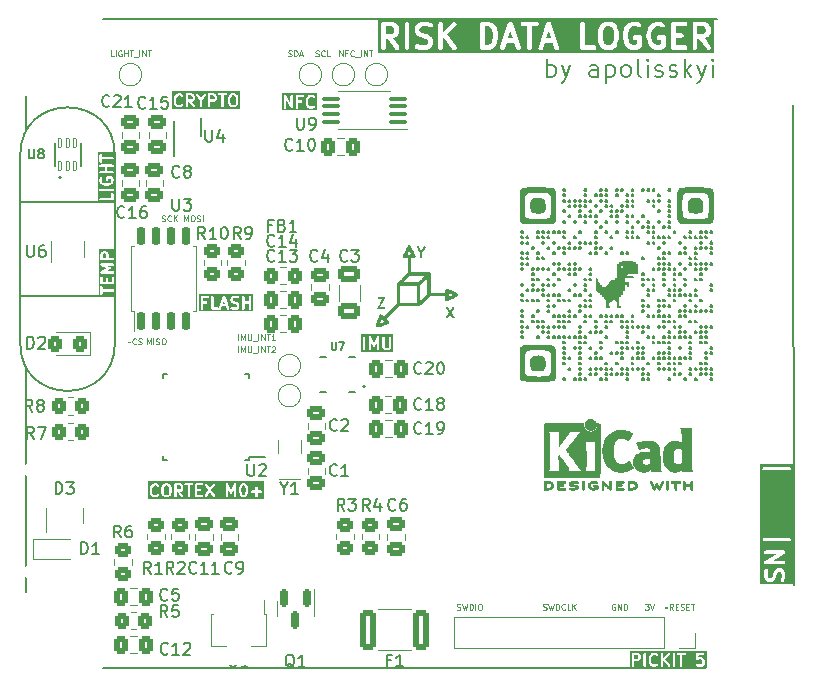
<source format=gbr>
%TF.GenerationSoftware,KiCad,Pcbnew,7.0.6-0*%
%TF.CreationDate,2023-08-18T22:24:39+03:00*%
%TF.ProjectId,iot-data-logger-nfc-samd21,696f742d-6461-4746-912d-6c6f67676572,rev?*%
%TF.SameCoordinates,Original*%
%TF.FileFunction,Legend,Top*%
%TF.FilePolarity,Positive*%
%FSLAX46Y46*%
G04 Gerber Fmt 4.6, Leading zero omitted, Abs format (unit mm)*
G04 Created by KiCad (PCBNEW 7.0.6-0) date 2023-08-18 22:24:39*
%MOMM*%
%LPD*%
G01*
G04 APERTURE LIST*
G04 Aperture macros list*
%AMRoundRect*
0 Rectangle with rounded corners*
0 $1 Rounding radius*
0 $2 $3 $4 $5 $6 $7 $8 $9 X,Y pos of 4 corners*
0 Add a 4 corners polygon primitive as box body*
4,1,4,$2,$3,$4,$5,$6,$7,$8,$9,$2,$3,0*
0 Add four circle primitives for the rounded corners*
1,1,$1+$1,$2,$3*
1,1,$1+$1,$4,$5*
1,1,$1+$1,$6,$7*
1,1,$1+$1,$8,$9*
0 Add four rect primitives between the rounded corners*
20,1,$1+$1,$2,$3,$4,$5,0*
20,1,$1+$1,$4,$5,$6,$7,0*
20,1,$1+$1,$6,$7,$8,$9,0*
20,1,$1+$1,$8,$9,$2,$3,0*%
%AMFreePoly0*
4,1,9,5.362500,-0.866500,1.237500,-0.866500,1.237500,-0.450000,-1.237500,-0.450000,-1.237500,0.450000,1.237500,0.450000,1.237500,0.866500,5.362500,0.866500,5.362500,-0.866500,5.362500,-0.866500,$1*%
%AMFreePoly1*
4,1,6,0.500000,-0.850000,-0.500000,-0.850000,-0.500000,0.550000,-0.200000,0.850000,0.500000,0.850000,0.500000,-0.850000,0.500000,-0.850000,$1*%
G04 Aperture macros list end*
%ADD10C,0.150000*%
%ADD11C,0.200000*%
%ADD12C,0.100000*%
%ADD13C,0.400000*%
%ADD14C,0.300000*%
%ADD15C,0.120000*%
%ADD16C,0.127000*%
%ADD17C,0.010000*%
%ADD18R,0.900000X2.300000*%
%ADD19FreePoly0,270.000000*%
%ADD20RoundRect,0.250000X-0.450000X0.350000X-0.450000X-0.350000X0.450000X-0.350000X0.450000X0.350000X0*%
%ADD21RoundRect,0.008100X0.126900X-0.361900X0.126900X0.361900X-0.126900X0.361900X-0.126900X-0.361900X0*%
%ADD22R,1.350000X0.650000*%
%ADD23RoundRect,0.250000X-0.337500X-0.475000X0.337500X-0.475000X0.337500X0.475000X-0.337500X0.475000X0*%
%ADD24RoundRect,0.250000X0.450000X-0.350000X0.450000X0.350000X-0.450000X0.350000X-0.450000X-0.350000X0*%
%ADD25C,1.500000*%
%ADD26RoundRect,0.250000X-0.475000X0.337500X-0.475000X-0.337500X0.475000X-0.337500X0.475000X0.337500X0*%
%ADD27R,1.000000X0.700000*%
%ADD28R,0.600000X0.700000*%
%ADD29R,1.000000X1.000000*%
%ADD30RoundRect,0.250000X0.400000X1.450000X-0.400000X1.450000X-0.400000X-1.450000X0.400000X-1.450000X0*%
%ADD31R,1.700000X1.700000*%
%ADD32O,1.700000X1.700000*%
%ADD33C,0.800000*%
%ADD34C,6.400000*%
%ADD35RoundRect,0.150000X-0.150000X0.587500X-0.150000X-0.587500X0.150000X-0.587500X0.150000X0.587500X0*%
%ADD36RoundRect,0.250000X0.475000X-0.337500X0.475000X0.337500X-0.475000X0.337500X-0.475000X-0.337500X0*%
%ADD37R,0.250000X1.100000*%
%ADD38FreePoly1,90.000000*%
%ADD39RoundRect,0.250000X0.350000X0.450000X-0.350000X0.450000X-0.350000X-0.450000X0.350000X-0.450000X0*%
%ADD40RoundRect,0.250000X0.337500X0.475000X-0.337500X0.475000X-0.337500X-0.475000X0.337500X-0.475000X0*%
%ADD41R,0.300000X0.750000*%
%ADD42R,1.500000X1.300000*%
%ADD43RoundRect,0.250000X-0.350000X-0.450000X0.350000X-0.450000X0.350000X0.450000X-0.350000X0.450000X0*%
%ADD44R,1.600000X0.550000*%
%ADD45R,0.550000X1.600000*%
%ADD46R,1.800000X1.750000*%
%ADD47RoundRect,0.150000X0.150000X-0.650000X0.150000X0.650000X-0.150000X0.650000X-0.150000X-0.650000X0*%
%ADD48RoundRect,0.250000X-0.650000X0.412500X-0.650000X-0.412500X0.650000X-0.412500X0.650000X0.412500X0*%
%ADD49RoundRect,0.100000X0.637500X0.100000X-0.637500X0.100000X-0.637500X-0.100000X0.637500X-0.100000X0*%
%ADD50C,0.600000*%
%ADD51C,0.500000*%
%ADD52RoundRect,0.250000X0.325000X0.450000X-0.325000X0.450000X-0.325000X-0.450000X0.325000X-0.450000X0*%
%ADD53O,1.600000X1.000000*%
%ADD54O,2.100000X1.000000*%
%ADD55C,3.450000*%
%ADD56R,2.000000X2.000000*%
%ADD57C,2.000000*%
G04 APERTURE END LIST*
D10*
X59500000Y-51000000D02*
X59500000Y-48000000D01*
X66000000Y-41500000D02*
X118000000Y-41500000D01*
X59000000Y-69000000D02*
X59000000Y-53000000D01*
X67000000Y-65000000D02*
X59000000Y-65000000D01*
X67000000Y-69000000D02*
X67000000Y-53000000D01*
X117000000Y-96500000D02*
X66000000Y-96500000D01*
X59000000Y-69000000D02*
G75*
G03*
X67000000Y-69000000I4000000J0D01*
G01*
X67000000Y-53000000D02*
G75*
G03*
X59000000Y-53000000I-4000000J0D01*
G01*
X59500000Y-90000000D02*
X59500000Y-71000000D01*
X67000000Y-57000000D02*
X59000000Y-57000000D01*
X124460000Y-48768000D02*
X124500000Y-89408000D01*
D11*
G36*
X76367169Y-65648504D02*
G01*
X76168464Y-65648504D01*
X76267816Y-65350446D01*
X76367169Y-65648504D01*
G37*
G36*
X78701149Y-66277076D02*
G01*
X74167816Y-66277076D01*
X74167816Y-66034219D01*
X74310673Y-66034219D01*
X74329771Y-66092998D01*
X74379771Y-66129325D01*
X74441575Y-66129325D01*
X74491575Y-66092998D01*
X74510673Y-66034219D01*
X75167816Y-66034219D01*
X75172710Y-66049281D01*
X75172710Y-66065121D01*
X75182019Y-66077934D01*
X75186914Y-66092998D01*
X75199727Y-66102307D01*
X75209037Y-66115121D01*
X75224100Y-66120015D01*
X75236914Y-66129325D01*
X75252753Y-66129325D01*
X75267816Y-66134219D01*
X75744006Y-66134219D01*
X75802785Y-66115121D01*
X75839112Y-66065121D01*
X75839112Y-66064398D01*
X75839145Y-66064398D01*
X75875092Y-66114672D01*
X75933724Y-66134217D01*
X75992646Y-66115565D01*
X76029351Y-66065842D01*
X76101797Y-65848504D01*
X76433835Y-65848504D01*
X76506281Y-66065841D01*
X76542986Y-66115565D01*
X76601908Y-66134216D01*
X76660540Y-66114672D01*
X76696487Y-66064398D01*
X76696017Y-66002596D01*
X76468463Y-65319933D01*
X76786864Y-65319933D01*
X76793987Y-65341856D01*
X76797421Y-65364654D01*
X76845040Y-65459892D01*
X76856413Y-65471439D01*
X76863772Y-65485882D01*
X76911391Y-65533500D01*
X76925832Y-65540858D01*
X76937381Y-65552233D01*
X77032618Y-65599852D01*
X77043639Y-65601512D01*
X77053086Y-65607423D01*
X77232911Y-65652379D01*
X77303818Y-65687833D01*
X77328487Y-65712501D01*
X77358292Y-65772111D01*
X77358292Y-65820134D01*
X77328487Y-65879743D01*
X77303818Y-65904413D01*
X77244209Y-65934219D01*
X77045947Y-65934219D01*
X76918487Y-65891732D01*
X76856685Y-65891262D01*
X76806411Y-65927209D01*
X76786866Y-65985841D01*
X76805518Y-66044763D01*
X76855241Y-66081468D01*
X76998098Y-66129087D01*
X77014305Y-66129210D01*
X77029721Y-66134219D01*
X77267816Y-66134219D01*
X77289739Y-66127095D01*
X77312537Y-66123662D01*
X77407775Y-66076043D01*
X77419323Y-66064668D01*
X77433765Y-66057310D01*
X77456856Y-66034219D01*
X77786864Y-66034219D01*
X77805962Y-66092998D01*
X77855962Y-66129325D01*
X77917766Y-66129325D01*
X77967766Y-66092998D01*
X77986864Y-66034219D01*
X77986864Y-65610409D01*
X78358292Y-65610409D01*
X78358292Y-66034219D01*
X78377390Y-66092998D01*
X78427390Y-66129325D01*
X78489194Y-66129325D01*
X78539194Y-66092998D01*
X78558292Y-66034219D01*
X78558292Y-65034219D01*
X78539194Y-64975440D01*
X78489194Y-64939113D01*
X78427390Y-64939113D01*
X78377390Y-64975440D01*
X78358292Y-65034219D01*
X78358292Y-65410409D01*
X77986864Y-65410409D01*
X77986864Y-65034219D01*
X77967766Y-64975440D01*
X77917766Y-64939113D01*
X77855962Y-64939113D01*
X77805962Y-64975440D01*
X77786864Y-65034219D01*
X77786864Y-66034219D01*
X77456856Y-66034219D01*
X77481384Y-66009690D01*
X77488741Y-65995249D01*
X77500116Y-65983701D01*
X77547735Y-65888464D01*
X77551168Y-65865665D01*
X77558292Y-65843742D01*
X77558292Y-65748504D01*
X77551168Y-65726580D01*
X77547735Y-65703782D01*
X77500116Y-65608545D01*
X77488741Y-65596996D01*
X77481383Y-65582555D01*
X77433765Y-65534936D01*
X77419322Y-65527577D01*
X77407775Y-65516204D01*
X77312537Y-65468585D01*
X77301515Y-65466924D01*
X77292069Y-65461014D01*
X77112244Y-65416057D01*
X77041337Y-65380604D01*
X77016669Y-65355935D01*
X76986864Y-65296325D01*
X76986864Y-65248302D01*
X77016669Y-65188692D01*
X77041337Y-65164023D01*
X77100947Y-65134219D01*
X77299208Y-65134219D01*
X77426669Y-65176706D01*
X77488471Y-65177176D01*
X77538745Y-65141229D01*
X77558289Y-65082597D01*
X77539638Y-65023675D01*
X77489914Y-64986970D01*
X77347058Y-64939351D01*
X77330850Y-64939227D01*
X77315435Y-64934219D01*
X77077340Y-64934219D01*
X77055416Y-64941342D01*
X77032618Y-64944776D01*
X76937381Y-64992395D01*
X76925832Y-65003769D01*
X76911391Y-65011128D01*
X76863772Y-65058746D01*
X76856413Y-65073188D01*
X76845040Y-65084736D01*
X76797421Y-65179974D01*
X76793987Y-65202771D01*
X76786864Y-65224695D01*
X76786864Y-65319933D01*
X76468463Y-65319933D01*
X76362684Y-65002596D01*
X76344761Y-64978317D01*
X76327207Y-64953766D01*
X76326452Y-64953514D01*
X76325979Y-64952873D01*
X76297153Y-64943748D01*
X76268575Y-64934222D01*
X76267817Y-64934461D01*
X76267057Y-64934221D01*
X76238418Y-64943767D01*
X76209653Y-64952873D01*
X76209179Y-64953514D01*
X76208425Y-64953766D01*
X76190858Y-64978333D01*
X76172948Y-65002597D01*
X75839615Y-66002596D01*
X75839145Y-66064398D01*
X75839112Y-66064398D01*
X75839112Y-66003317D01*
X75802785Y-65953317D01*
X75744006Y-65934219D01*
X75367816Y-65934219D01*
X75367816Y-65034219D01*
X75348718Y-64975440D01*
X75298718Y-64939113D01*
X75236914Y-64939113D01*
X75186914Y-64975440D01*
X75167816Y-65034219D01*
X75167816Y-66034219D01*
X74510673Y-66034219D01*
X74510673Y-65610409D01*
X74744006Y-65610409D01*
X74802785Y-65591311D01*
X74839112Y-65541311D01*
X74839112Y-65479507D01*
X74802785Y-65429507D01*
X74744006Y-65410409D01*
X74510673Y-65410409D01*
X74510673Y-65134219D01*
X74886863Y-65134219D01*
X74945642Y-65115121D01*
X74981969Y-65065121D01*
X74981969Y-65003317D01*
X74945642Y-64953317D01*
X74886863Y-64934219D01*
X74410673Y-64934219D01*
X74395610Y-64939113D01*
X74379771Y-64939113D01*
X74366957Y-64948422D01*
X74351894Y-64953317D01*
X74342584Y-64966130D01*
X74329771Y-64975440D01*
X74324876Y-64990503D01*
X74315567Y-65003317D01*
X74315567Y-65019156D01*
X74310673Y-65034219D01*
X74310673Y-66034219D01*
X74167816Y-66034219D01*
X74167816Y-64791362D01*
X78701149Y-64791362D01*
X78701149Y-66277076D01*
G37*
G36*
X90560005Y-69706076D02*
G01*
X87883816Y-69706076D01*
X87883816Y-69463219D01*
X88026673Y-69463219D01*
X88045771Y-69521998D01*
X88095771Y-69558325D01*
X88157575Y-69558325D01*
X88207575Y-69521998D01*
X88226673Y-69463219D01*
X88502863Y-69463219D01*
X88521961Y-69521998D01*
X88571961Y-69558325D01*
X88633765Y-69558325D01*
X88683765Y-69521998D01*
X88702863Y-69463219D01*
X88702863Y-68913975D01*
X88845578Y-69219793D01*
X88858672Y-69233826D01*
X88867974Y-69250619D01*
X88879250Y-69255881D01*
X88887741Y-69264981D01*
X88906588Y-69268638D01*
X88923980Y-69276755D01*
X88936193Y-69274384D01*
X88948412Y-69276756D01*
X88965808Y-69268637D01*
X88984651Y-69264981D01*
X88993139Y-69255883D01*
X89004418Y-69250620D01*
X89013721Y-69233825D01*
X89026814Y-69219793D01*
X89169529Y-68913974D01*
X89169529Y-69463219D01*
X89188627Y-69521998D01*
X89238627Y-69558325D01*
X89300431Y-69558325D01*
X89350431Y-69521998D01*
X89369529Y-69463219D01*
X89369529Y-69272742D01*
X89645720Y-69272742D01*
X89652843Y-69294665D01*
X89656277Y-69317463D01*
X89703896Y-69412701D01*
X89715269Y-69424248D01*
X89722628Y-69438690D01*
X89770246Y-69486310D01*
X89784689Y-69493669D01*
X89796237Y-69505043D01*
X89891474Y-69552662D01*
X89914272Y-69556095D01*
X89936196Y-69563219D01*
X90126672Y-69563219D01*
X90148595Y-69556095D01*
X90171393Y-69552662D01*
X90266631Y-69505043D01*
X90278179Y-69493668D01*
X90292621Y-69486310D01*
X90340240Y-69438690D01*
X90347597Y-69424249D01*
X90358972Y-69412701D01*
X90406591Y-69317464D01*
X90410024Y-69294665D01*
X90417148Y-69272742D01*
X90417148Y-68463219D01*
X90398050Y-68404440D01*
X90348050Y-68368113D01*
X90286246Y-68368113D01*
X90236246Y-68404440D01*
X90217148Y-68463219D01*
X90217148Y-69249134D01*
X90187343Y-69308743D01*
X90162674Y-69333413D01*
X90103065Y-69363219D01*
X89959803Y-69363219D01*
X89900193Y-69333414D01*
X89875526Y-69308746D01*
X89845720Y-69249134D01*
X89845720Y-68463219D01*
X89826622Y-68404440D01*
X89776622Y-68368113D01*
X89714818Y-68368113D01*
X89664818Y-68404440D01*
X89645720Y-68463219D01*
X89645720Y-69272742D01*
X89369529Y-69272742D01*
X89369529Y-68463219D01*
X89366500Y-68453896D01*
X89367698Y-68444166D01*
X89357153Y-68425129D01*
X89350431Y-68404440D01*
X89342501Y-68398678D01*
X89337751Y-68390103D01*
X89318032Y-68380900D01*
X89300431Y-68368113D01*
X89290629Y-68368113D01*
X89281745Y-68363967D01*
X89260383Y-68368113D01*
X89238627Y-68368113D01*
X89230697Y-68373874D01*
X89221074Y-68375742D01*
X89206230Y-68391650D01*
X89188627Y-68404440D01*
X89185597Y-68413763D01*
X89178911Y-68420930D01*
X88936195Y-68941033D01*
X88693481Y-68420930D01*
X88686794Y-68413763D01*
X88683765Y-68404440D01*
X88666161Y-68391650D01*
X88651318Y-68375742D01*
X88641695Y-68373874D01*
X88633765Y-68368113D01*
X88612006Y-68368113D01*
X88590647Y-68363968D01*
X88581765Y-68368113D01*
X88571961Y-68368113D01*
X88554356Y-68380903D01*
X88534641Y-68390104D01*
X88529891Y-68398678D01*
X88521961Y-68404440D01*
X88515237Y-68425132D01*
X88504694Y-68444167D01*
X88505891Y-68453897D01*
X88502863Y-68463219D01*
X88502863Y-69463219D01*
X88226673Y-69463219D01*
X88226673Y-68463219D01*
X88207575Y-68404440D01*
X88157575Y-68368113D01*
X88095771Y-68368113D01*
X88045771Y-68404440D01*
X88026673Y-68463219D01*
X88026673Y-69463219D01*
X87883816Y-69463219D01*
X87883816Y-68221110D01*
X90560005Y-68221110D01*
X90560005Y-69706076D01*
G37*
D12*
X68087953Y-68869633D02*
X68111762Y-68845823D01*
X68111762Y-68845823D02*
X68159381Y-68822014D01*
X68159381Y-68822014D02*
X68254619Y-68869633D01*
X68254619Y-68869633D02*
X68302238Y-68845823D01*
X68302238Y-68845823D02*
X68326048Y-68822014D01*
X68802238Y-69012490D02*
X68778429Y-69036300D01*
X68778429Y-69036300D02*
X68707000Y-69060109D01*
X68707000Y-69060109D02*
X68659381Y-69060109D01*
X68659381Y-69060109D02*
X68587953Y-69036300D01*
X68587953Y-69036300D02*
X68540334Y-68988680D01*
X68540334Y-68988680D02*
X68516524Y-68941061D01*
X68516524Y-68941061D02*
X68492715Y-68845823D01*
X68492715Y-68845823D02*
X68492715Y-68774395D01*
X68492715Y-68774395D02*
X68516524Y-68679157D01*
X68516524Y-68679157D02*
X68540334Y-68631538D01*
X68540334Y-68631538D02*
X68587953Y-68583919D01*
X68587953Y-68583919D02*
X68659381Y-68560109D01*
X68659381Y-68560109D02*
X68707000Y-68560109D01*
X68707000Y-68560109D02*
X68778429Y-68583919D01*
X68778429Y-68583919D02*
X68802238Y-68607728D01*
X68992715Y-69036300D02*
X69064143Y-69060109D01*
X69064143Y-69060109D02*
X69183191Y-69060109D01*
X69183191Y-69060109D02*
X69230810Y-69036300D01*
X69230810Y-69036300D02*
X69254619Y-69012490D01*
X69254619Y-69012490D02*
X69278429Y-68964871D01*
X69278429Y-68964871D02*
X69278429Y-68917252D01*
X69278429Y-68917252D02*
X69254619Y-68869633D01*
X69254619Y-68869633D02*
X69230810Y-68845823D01*
X69230810Y-68845823D02*
X69183191Y-68822014D01*
X69183191Y-68822014D02*
X69087953Y-68798204D01*
X69087953Y-68798204D02*
X69040334Y-68774395D01*
X69040334Y-68774395D02*
X69016524Y-68750585D01*
X69016524Y-68750585D02*
X68992715Y-68702966D01*
X68992715Y-68702966D02*
X68992715Y-68655347D01*
X68992715Y-68655347D02*
X69016524Y-68607728D01*
X69016524Y-68607728D02*
X69040334Y-68583919D01*
X69040334Y-68583919D02*
X69087953Y-68560109D01*
X69087953Y-68560109D02*
X69207000Y-68560109D01*
X69207000Y-68560109D02*
X69278429Y-68583919D01*
X113546096Y-91348633D02*
X113569905Y-91324823D01*
X113569905Y-91324823D02*
X113617524Y-91301014D01*
X113617524Y-91301014D02*
X113712762Y-91348633D01*
X113712762Y-91348633D02*
X113760381Y-91324823D01*
X113760381Y-91324823D02*
X113784191Y-91301014D01*
X114260381Y-91539109D02*
X114093715Y-91301014D01*
X113974667Y-91539109D02*
X113974667Y-91039109D01*
X113974667Y-91039109D02*
X114165143Y-91039109D01*
X114165143Y-91039109D02*
X114212762Y-91062919D01*
X114212762Y-91062919D02*
X114236572Y-91086728D01*
X114236572Y-91086728D02*
X114260381Y-91134347D01*
X114260381Y-91134347D02*
X114260381Y-91205776D01*
X114260381Y-91205776D02*
X114236572Y-91253395D01*
X114236572Y-91253395D02*
X114212762Y-91277204D01*
X114212762Y-91277204D02*
X114165143Y-91301014D01*
X114165143Y-91301014D02*
X113974667Y-91301014D01*
X114474667Y-91277204D02*
X114641334Y-91277204D01*
X114712762Y-91539109D02*
X114474667Y-91539109D01*
X114474667Y-91539109D02*
X114474667Y-91039109D01*
X114474667Y-91039109D02*
X114712762Y-91039109D01*
X114903239Y-91515300D02*
X114974667Y-91539109D01*
X114974667Y-91539109D02*
X115093715Y-91539109D01*
X115093715Y-91539109D02*
X115141334Y-91515300D01*
X115141334Y-91515300D02*
X115165143Y-91491490D01*
X115165143Y-91491490D02*
X115188953Y-91443871D01*
X115188953Y-91443871D02*
X115188953Y-91396252D01*
X115188953Y-91396252D02*
X115165143Y-91348633D01*
X115165143Y-91348633D02*
X115141334Y-91324823D01*
X115141334Y-91324823D02*
X115093715Y-91301014D01*
X115093715Y-91301014D02*
X114998477Y-91277204D01*
X114998477Y-91277204D02*
X114950858Y-91253395D01*
X114950858Y-91253395D02*
X114927048Y-91229585D01*
X114927048Y-91229585D02*
X114903239Y-91181966D01*
X114903239Y-91181966D02*
X114903239Y-91134347D01*
X114903239Y-91134347D02*
X114927048Y-91086728D01*
X114927048Y-91086728D02*
X114950858Y-91062919D01*
X114950858Y-91062919D02*
X114998477Y-91039109D01*
X114998477Y-91039109D02*
X115117524Y-91039109D01*
X115117524Y-91039109D02*
X115188953Y-91062919D01*
X115403238Y-91277204D02*
X115569905Y-91277204D01*
X115641333Y-91539109D02*
X115403238Y-91539109D01*
X115403238Y-91539109D02*
X115403238Y-91039109D01*
X115403238Y-91039109D02*
X115641333Y-91039109D01*
X115784191Y-91039109D02*
X116069905Y-91039109D01*
X115927048Y-91539109D02*
X115927048Y-91039109D01*
X81688858Y-44652300D02*
X81760286Y-44676109D01*
X81760286Y-44676109D02*
X81879334Y-44676109D01*
X81879334Y-44676109D02*
X81926953Y-44652300D01*
X81926953Y-44652300D02*
X81950762Y-44628490D01*
X81950762Y-44628490D02*
X81974572Y-44580871D01*
X81974572Y-44580871D02*
X81974572Y-44533252D01*
X81974572Y-44533252D02*
X81950762Y-44485633D01*
X81950762Y-44485633D02*
X81926953Y-44461823D01*
X81926953Y-44461823D02*
X81879334Y-44438014D01*
X81879334Y-44438014D02*
X81784096Y-44414204D01*
X81784096Y-44414204D02*
X81736477Y-44390395D01*
X81736477Y-44390395D02*
X81712667Y-44366585D01*
X81712667Y-44366585D02*
X81688858Y-44318966D01*
X81688858Y-44318966D02*
X81688858Y-44271347D01*
X81688858Y-44271347D02*
X81712667Y-44223728D01*
X81712667Y-44223728D02*
X81736477Y-44199919D01*
X81736477Y-44199919D02*
X81784096Y-44176109D01*
X81784096Y-44176109D02*
X81903143Y-44176109D01*
X81903143Y-44176109D02*
X81974572Y-44199919D01*
X82188857Y-44676109D02*
X82188857Y-44176109D01*
X82188857Y-44176109D02*
X82307905Y-44176109D01*
X82307905Y-44176109D02*
X82379333Y-44199919D01*
X82379333Y-44199919D02*
X82426952Y-44247538D01*
X82426952Y-44247538D02*
X82450762Y-44295157D01*
X82450762Y-44295157D02*
X82474571Y-44390395D01*
X82474571Y-44390395D02*
X82474571Y-44461823D01*
X82474571Y-44461823D02*
X82450762Y-44557061D01*
X82450762Y-44557061D02*
X82426952Y-44604680D01*
X82426952Y-44604680D02*
X82379333Y-44652300D01*
X82379333Y-44652300D02*
X82307905Y-44676109D01*
X82307905Y-44676109D02*
X82188857Y-44676109D01*
X82665048Y-44533252D02*
X82903143Y-44533252D01*
X82617429Y-44676109D02*
X82784095Y-44176109D01*
X82784095Y-44176109D02*
X82950762Y-44676109D01*
X86006952Y-44676109D02*
X86006952Y-44176109D01*
X86006952Y-44176109D02*
X86292666Y-44676109D01*
X86292666Y-44676109D02*
X86292666Y-44176109D01*
X86697429Y-44414204D02*
X86530762Y-44414204D01*
X86530762Y-44676109D02*
X86530762Y-44176109D01*
X86530762Y-44176109D02*
X86768857Y-44176109D01*
X87245047Y-44628490D02*
X87221238Y-44652300D01*
X87221238Y-44652300D02*
X87149809Y-44676109D01*
X87149809Y-44676109D02*
X87102190Y-44676109D01*
X87102190Y-44676109D02*
X87030762Y-44652300D01*
X87030762Y-44652300D02*
X86983143Y-44604680D01*
X86983143Y-44604680D02*
X86959333Y-44557061D01*
X86959333Y-44557061D02*
X86935524Y-44461823D01*
X86935524Y-44461823D02*
X86935524Y-44390395D01*
X86935524Y-44390395D02*
X86959333Y-44295157D01*
X86959333Y-44295157D02*
X86983143Y-44247538D01*
X86983143Y-44247538D02*
X87030762Y-44199919D01*
X87030762Y-44199919D02*
X87102190Y-44176109D01*
X87102190Y-44176109D02*
X87149809Y-44176109D01*
X87149809Y-44176109D02*
X87221238Y-44199919D01*
X87221238Y-44199919D02*
X87245047Y-44223728D01*
X87340286Y-44723728D02*
X87721238Y-44723728D01*
X87840285Y-44676109D02*
X87840285Y-44176109D01*
X88078380Y-44676109D02*
X88078380Y-44176109D01*
X88078380Y-44176109D02*
X88364094Y-44676109D01*
X88364094Y-44676109D02*
X88364094Y-44176109D01*
X88530762Y-44176109D02*
X88816476Y-44176109D01*
X88673619Y-44676109D02*
X88673619Y-44176109D01*
D13*
G36*
X98774169Y-42200482D02*
G01*
X98908310Y-42334624D01*
X98979214Y-42476431D01*
X99063157Y-42812203D01*
X99063157Y-43048672D01*
X98979214Y-43384443D01*
X98908310Y-43526250D01*
X98774168Y-43660393D01*
X98564034Y-43730438D01*
X98320300Y-43730438D01*
X98320300Y-42130438D01*
X98564034Y-42130438D01*
X98774169Y-42200482D01*
G37*
G36*
X109049450Y-42190047D02*
G01*
X109177803Y-42318401D01*
X109253635Y-42621726D01*
X109253635Y-43239147D01*
X109177803Y-43542473D01*
X109049448Y-43670829D01*
X108930232Y-43730438D01*
X108643705Y-43730438D01*
X108524487Y-43670829D01*
X108396132Y-43542472D01*
X108320302Y-43239148D01*
X108320302Y-42621726D01*
X108396132Y-42318401D01*
X108524488Y-42190046D01*
X108643705Y-42130438D01*
X108930232Y-42130438D01*
X109049450Y-42190047D01*
G37*
G36*
X90573257Y-42190047D02*
G01*
X90622594Y-42239384D01*
X90682203Y-42358602D01*
X90682203Y-42549891D01*
X90622595Y-42669107D01*
X90573255Y-42718448D01*
X90454039Y-42778057D01*
X89939347Y-42778057D01*
X89939347Y-42130438D01*
X90454039Y-42130438D01*
X90573257Y-42190047D01*
G37*
G36*
X116954212Y-42190047D02*
G01*
X117003550Y-42239385D01*
X117063159Y-42358603D01*
X117063159Y-42549891D01*
X117003550Y-42669107D01*
X116954210Y-42718448D01*
X116834994Y-42778057D01*
X116320302Y-42778057D01*
X116320302Y-42130438D01*
X116834994Y-42130438D01*
X116954212Y-42190047D01*
G37*
G36*
X100699957Y-43159009D02*
G01*
X100302547Y-43159009D01*
X100501252Y-42562894D01*
X100699957Y-43159009D01*
G37*
G36*
X103938053Y-43159009D02*
G01*
X103540643Y-43159009D01*
X103739348Y-42562894D01*
X103938053Y-43159009D01*
G37*
G36*
X117748873Y-44416152D02*
G01*
X89253633Y-44416152D01*
X89253633Y-43930438D01*
X89539347Y-43930438D01*
X89559153Y-44017215D01*
X89614649Y-44086804D01*
X89694843Y-44125424D01*
X89783851Y-44125424D01*
X89864045Y-44086804D01*
X89919541Y-44017215D01*
X89939347Y-43930438D01*
X89939347Y-43178057D01*
X90111406Y-43178057D01*
X90718357Y-44045130D01*
X90784347Y-44104863D01*
X90869717Y-44130047D01*
X90957562Y-44115698D01*
X91030480Y-44064655D01*
X91074030Y-43987028D01*
X91077571Y-43930438D01*
X91539347Y-43930438D01*
X91559153Y-44017215D01*
X91614649Y-44086804D01*
X91694843Y-44125424D01*
X91783851Y-44125424D01*
X91864045Y-44086804D01*
X91919541Y-44017215D01*
X91939347Y-43930438D01*
X91939347Y-42501866D01*
X92396490Y-42501866D01*
X92396828Y-42503348D01*
X92396512Y-42504835D01*
X92406709Y-42546641D01*
X92416296Y-42588643D01*
X92417244Y-42589832D01*
X92417605Y-42591309D01*
X92512843Y-42781785D01*
X92533228Y-42806582D01*
X92550307Y-42833763D01*
X92645545Y-42929001D01*
X92672725Y-42946079D01*
X92697523Y-42966465D01*
X92887998Y-43061704D01*
X92909340Y-43066910D01*
X92928935Y-43076848D01*
X93288588Y-43166760D01*
X93430400Y-43237666D01*
X93479738Y-43287003D01*
X93539347Y-43406222D01*
X93539347Y-43502272D01*
X93479738Y-43621488D01*
X93430398Y-43670829D01*
X93311182Y-43730438D01*
X92914661Y-43730438D01*
X92659736Y-43645463D01*
X92571148Y-43636812D01*
X92487581Y-43667454D01*
X92425583Y-43731320D01*
X92397437Y-43815760D01*
X92408715Y-43904052D01*
X92457184Y-43978706D01*
X92533244Y-44024937D01*
X92818958Y-44120175D01*
X92850908Y-44123295D01*
X92882204Y-44130438D01*
X93358395Y-44130438D01*
X93359877Y-44130099D01*
X93361364Y-44130416D01*
X93403170Y-44120218D01*
X93445172Y-44110632D01*
X93446361Y-44109683D01*
X93447838Y-44109323D01*
X93638314Y-44014085D01*
X93663108Y-43993702D01*
X93690293Y-43976621D01*
X93736475Y-43930438D01*
X94396490Y-43930438D01*
X94416296Y-44017215D01*
X94471792Y-44086804D01*
X94551986Y-44125424D01*
X94640994Y-44125424D01*
X94721188Y-44086804D01*
X94776684Y-44017215D01*
X94796490Y-43930438D01*
X94796490Y-43156137D01*
X94860565Y-43092061D01*
X95579347Y-44050438D01*
X95647258Y-44107976D01*
X95733408Y-44130349D01*
X95820735Y-44113129D01*
X95891942Y-44059724D01*
X95932925Y-43980712D01*
X95934418Y-43930438D01*
X97920300Y-43930438D01*
X97925314Y-43952406D01*
X97925314Y-43974942D01*
X97935091Y-43995245D01*
X97940106Y-44017215D01*
X97954157Y-44034834D01*
X97963934Y-44055136D01*
X97981551Y-44069186D01*
X97995602Y-44086804D01*
X98015903Y-44096580D01*
X98033523Y-44110632D01*
X98055492Y-44115646D01*
X98075796Y-44125424D01*
X98098332Y-44125424D01*
X98120300Y-44130438D01*
X98596490Y-44130438D01*
X98627786Y-44123294D01*
X98659735Y-44120175D01*
X98945450Y-44024937D01*
X98946749Y-44024147D01*
X98948261Y-44023977D01*
X98984719Y-44001068D01*
X99021511Y-43978706D01*
X99022339Y-43977430D01*
X99023627Y-43976621D01*
X99044468Y-43955780D01*
X99636198Y-43955780D01*
X99666840Y-44039347D01*
X99730706Y-44101345D01*
X99815146Y-44129491D01*
X99903438Y-44118213D01*
X99978092Y-44069744D01*
X100024323Y-43993683D01*
X100169214Y-43559009D01*
X100833291Y-43559009D01*
X100978182Y-43993683D01*
X101024413Y-44069744D01*
X101099067Y-44118213D01*
X101187359Y-44129491D01*
X101271799Y-44101344D01*
X101335665Y-44039347D01*
X101366307Y-43955779D01*
X101357656Y-43867192D01*
X100726906Y-41974942D01*
X101353886Y-41974942D01*
X101392506Y-42055136D01*
X101462095Y-42110632D01*
X101548872Y-42130438D01*
X101920300Y-42130438D01*
X101920300Y-43930438D01*
X101940106Y-44017215D01*
X101995602Y-44086804D01*
X102075796Y-44125424D01*
X102164804Y-44125424D01*
X102244998Y-44086804D01*
X102300494Y-44017215D01*
X102314516Y-43955780D01*
X102874294Y-43955780D01*
X102904936Y-44039347D01*
X102968802Y-44101345D01*
X103053242Y-44129491D01*
X103141534Y-44118213D01*
X103216188Y-44069744D01*
X103262419Y-43993683D01*
X103407310Y-43559009D01*
X104071387Y-43559009D01*
X104216278Y-43993683D01*
X104262509Y-44069744D01*
X104337163Y-44118213D01*
X104425455Y-44129491D01*
X104509895Y-44101344D01*
X104573761Y-44039347D01*
X104604403Y-43955779D01*
X104601928Y-43930438D01*
X106396492Y-43930438D01*
X106401506Y-43952406D01*
X106401506Y-43974942D01*
X106411283Y-43995245D01*
X106416298Y-44017215D01*
X106430349Y-44034834D01*
X106440126Y-44055136D01*
X106457743Y-44069186D01*
X106471794Y-44086804D01*
X106492095Y-44096580D01*
X106509715Y-44110632D01*
X106531684Y-44115646D01*
X106551988Y-44125424D01*
X106574524Y-44125424D01*
X106596492Y-44130438D01*
X107548873Y-44130438D01*
X107635650Y-44110632D01*
X107705239Y-44055136D01*
X107743859Y-43974942D01*
X107743859Y-43885934D01*
X107705239Y-43805740D01*
X107635650Y-43750244D01*
X107548873Y-43730438D01*
X106796492Y-43730438D01*
X106796492Y-43263771D01*
X107920302Y-43263771D01*
X107925767Y-43287718D01*
X107926273Y-43312278D01*
X108021511Y-43693230D01*
X108025721Y-43701530D01*
X108026763Y-43710778D01*
X108045685Y-43740893D01*
X108061773Y-43772612D01*
X108069166Y-43778262D01*
X108074118Y-43786144D01*
X108264594Y-43976621D01*
X108291776Y-43993701D01*
X108316573Y-44014085D01*
X108507050Y-44109324D01*
X108508526Y-44109684D01*
X108509715Y-44110632D01*
X108551693Y-44120213D01*
X108593523Y-44130416D01*
X108595009Y-44130099D01*
X108596492Y-44130438D01*
X108977445Y-44130438D01*
X108978927Y-44130099D01*
X108980414Y-44130416D01*
X109022220Y-44120218D01*
X109064222Y-44110632D01*
X109065411Y-44109683D01*
X109066888Y-44109323D01*
X109257364Y-44014085D01*
X109282159Y-43993701D01*
X109309343Y-43976621D01*
X109499818Y-43786144D01*
X109504768Y-43778265D01*
X109512164Y-43772613D01*
X109528253Y-43740890D01*
X109547174Y-43710779D01*
X109548215Y-43701530D01*
X109552426Y-43693230D01*
X109647663Y-43312278D01*
X109648168Y-43287721D01*
X109653635Y-43263771D01*
X109653635Y-43073295D01*
X110015540Y-43073295D01*
X110021005Y-43097242D01*
X110021511Y-43121802D01*
X110116749Y-43502754D01*
X110126687Y-43522348D01*
X110131893Y-43543690D01*
X110227131Y-43734166D01*
X110247514Y-43758961D01*
X110264594Y-43786144D01*
X110455070Y-43976621D01*
X110456357Y-43977430D01*
X110457186Y-43978706D01*
X110493962Y-44001059D01*
X110530435Y-44023977D01*
X110531948Y-44024147D01*
X110533247Y-44024937D01*
X110818962Y-44120175D01*
X110850910Y-44123294D01*
X110882207Y-44130438D01*
X111072683Y-44130438D01*
X111103978Y-44123295D01*
X111135929Y-44120175D01*
X111421643Y-44024937D01*
X111422942Y-44024147D01*
X111424454Y-44023977D01*
X111460912Y-44001068D01*
X111497703Y-43978706D01*
X111498531Y-43977430D01*
X111499819Y-43976621D01*
X111595057Y-43881381D01*
X111612908Y-43852971D01*
X111633829Y-43826738D01*
X111636359Y-43815649D01*
X111642413Y-43806016D01*
X111646169Y-43772669D01*
X111653635Y-43739961D01*
X111653635Y-43073295D01*
X112015540Y-43073295D01*
X112021005Y-43097242D01*
X112021511Y-43121802D01*
X112116749Y-43502754D01*
X112126687Y-43522348D01*
X112131893Y-43543690D01*
X112227131Y-43734166D01*
X112247514Y-43758961D01*
X112264594Y-43786144D01*
X112455070Y-43976621D01*
X112456357Y-43977430D01*
X112457186Y-43978706D01*
X112493962Y-44001059D01*
X112530435Y-44023977D01*
X112531948Y-44024147D01*
X112533247Y-44024937D01*
X112818962Y-44120175D01*
X112850910Y-44123294D01*
X112882207Y-44130438D01*
X113072683Y-44130438D01*
X113103978Y-44123295D01*
X113135929Y-44120175D01*
X113421643Y-44024937D01*
X113422942Y-44024147D01*
X113424454Y-44023977D01*
X113460912Y-44001068D01*
X113497703Y-43978706D01*
X113498531Y-43977430D01*
X113499819Y-43976621D01*
X113546001Y-43930438D01*
X114110778Y-43930438D01*
X114115792Y-43952406D01*
X114115792Y-43974942D01*
X114125569Y-43995245D01*
X114130584Y-44017215D01*
X114144635Y-44034834D01*
X114154412Y-44055136D01*
X114172029Y-44069186D01*
X114186080Y-44086804D01*
X114206381Y-44096580D01*
X114224001Y-44110632D01*
X114245970Y-44115646D01*
X114266274Y-44125424D01*
X114288810Y-44125424D01*
X114310778Y-44130438D01*
X115263159Y-44130438D01*
X115349936Y-44110632D01*
X115419525Y-44055136D01*
X115458145Y-43974942D01*
X115458145Y-43930438D01*
X115920302Y-43930438D01*
X115940108Y-44017215D01*
X115995604Y-44086804D01*
X116075798Y-44125424D01*
X116164806Y-44125424D01*
X116245000Y-44086804D01*
X116300496Y-44017215D01*
X116320302Y-43930438D01*
X116320302Y-43178057D01*
X116492361Y-43178057D01*
X117099312Y-44045130D01*
X117165302Y-44104863D01*
X117250672Y-44130047D01*
X117338517Y-44115698D01*
X117411435Y-44064655D01*
X117454985Y-43987028D01*
X117460543Y-43898194D01*
X117427005Y-43815745D01*
X116967065Y-43158688D01*
X116968984Y-43158251D01*
X116970173Y-43157302D01*
X116971650Y-43156942D01*
X117162126Y-43061704D01*
X117186920Y-43041321D01*
X117214105Y-43024240D01*
X117309343Y-42929000D01*
X117326421Y-42901820D01*
X117346806Y-42877023D01*
X117442045Y-42686546D01*
X117442405Y-42685069D01*
X117443353Y-42683881D01*
X117452934Y-42641902D01*
X117463137Y-42600073D01*
X117462820Y-42598586D01*
X117463159Y-42597104D01*
X117463159Y-42311390D01*
X117462820Y-42309907D01*
X117463137Y-42308421D01*
X117452934Y-42266591D01*
X117443353Y-42224613D01*
X117442405Y-42223424D01*
X117442045Y-42221948D01*
X117346806Y-42031471D01*
X117326419Y-42006671D01*
X117309342Y-41979493D01*
X117214104Y-41884255D01*
X117186923Y-41867176D01*
X117162126Y-41846791D01*
X116971650Y-41751553D01*
X116970173Y-41751192D01*
X116968984Y-41750244D01*
X116926982Y-41740657D01*
X116885176Y-41730460D01*
X116883689Y-41730776D01*
X116882207Y-41730438D01*
X116120302Y-41730438D01*
X116098334Y-41735452D01*
X116075798Y-41735452D01*
X116055494Y-41745229D01*
X116033525Y-41750244D01*
X116015905Y-41764295D01*
X115995604Y-41774072D01*
X115981553Y-41791689D01*
X115963936Y-41805740D01*
X115954159Y-41826041D01*
X115940108Y-41843661D01*
X115935093Y-41865630D01*
X115925316Y-41885934D01*
X115925316Y-41908469D01*
X115920302Y-41930438D01*
X115920302Y-43930438D01*
X115458145Y-43930438D01*
X115458145Y-43885934D01*
X115419525Y-43805740D01*
X115349936Y-43750244D01*
X115263159Y-43730438D01*
X114510778Y-43730438D01*
X114510778Y-43082819D01*
X114977445Y-43082819D01*
X115064222Y-43063013D01*
X115133811Y-43007517D01*
X115172431Y-42927323D01*
X115172431Y-42838315D01*
X115133811Y-42758121D01*
X115064222Y-42702625D01*
X114977445Y-42682819D01*
X114510778Y-42682819D01*
X114510778Y-42130438D01*
X115263159Y-42130438D01*
X115349936Y-42110632D01*
X115419525Y-42055136D01*
X115458145Y-41974942D01*
X115458145Y-41885934D01*
X115419525Y-41805740D01*
X115349936Y-41750244D01*
X115263159Y-41730438D01*
X114310778Y-41730438D01*
X114288810Y-41735452D01*
X114266274Y-41735452D01*
X114245970Y-41745229D01*
X114224001Y-41750244D01*
X114206381Y-41764295D01*
X114186080Y-41774072D01*
X114172029Y-41791689D01*
X114154412Y-41805740D01*
X114144635Y-41826041D01*
X114130584Y-41843661D01*
X114125569Y-41865630D01*
X114115792Y-41885934D01*
X114115792Y-41908469D01*
X114110778Y-41930438D01*
X114110778Y-43930438D01*
X113546001Y-43930438D01*
X113595057Y-43881381D01*
X113612908Y-43852971D01*
X113633829Y-43826738D01*
X113636359Y-43815649D01*
X113642413Y-43806016D01*
X113646169Y-43772669D01*
X113653635Y-43739961D01*
X113653635Y-43073295D01*
X113648621Y-43051326D01*
X113648621Y-43028791D01*
X113638843Y-43008487D01*
X113633829Y-42986518D01*
X113619777Y-42968898D01*
X113610001Y-42948597D01*
X113592383Y-42934546D01*
X113578333Y-42916929D01*
X113558031Y-42907152D01*
X113540412Y-42893101D01*
X113518442Y-42888086D01*
X113498139Y-42878309D01*
X113475603Y-42878309D01*
X113453635Y-42873295D01*
X113072683Y-42873295D01*
X112985906Y-42893101D01*
X112916317Y-42948597D01*
X112877697Y-43028791D01*
X112877697Y-43117799D01*
X112916317Y-43197993D01*
X112985906Y-43253489D01*
X113072683Y-43273295D01*
X113253635Y-43273295D01*
X113253635Y-43657118D01*
X113250360Y-43660393D01*
X113040226Y-43730438D01*
X112914663Y-43730438D01*
X112704527Y-43660393D01*
X112570387Y-43526251D01*
X112499481Y-43384440D01*
X112415540Y-43048672D01*
X112415540Y-42812202D01*
X112499481Y-42476434D01*
X112570387Y-42334622D01*
X112704528Y-42200482D01*
X112914663Y-42130438D01*
X113120708Y-42130438D01*
X113268955Y-42204562D01*
X113355428Y-42225654D01*
X113442489Y-42207138D01*
X113512895Y-42152682D01*
X113552701Y-42073071D01*
X113554022Y-41984072D01*
X113516598Y-41903314D01*
X113447840Y-41846791D01*
X113257364Y-41751553D01*
X113255887Y-41751192D01*
X113254698Y-41750244D01*
X113212696Y-41740657D01*
X113170890Y-41730460D01*
X113169403Y-41730776D01*
X113167921Y-41730438D01*
X112882207Y-41730438D01*
X112850910Y-41737581D01*
X112818962Y-41740701D01*
X112533247Y-41835939D01*
X112531947Y-41836728D01*
X112530436Y-41836899D01*
X112493969Y-41859812D01*
X112457186Y-41882170D01*
X112456357Y-41883445D01*
X112455071Y-41884254D01*
X112264595Y-42074731D01*
X112247516Y-42101911D01*
X112227131Y-42126709D01*
X112131893Y-42317185D01*
X112126687Y-42338526D01*
X112116749Y-42358121D01*
X112021511Y-42739073D01*
X112021005Y-42763632D01*
X112015540Y-42787580D01*
X112015540Y-43073295D01*
X111653635Y-43073295D01*
X111648621Y-43051326D01*
X111648621Y-43028791D01*
X111638843Y-43008487D01*
X111633829Y-42986518D01*
X111619777Y-42968898D01*
X111610001Y-42948597D01*
X111592383Y-42934546D01*
X111578333Y-42916929D01*
X111558031Y-42907152D01*
X111540412Y-42893101D01*
X111518442Y-42888086D01*
X111498139Y-42878309D01*
X111475603Y-42878309D01*
X111453635Y-42873295D01*
X111072683Y-42873295D01*
X110985906Y-42893101D01*
X110916317Y-42948597D01*
X110877697Y-43028791D01*
X110877697Y-43117799D01*
X110916317Y-43197993D01*
X110985906Y-43253489D01*
X111072683Y-43273295D01*
X111253635Y-43273295D01*
X111253635Y-43657118D01*
X111250360Y-43660393D01*
X111040226Y-43730438D01*
X110914663Y-43730438D01*
X110704527Y-43660393D01*
X110570387Y-43526251D01*
X110499481Y-43384440D01*
X110415539Y-43048672D01*
X110415539Y-42812202D01*
X110499481Y-42476434D01*
X110570387Y-42334622D01*
X110704528Y-42200482D01*
X110914663Y-42130438D01*
X111120708Y-42130438D01*
X111268955Y-42204562D01*
X111355428Y-42225654D01*
X111442489Y-42207138D01*
X111512895Y-42152682D01*
X111552701Y-42073071D01*
X111554022Y-41984072D01*
X111516598Y-41903314D01*
X111447840Y-41846791D01*
X111257364Y-41751553D01*
X111255887Y-41751192D01*
X111254698Y-41750244D01*
X111212696Y-41740657D01*
X111170890Y-41730460D01*
X111169403Y-41730776D01*
X111167921Y-41730438D01*
X110882207Y-41730438D01*
X110850910Y-41737581D01*
X110818962Y-41740701D01*
X110533247Y-41835939D01*
X110531947Y-41836728D01*
X110530436Y-41836899D01*
X110493969Y-41859812D01*
X110457186Y-41882170D01*
X110456357Y-41883445D01*
X110455071Y-41884254D01*
X110264595Y-42074731D01*
X110247516Y-42101911D01*
X110227131Y-42126709D01*
X110131893Y-42317185D01*
X110126687Y-42338526D01*
X110116749Y-42358121D01*
X110021511Y-42739073D01*
X110021005Y-42763632D01*
X110015540Y-42787580D01*
X110015540Y-43073295D01*
X109653635Y-43073295D01*
X109653635Y-42597104D01*
X109648168Y-42573153D01*
X109647663Y-42548597D01*
X109552426Y-42167645D01*
X109548215Y-42159344D01*
X109547174Y-42150096D01*
X109528251Y-42119980D01*
X109512164Y-42088262D01*
X109504770Y-42082610D01*
X109499819Y-42074731D01*
X109309342Y-41884255D01*
X109282161Y-41867176D01*
X109257364Y-41846791D01*
X109066888Y-41751553D01*
X109065411Y-41751192D01*
X109064222Y-41750244D01*
X109022220Y-41740657D01*
X108980414Y-41730460D01*
X108978927Y-41730776D01*
X108977445Y-41730438D01*
X108596492Y-41730438D01*
X108595009Y-41730776D01*
X108593523Y-41730460D01*
X108551693Y-41740662D01*
X108509715Y-41750244D01*
X108508526Y-41751191D01*
X108507050Y-41751552D01*
X108316573Y-41846791D01*
X108291776Y-41867174D01*
X108264595Y-41884254D01*
X108074119Y-42074731D01*
X108069167Y-42082610D01*
X108061773Y-42088263D01*
X108045685Y-42119981D01*
X108026763Y-42150096D01*
X108025721Y-42159344D01*
X108021511Y-42167645D01*
X107926273Y-42548597D01*
X107925767Y-42573156D01*
X107920302Y-42597104D01*
X107920302Y-43263771D01*
X106796492Y-43263771D01*
X106796492Y-41930438D01*
X106776686Y-41843661D01*
X106721190Y-41774072D01*
X106640996Y-41735452D01*
X106551988Y-41735452D01*
X106471794Y-41774072D01*
X106416298Y-41843661D01*
X106396492Y-41930438D01*
X106396492Y-43930438D01*
X104601928Y-43930438D01*
X104595752Y-43867192D01*
X103929085Y-41867192D01*
X103915858Y-41845431D01*
X103907094Y-41821529D01*
X103893033Y-41807880D01*
X103882854Y-41791132D01*
X103861498Y-41777266D01*
X103843228Y-41759531D01*
X103824635Y-41753333D01*
X103808200Y-41742663D01*
X103782944Y-41739436D01*
X103758788Y-41731385D01*
X103739348Y-41733868D01*
X103719908Y-41731385D01*
X103695751Y-41739436D01*
X103670496Y-41742663D01*
X103654060Y-41753333D01*
X103635468Y-41759531D01*
X103617197Y-41777266D01*
X103595842Y-41791132D01*
X103585662Y-41807880D01*
X103571602Y-41821529D01*
X103562837Y-41845431D01*
X103549611Y-41867192D01*
X102882945Y-43867193D01*
X102874294Y-43955780D01*
X102314516Y-43955780D01*
X102320300Y-43930438D01*
X102320300Y-42130438D01*
X102691729Y-42130438D01*
X102778506Y-42110632D01*
X102848095Y-42055136D01*
X102886715Y-41974942D01*
X102886715Y-41885934D01*
X102848095Y-41805740D01*
X102778506Y-41750244D01*
X102691729Y-41730438D01*
X101548872Y-41730438D01*
X101462095Y-41750244D01*
X101392506Y-41805740D01*
X101353886Y-41885934D01*
X101353886Y-41974942D01*
X100726906Y-41974942D01*
X100690989Y-41867192D01*
X100677762Y-41845431D01*
X100668998Y-41821529D01*
X100654937Y-41807880D01*
X100644758Y-41791132D01*
X100623402Y-41777266D01*
X100605132Y-41759531D01*
X100586539Y-41753333D01*
X100570104Y-41742663D01*
X100544848Y-41739436D01*
X100520692Y-41731385D01*
X100501252Y-41733868D01*
X100481812Y-41731385D01*
X100457655Y-41739436D01*
X100432400Y-41742663D01*
X100415964Y-41753333D01*
X100397372Y-41759531D01*
X100379101Y-41777266D01*
X100357746Y-41791132D01*
X100347566Y-41807880D01*
X100333506Y-41821529D01*
X100324741Y-41845431D01*
X100311515Y-41867192D01*
X99644849Y-43867193D01*
X99636198Y-43955780D01*
X99044468Y-43955780D01*
X99214102Y-43786144D01*
X99231179Y-43758965D01*
X99251566Y-43734166D01*
X99346805Y-43543689D01*
X99352010Y-43522347D01*
X99361948Y-43502754D01*
X99457185Y-43121802D01*
X99457690Y-43097245D01*
X99463157Y-43073295D01*
X99463157Y-42787580D01*
X99457690Y-42763629D01*
X99457185Y-42739073D01*
X99361948Y-42358121D01*
X99352010Y-42338527D01*
X99346805Y-42317186D01*
X99251566Y-42126709D01*
X99231182Y-42101912D01*
X99214103Y-42074731D01*
X99023626Y-41884255D01*
X99022340Y-41883446D01*
X99021511Y-41882170D01*
X98984704Y-41859798D01*
X98948261Y-41836899D01*
X98946749Y-41836728D01*
X98945450Y-41835939D01*
X98659735Y-41740701D01*
X98627786Y-41737581D01*
X98596490Y-41730438D01*
X98120300Y-41730438D01*
X98098332Y-41735452D01*
X98075796Y-41735452D01*
X98055492Y-41745229D01*
X98033523Y-41750244D01*
X98015903Y-41764295D01*
X97995602Y-41774072D01*
X97981551Y-41791689D01*
X97963934Y-41805740D01*
X97954157Y-41826041D01*
X97940106Y-41843661D01*
X97935091Y-41865630D01*
X97925314Y-41885934D01*
X97925314Y-41908469D01*
X97920300Y-41930438D01*
X97920300Y-43930438D01*
X95934418Y-43930438D01*
X95935568Y-43891743D01*
X95899347Y-43810438D01*
X95146279Y-42806347D01*
X95880768Y-42071859D01*
X95928124Y-41996494D01*
X95938089Y-41908045D01*
X95908692Y-41824031D01*
X95845754Y-41761093D01*
X95761740Y-41731696D01*
X95673291Y-41741661D01*
X95597926Y-41789017D01*
X94796490Y-42590453D01*
X94796490Y-41930438D01*
X94776684Y-41843661D01*
X94721188Y-41774072D01*
X94640994Y-41735452D01*
X94551986Y-41735452D01*
X94471792Y-41774072D01*
X94416296Y-41843661D01*
X94396490Y-41930438D01*
X94396490Y-43930438D01*
X93736475Y-43930438D01*
X93785531Y-43881381D01*
X93802609Y-43854201D01*
X93822994Y-43829404D01*
X93918233Y-43638927D01*
X93918593Y-43637450D01*
X93919541Y-43636262D01*
X93929122Y-43594283D01*
X93939325Y-43552454D01*
X93939008Y-43550967D01*
X93939347Y-43549485D01*
X93939347Y-43359009D01*
X93939008Y-43357526D01*
X93939325Y-43356040D01*
X93929122Y-43314210D01*
X93919541Y-43272232D01*
X93918593Y-43271043D01*
X93918233Y-43269567D01*
X93822994Y-43079090D01*
X93802607Y-43054290D01*
X93785530Y-43027112D01*
X93690292Y-42931874D01*
X93663111Y-42914795D01*
X93638314Y-42894410D01*
X93447838Y-42799172D01*
X93426496Y-42793966D01*
X93406902Y-42784028D01*
X93047245Y-42694114D01*
X92905437Y-42623209D01*
X92856099Y-42573871D01*
X92796490Y-42454652D01*
X92796490Y-42358603D01*
X92856099Y-42239384D01*
X92905436Y-42190047D01*
X93024655Y-42130438D01*
X93421176Y-42130438D01*
X93676101Y-42215413D01*
X93764689Y-42224064D01*
X93848256Y-42193422D01*
X93910254Y-42129556D01*
X93938400Y-42045116D01*
X93927122Y-41956824D01*
X93878653Y-41882170D01*
X93802593Y-41835939D01*
X93516879Y-41740701D01*
X93484928Y-41737580D01*
X93453633Y-41730438D01*
X92977442Y-41730438D01*
X92975959Y-41730776D01*
X92974473Y-41730460D01*
X92932643Y-41740662D01*
X92890665Y-41750244D01*
X92889476Y-41751191D01*
X92888000Y-41751552D01*
X92697523Y-41846791D01*
X92672723Y-41867177D01*
X92645545Y-41884255D01*
X92550307Y-41979493D01*
X92533228Y-42006673D01*
X92512843Y-42031471D01*
X92417605Y-42221947D01*
X92417244Y-42223423D01*
X92416296Y-42224613D01*
X92406709Y-42266614D01*
X92396512Y-42308421D01*
X92396828Y-42309907D01*
X92396490Y-42311390D01*
X92396490Y-42501866D01*
X91939347Y-42501866D01*
X91939347Y-41930438D01*
X91919541Y-41843661D01*
X91864045Y-41774072D01*
X91783851Y-41735452D01*
X91694843Y-41735452D01*
X91614649Y-41774072D01*
X91559153Y-41843661D01*
X91539347Y-41930438D01*
X91539347Y-43930438D01*
X91077571Y-43930438D01*
X91079588Y-43898194D01*
X91046050Y-43815745D01*
X90586110Y-43158688D01*
X90588029Y-43158251D01*
X90589218Y-43157302D01*
X90590695Y-43156942D01*
X90781171Y-43061704D01*
X90805965Y-43041321D01*
X90833150Y-43024240D01*
X90928388Y-42929000D01*
X90945466Y-42901820D01*
X90965851Y-42877023D01*
X91061090Y-42686546D01*
X91061450Y-42685069D01*
X91062398Y-42683881D01*
X91071979Y-42641902D01*
X91082182Y-42600073D01*
X91081865Y-42598586D01*
X91082204Y-42597104D01*
X91082204Y-42311390D01*
X91081865Y-42309907D01*
X91082182Y-42308421D01*
X91071979Y-42266591D01*
X91062398Y-42224613D01*
X91061450Y-42223424D01*
X91061090Y-42221948D01*
X90965851Y-42031471D01*
X90945464Y-42006671D01*
X90928387Y-41979493D01*
X90833149Y-41884255D01*
X90805968Y-41867176D01*
X90781171Y-41846791D01*
X90590695Y-41751553D01*
X90589218Y-41751192D01*
X90588029Y-41750244D01*
X90546027Y-41740657D01*
X90504221Y-41730460D01*
X90502734Y-41730776D01*
X90501252Y-41730438D01*
X89739347Y-41730438D01*
X89717379Y-41735452D01*
X89694843Y-41735452D01*
X89674539Y-41745229D01*
X89652570Y-41750244D01*
X89634950Y-41764295D01*
X89614649Y-41774072D01*
X89600598Y-41791689D01*
X89582981Y-41805740D01*
X89573204Y-41826041D01*
X89559153Y-41843661D01*
X89554138Y-41865630D01*
X89544361Y-41885934D01*
X89544361Y-41908469D01*
X89539347Y-41930438D01*
X89539347Y-43930438D01*
X89253633Y-43930438D01*
X89253633Y-41444724D01*
X117748873Y-41444724D01*
X117748873Y-44416152D01*
G37*
D12*
X103267048Y-91515300D02*
X103338476Y-91539109D01*
X103338476Y-91539109D02*
X103457524Y-91539109D01*
X103457524Y-91539109D02*
X103505143Y-91515300D01*
X103505143Y-91515300D02*
X103528952Y-91491490D01*
X103528952Y-91491490D02*
X103552762Y-91443871D01*
X103552762Y-91443871D02*
X103552762Y-91396252D01*
X103552762Y-91396252D02*
X103528952Y-91348633D01*
X103528952Y-91348633D02*
X103505143Y-91324823D01*
X103505143Y-91324823D02*
X103457524Y-91301014D01*
X103457524Y-91301014D02*
X103362286Y-91277204D01*
X103362286Y-91277204D02*
X103314667Y-91253395D01*
X103314667Y-91253395D02*
X103290857Y-91229585D01*
X103290857Y-91229585D02*
X103267048Y-91181966D01*
X103267048Y-91181966D02*
X103267048Y-91134347D01*
X103267048Y-91134347D02*
X103290857Y-91086728D01*
X103290857Y-91086728D02*
X103314667Y-91062919D01*
X103314667Y-91062919D02*
X103362286Y-91039109D01*
X103362286Y-91039109D02*
X103481333Y-91039109D01*
X103481333Y-91039109D02*
X103552762Y-91062919D01*
X103719428Y-91039109D02*
X103838476Y-91539109D01*
X103838476Y-91539109D02*
X103933714Y-91181966D01*
X103933714Y-91181966D02*
X104028952Y-91539109D01*
X104028952Y-91539109D02*
X104148000Y-91039109D01*
X104338476Y-91539109D02*
X104338476Y-91039109D01*
X104338476Y-91039109D02*
X104457524Y-91039109D01*
X104457524Y-91039109D02*
X104528952Y-91062919D01*
X104528952Y-91062919D02*
X104576571Y-91110538D01*
X104576571Y-91110538D02*
X104600381Y-91158157D01*
X104600381Y-91158157D02*
X104624190Y-91253395D01*
X104624190Y-91253395D02*
X104624190Y-91324823D01*
X104624190Y-91324823D02*
X104600381Y-91420061D01*
X104600381Y-91420061D02*
X104576571Y-91467680D01*
X104576571Y-91467680D02*
X104528952Y-91515300D01*
X104528952Y-91515300D02*
X104457524Y-91539109D01*
X104457524Y-91539109D02*
X104338476Y-91539109D01*
X105124190Y-91491490D02*
X105100381Y-91515300D01*
X105100381Y-91515300D02*
X105028952Y-91539109D01*
X105028952Y-91539109D02*
X104981333Y-91539109D01*
X104981333Y-91539109D02*
X104909905Y-91515300D01*
X104909905Y-91515300D02*
X104862286Y-91467680D01*
X104862286Y-91467680D02*
X104838476Y-91420061D01*
X104838476Y-91420061D02*
X104814667Y-91324823D01*
X104814667Y-91324823D02*
X104814667Y-91253395D01*
X104814667Y-91253395D02*
X104838476Y-91158157D01*
X104838476Y-91158157D02*
X104862286Y-91110538D01*
X104862286Y-91110538D02*
X104909905Y-91062919D01*
X104909905Y-91062919D02*
X104981333Y-91039109D01*
X104981333Y-91039109D02*
X105028952Y-91039109D01*
X105028952Y-91039109D02*
X105100381Y-91062919D01*
X105100381Y-91062919D02*
X105124190Y-91086728D01*
X105576571Y-91539109D02*
X105338476Y-91539109D01*
X105338476Y-91539109D02*
X105338476Y-91039109D01*
X105743238Y-91539109D02*
X105743238Y-91039109D01*
X106028952Y-91539109D02*
X105814667Y-91253395D01*
X106028952Y-91039109D02*
X105743238Y-91324823D01*
D11*
G36*
X84113489Y-49259076D02*
G01*
X81152816Y-49259076D01*
X81152816Y-49016219D01*
X81295673Y-49016219D01*
X81314771Y-49074998D01*
X81364771Y-49111325D01*
X81426575Y-49111325D01*
X81476575Y-49074998D01*
X81495673Y-49016219D01*
X81495673Y-48392775D01*
X81880277Y-49065833D01*
X81884454Y-49069628D01*
X81886199Y-49074998D01*
X81906997Y-49090109D01*
X81926021Y-49107392D01*
X81931632Y-49108007D01*
X81936199Y-49111325D01*
X81961902Y-49111325D01*
X81987456Y-49114126D01*
X81992358Y-49111325D01*
X81998003Y-49111325D01*
X82018798Y-49096216D01*
X82041117Y-49083463D01*
X82043436Y-49078316D01*
X82048003Y-49074998D01*
X82055945Y-49050552D01*
X82066506Y-49027115D01*
X82065356Y-49021587D01*
X82067101Y-49016219D01*
X82343292Y-49016219D01*
X82362390Y-49074998D01*
X82412390Y-49111325D01*
X82474194Y-49111325D01*
X82524194Y-49074998D01*
X82543292Y-49016219D01*
X82543292Y-48592409D01*
X82776625Y-48592409D01*
X82791281Y-48587647D01*
X83152816Y-48587647D01*
X83156662Y-48599484D01*
X83155802Y-48611901D01*
X83203421Y-48802376D01*
X83209331Y-48811822D01*
X83210992Y-48822844D01*
X83258611Y-48918082D01*
X83269985Y-48929630D01*
X83277343Y-48944071D01*
X83372581Y-49039311D01*
X83393125Y-49049779D01*
X83411669Y-49063468D01*
X83554526Y-49111087D01*
X83570733Y-49111210D01*
X83586149Y-49116219D01*
X83681387Y-49116219D01*
X83696802Y-49111210D01*
X83713010Y-49111087D01*
X83855866Y-49063468D01*
X83874413Y-49049776D01*
X83894955Y-49039310D01*
X83942574Y-48991690D01*
X83970632Y-48936622D01*
X83960964Y-48875580D01*
X83917261Y-48831879D01*
X83856219Y-48822211D01*
X83801151Y-48850270D01*
X83770224Y-48881197D01*
X83665160Y-48916219D01*
X83602375Y-48916219D01*
X83497310Y-48881197D01*
X83430240Y-48814127D01*
X83394786Y-48743218D01*
X83352816Y-48575337D01*
X83352816Y-48457100D01*
X83394786Y-48289218D01*
X83430239Y-48218312D01*
X83497311Y-48151240D01*
X83602375Y-48116219D01*
X83665160Y-48116219D01*
X83770225Y-48151240D01*
X83801152Y-48182167D01*
X83856219Y-48210226D01*
X83917262Y-48200558D01*
X83960964Y-48156856D01*
X83970632Y-48095813D01*
X83942573Y-48040746D01*
X83894955Y-47993127D01*
X83874411Y-47982659D01*
X83855866Y-47968970D01*
X83713010Y-47921351D01*
X83696802Y-47921227D01*
X83681387Y-47916219D01*
X83586149Y-47916219D01*
X83570733Y-47921227D01*
X83554526Y-47921351D01*
X83411669Y-47968970D01*
X83393122Y-47982660D01*
X83372581Y-47993127D01*
X83277343Y-48088365D01*
X83269984Y-48102807D01*
X83258611Y-48114355D01*
X83210992Y-48209593D01*
X83209331Y-48220614D01*
X83203421Y-48230061D01*
X83155802Y-48420536D01*
X83156662Y-48432952D01*
X83152816Y-48444790D01*
X83152816Y-48587647D01*
X82791281Y-48587647D01*
X82835404Y-48573311D01*
X82871731Y-48523311D01*
X82871731Y-48461507D01*
X82835404Y-48411507D01*
X82776625Y-48392409D01*
X82543292Y-48392409D01*
X82543292Y-48116219D01*
X82919482Y-48116219D01*
X82978261Y-48097121D01*
X83014588Y-48047121D01*
X83014588Y-47985317D01*
X82978261Y-47935317D01*
X82919482Y-47916219D01*
X82443292Y-47916219D01*
X82428229Y-47921113D01*
X82412390Y-47921113D01*
X82399576Y-47930422D01*
X82384513Y-47935317D01*
X82375203Y-47948130D01*
X82362390Y-47957440D01*
X82357495Y-47972503D01*
X82348186Y-47985317D01*
X82348186Y-48001156D01*
X82343292Y-48016219D01*
X82343292Y-49016219D01*
X82067101Y-49016219D01*
X82067101Y-48016219D01*
X82048003Y-47957440D01*
X81998003Y-47921113D01*
X81936199Y-47921113D01*
X81886199Y-47957440D01*
X81867101Y-48016219D01*
X81867101Y-48639662D01*
X81482497Y-47966605D01*
X81478319Y-47962809D01*
X81476575Y-47957440D01*
X81455776Y-47942328D01*
X81436753Y-47925046D01*
X81431141Y-47924430D01*
X81426575Y-47921113D01*
X81400872Y-47921113D01*
X81375318Y-47918312D01*
X81370416Y-47921113D01*
X81364771Y-47921113D01*
X81343971Y-47936224D01*
X81321657Y-47948976D01*
X81319338Y-47954121D01*
X81314771Y-47957440D01*
X81306827Y-47981886D01*
X81296268Y-48005323D01*
X81297417Y-48010850D01*
X81295673Y-48016219D01*
X81295673Y-49016219D01*
X81152816Y-49016219D01*
X81152816Y-47773362D01*
X84113489Y-47773362D01*
X84113489Y-49259076D01*
G37*
D12*
X66897428Y-44676109D02*
X66659333Y-44676109D01*
X66659333Y-44676109D02*
X66659333Y-44176109D01*
X67064095Y-44676109D02*
X67064095Y-44176109D01*
X67564095Y-44199919D02*
X67516476Y-44176109D01*
X67516476Y-44176109D02*
X67445047Y-44176109D01*
X67445047Y-44176109D02*
X67373619Y-44199919D01*
X67373619Y-44199919D02*
X67326000Y-44247538D01*
X67326000Y-44247538D02*
X67302190Y-44295157D01*
X67302190Y-44295157D02*
X67278381Y-44390395D01*
X67278381Y-44390395D02*
X67278381Y-44461823D01*
X67278381Y-44461823D02*
X67302190Y-44557061D01*
X67302190Y-44557061D02*
X67326000Y-44604680D01*
X67326000Y-44604680D02*
X67373619Y-44652300D01*
X67373619Y-44652300D02*
X67445047Y-44676109D01*
X67445047Y-44676109D02*
X67492666Y-44676109D01*
X67492666Y-44676109D02*
X67564095Y-44652300D01*
X67564095Y-44652300D02*
X67587904Y-44628490D01*
X67587904Y-44628490D02*
X67587904Y-44461823D01*
X67587904Y-44461823D02*
X67492666Y-44461823D01*
X67802190Y-44676109D02*
X67802190Y-44176109D01*
X67802190Y-44414204D02*
X68087904Y-44414204D01*
X68087904Y-44676109D02*
X68087904Y-44176109D01*
X68254572Y-44176109D02*
X68540286Y-44176109D01*
X68397429Y-44676109D02*
X68397429Y-44176109D01*
X68587905Y-44723728D02*
X68968857Y-44723728D01*
X69087904Y-44676109D02*
X69087904Y-44176109D01*
X69325999Y-44676109D02*
X69325999Y-44176109D01*
X69325999Y-44176109D02*
X69611713Y-44676109D01*
X69611713Y-44676109D02*
X69611713Y-44176109D01*
X69778381Y-44176109D02*
X70064095Y-44176109D01*
X69921238Y-44676109D02*
X69921238Y-44176109D01*
X109347047Y-91062919D02*
X109299428Y-91039109D01*
X109299428Y-91039109D02*
X109227999Y-91039109D01*
X109227999Y-91039109D02*
X109156571Y-91062919D01*
X109156571Y-91062919D02*
X109108952Y-91110538D01*
X109108952Y-91110538D02*
X109085142Y-91158157D01*
X109085142Y-91158157D02*
X109061333Y-91253395D01*
X109061333Y-91253395D02*
X109061333Y-91324823D01*
X109061333Y-91324823D02*
X109085142Y-91420061D01*
X109085142Y-91420061D02*
X109108952Y-91467680D01*
X109108952Y-91467680D02*
X109156571Y-91515300D01*
X109156571Y-91515300D02*
X109227999Y-91539109D01*
X109227999Y-91539109D02*
X109275618Y-91539109D01*
X109275618Y-91539109D02*
X109347047Y-91515300D01*
X109347047Y-91515300D02*
X109370856Y-91491490D01*
X109370856Y-91491490D02*
X109370856Y-91324823D01*
X109370856Y-91324823D02*
X109275618Y-91324823D01*
X109585142Y-91539109D02*
X109585142Y-91039109D01*
X109585142Y-91039109D02*
X109870856Y-91539109D01*
X109870856Y-91539109D02*
X109870856Y-91039109D01*
X110108952Y-91539109D02*
X110108952Y-91039109D01*
X110108952Y-91039109D02*
X110228000Y-91039109D01*
X110228000Y-91039109D02*
X110299428Y-91062919D01*
X110299428Y-91062919D02*
X110347047Y-91110538D01*
X110347047Y-91110538D02*
X110370857Y-91158157D01*
X110370857Y-91158157D02*
X110394666Y-91253395D01*
X110394666Y-91253395D02*
X110394666Y-91324823D01*
X110394666Y-91324823D02*
X110370857Y-91420061D01*
X110370857Y-91420061D02*
X110347047Y-91467680D01*
X110347047Y-91467680D02*
X110299428Y-91515300D01*
X110299428Y-91515300D02*
X110228000Y-91539109D01*
X110228000Y-91539109D02*
X110108952Y-91539109D01*
X83986762Y-44652300D02*
X84058190Y-44676109D01*
X84058190Y-44676109D02*
X84177238Y-44676109D01*
X84177238Y-44676109D02*
X84224857Y-44652300D01*
X84224857Y-44652300D02*
X84248666Y-44628490D01*
X84248666Y-44628490D02*
X84272476Y-44580871D01*
X84272476Y-44580871D02*
X84272476Y-44533252D01*
X84272476Y-44533252D02*
X84248666Y-44485633D01*
X84248666Y-44485633D02*
X84224857Y-44461823D01*
X84224857Y-44461823D02*
X84177238Y-44438014D01*
X84177238Y-44438014D02*
X84082000Y-44414204D01*
X84082000Y-44414204D02*
X84034381Y-44390395D01*
X84034381Y-44390395D02*
X84010571Y-44366585D01*
X84010571Y-44366585D02*
X83986762Y-44318966D01*
X83986762Y-44318966D02*
X83986762Y-44271347D01*
X83986762Y-44271347D02*
X84010571Y-44223728D01*
X84010571Y-44223728D02*
X84034381Y-44199919D01*
X84034381Y-44199919D02*
X84082000Y-44176109D01*
X84082000Y-44176109D02*
X84201047Y-44176109D01*
X84201047Y-44176109D02*
X84272476Y-44199919D01*
X84772475Y-44628490D02*
X84748666Y-44652300D01*
X84748666Y-44652300D02*
X84677237Y-44676109D01*
X84677237Y-44676109D02*
X84629618Y-44676109D01*
X84629618Y-44676109D02*
X84558190Y-44652300D01*
X84558190Y-44652300D02*
X84510571Y-44604680D01*
X84510571Y-44604680D02*
X84486761Y-44557061D01*
X84486761Y-44557061D02*
X84462952Y-44461823D01*
X84462952Y-44461823D02*
X84462952Y-44390395D01*
X84462952Y-44390395D02*
X84486761Y-44295157D01*
X84486761Y-44295157D02*
X84510571Y-44247538D01*
X84510571Y-44247538D02*
X84558190Y-44199919D01*
X84558190Y-44199919D02*
X84629618Y-44176109D01*
X84629618Y-44176109D02*
X84677237Y-44176109D01*
X84677237Y-44176109D02*
X84748666Y-44199919D01*
X84748666Y-44199919D02*
X84772475Y-44223728D01*
X85224856Y-44676109D02*
X84986761Y-44676109D01*
X84986761Y-44676109D02*
X84986761Y-44176109D01*
D11*
G36*
X71509626Y-81039023D02*
G01*
X71573805Y-81103202D01*
X71611720Y-81254861D01*
X71611720Y-81563575D01*
X71573804Y-81715235D01*
X71509628Y-81779413D01*
X71450018Y-81809219D01*
X71306756Y-81809219D01*
X71247146Y-81779414D01*
X71182969Y-81715236D01*
X71145054Y-81563575D01*
X71145054Y-81254862D01*
X71182969Y-81103202D01*
X71247148Y-81039022D01*
X71306756Y-81009219D01*
X71450018Y-81009219D01*
X71509626Y-81039023D01*
G37*
G36*
X77985818Y-81039024D02*
G01*
X78010487Y-81063692D01*
X78045940Y-81134599D01*
X78087911Y-81302480D01*
X78087911Y-81515956D01*
X78045940Y-81683837D01*
X78010487Y-81754743D01*
X77985818Y-81779413D01*
X77926209Y-81809219D01*
X77878185Y-81809219D01*
X77818575Y-81779414D01*
X77793908Y-81754746D01*
X77758453Y-81683837D01*
X77716483Y-81515955D01*
X77716483Y-81302481D01*
X77758453Y-81134599D01*
X77793907Y-81063692D01*
X77818575Y-81039023D01*
X77878185Y-81009219D01*
X77926209Y-81009219D01*
X77985818Y-81039024D01*
G37*
G36*
X72557246Y-81039024D02*
G01*
X72581915Y-81063692D01*
X72611720Y-81123301D01*
X72611720Y-81218945D01*
X72581915Y-81278554D01*
X72557246Y-81303222D01*
X72497637Y-81333028D01*
X72240292Y-81333028D01*
X72240292Y-81009219D01*
X72497637Y-81009219D01*
X72557246Y-81039024D01*
G37*
G36*
X79616351Y-82152076D02*
G01*
X69802197Y-82152076D01*
X69802197Y-81480647D01*
X69945054Y-81480647D01*
X69948900Y-81492484D01*
X69948040Y-81504901D01*
X69995659Y-81695376D01*
X70001569Y-81704822D01*
X70003230Y-81715844D01*
X70050849Y-81811082D01*
X70062223Y-81822630D01*
X70069581Y-81837071D01*
X70164819Y-81932311D01*
X70185363Y-81942779D01*
X70203907Y-81956468D01*
X70346764Y-82004087D01*
X70362971Y-82004210D01*
X70378387Y-82009219D01*
X70473625Y-82009219D01*
X70489040Y-82004210D01*
X70505248Y-82004087D01*
X70648104Y-81956468D01*
X70666651Y-81942776D01*
X70687193Y-81932310D01*
X70734812Y-81884690D01*
X70762870Y-81829622D01*
X70753202Y-81768580D01*
X70709499Y-81724879D01*
X70648457Y-81715211D01*
X70593389Y-81743270D01*
X70562462Y-81774197D01*
X70457398Y-81809219D01*
X70394613Y-81809219D01*
X70289548Y-81774197D01*
X70222478Y-81707127D01*
X70187024Y-81636218D01*
X70171941Y-81575885D01*
X70945054Y-81575885D01*
X70948900Y-81587722D01*
X70948040Y-81600139D01*
X70995659Y-81790614D01*
X71009832Y-81813264D01*
X71021962Y-81837071D01*
X71117200Y-81932311D01*
X71131643Y-81939670D01*
X71143190Y-81951043D01*
X71238427Y-81998662D01*
X71261225Y-82002095D01*
X71283149Y-82009219D01*
X71473625Y-82009219D01*
X71495548Y-82002095D01*
X71518346Y-81998662D01*
X71613584Y-81951043D01*
X71625132Y-81939668D01*
X71639574Y-81932310D01*
X71662665Y-81909219D01*
X72040292Y-81909219D01*
X72059390Y-81967998D01*
X72109390Y-82004325D01*
X72171194Y-82004325D01*
X72221194Y-81967998D01*
X72240292Y-81909219D01*
X72240292Y-81533028D01*
X72326322Y-81533028D01*
X72629797Y-81966565D01*
X72679150Y-82003767D01*
X72740944Y-82004854D01*
X72791576Y-81969412D01*
X72811705Y-81910979D01*
X72793643Y-81851873D01*
X72563338Y-81522866D01*
X72565965Y-81522471D01*
X72661203Y-81474852D01*
X72672750Y-81463478D01*
X72687193Y-81456120D01*
X72734811Y-81408501D01*
X72742169Y-81394059D01*
X72753544Y-81382511D01*
X72801163Y-81287274D01*
X72804596Y-81264475D01*
X72811720Y-81242552D01*
X72811720Y-81099695D01*
X72804596Y-81077771D01*
X72801163Y-81054973D01*
X72753544Y-80959736D01*
X72742169Y-80948187D01*
X72738059Y-80940121D01*
X72902329Y-80940121D01*
X72938656Y-80990121D01*
X72997435Y-81009219D01*
X73183149Y-81009219D01*
X73183149Y-81909219D01*
X73202247Y-81967998D01*
X73252247Y-82004325D01*
X73314051Y-82004325D01*
X73364051Y-81967998D01*
X73383149Y-81909219D01*
X73802197Y-81909219D01*
X73807091Y-81924281D01*
X73807091Y-81940121D01*
X73816400Y-81952934D01*
X73821295Y-81967998D01*
X73834108Y-81977307D01*
X73843418Y-81990121D01*
X73858481Y-81995015D01*
X73871295Y-82004325D01*
X73887134Y-82004325D01*
X73902197Y-82009219D01*
X74378387Y-82009219D01*
X74437166Y-81990121D01*
X74473493Y-81940121D01*
X74473493Y-81913250D01*
X74611802Y-81913250D01*
X74633254Y-81971211D01*
X74684678Y-82005493D01*
X74746431Y-82003002D01*
X74794926Y-81964689D01*
X75045054Y-81589496D01*
X75295182Y-81964689D01*
X75343677Y-82003002D01*
X75405430Y-82005493D01*
X75456854Y-81971211D01*
X75478306Y-81913250D01*
X75477174Y-81909219D01*
X76421245Y-81909219D01*
X76440343Y-81967998D01*
X76490343Y-82004325D01*
X76552147Y-82004325D01*
X76602147Y-81967998D01*
X76621245Y-81909219D01*
X76621245Y-81359975D01*
X76763960Y-81665793D01*
X76777054Y-81679826D01*
X76786356Y-81696619D01*
X76797632Y-81701881D01*
X76806123Y-81710981D01*
X76824970Y-81714638D01*
X76842362Y-81722755D01*
X76854575Y-81720384D01*
X76866794Y-81722756D01*
X76884190Y-81714637D01*
X76903033Y-81710981D01*
X76911521Y-81701883D01*
X76922800Y-81696620D01*
X76932103Y-81679825D01*
X76945196Y-81665793D01*
X77087911Y-81359974D01*
X77087911Y-81909219D01*
X77107009Y-81967998D01*
X77157009Y-82004325D01*
X77218813Y-82004325D01*
X77268813Y-81967998D01*
X77287911Y-81909219D01*
X77287911Y-81528266D01*
X77516483Y-81528266D01*
X77520329Y-81540103D01*
X77519469Y-81552520D01*
X77567088Y-81742995D01*
X77572998Y-81752441D01*
X77574659Y-81763463D01*
X77622278Y-81858701D01*
X77633651Y-81870248D01*
X77641010Y-81884690D01*
X77688628Y-81932310D01*
X77703071Y-81939669D01*
X77714619Y-81951043D01*
X77809856Y-81998662D01*
X77832654Y-82002095D01*
X77854578Y-82009219D01*
X77949816Y-82009219D01*
X77971739Y-82002095D01*
X77994537Y-81998662D01*
X78089775Y-81951043D01*
X78101323Y-81939668D01*
X78115765Y-81932310D01*
X78163384Y-81884690D01*
X78170741Y-81870249D01*
X78182116Y-81858701D01*
X78229735Y-81763464D01*
X78231395Y-81752442D01*
X78237306Y-81742996D01*
X78283263Y-81559168D01*
X78521377Y-81559168D01*
X78557704Y-81609168D01*
X78616483Y-81628266D01*
X78897435Y-81628266D01*
X78897435Y-81909219D01*
X78916533Y-81967998D01*
X78966533Y-82004325D01*
X79028337Y-82004325D01*
X79078337Y-81967998D01*
X79097435Y-81909219D01*
X79097435Y-81628266D01*
X79378388Y-81628266D01*
X79437167Y-81609168D01*
X79473494Y-81559168D01*
X79473494Y-81497364D01*
X79437167Y-81447364D01*
X79378388Y-81428266D01*
X79097435Y-81428266D01*
X79097435Y-81147314D01*
X79078337Y-81088535D01*
X79028337Y-81052208D01*
X78966533Y-81052208D01*
X78916533Y-81088535D01*
X78897435Y-81147314D01*
X78897435Y-81428266D01*
X78616483Y-81428266D01*
X78557704Y-81447364D01*
X78521377Y-81497364D01*
X78521377Y-81559168D01*
X78283263Y-81559168D01*
X78284925Y-81552520D01*
X78284064Y-81540103D01*
X78287911Y-81528266D01*
X78287911Y-81290171D01*
X78284064Y-81278333D01*
X78284925Y-81265917D01*
X78237306Y-81075441D01*
X78231395Y-81065994D01*
X78229735Y-81054973D01*
X78182116Y-80959736D01*
X78170741Y-80948187D01*
X78163383Y-80933746D01*
X78115765Y-80886127D01*
X78101322Y-80878768D01*
X78089775Y-80867395D01*
X77994537Y-80819776D01*
X77971739Y-80816342D01*
X77949816Y-80809219D01*
X77854578Y-80809219D01*
X77832654Y-80816342D01*
X77809856Y-80819776D01*
X77714619Y-80867395D01*
X77703070Y-80878769D01*
X77688629Y-80886128D01*
X77641010Y-80933746D01*
X77633651Y-80948188D01*
X77622278Y-80959736D01*
X77574659Y-81054974D01*
X77572998Y-81065995D01*
X77567088Y-81075442D01*
X77519469Y-81265917D01*
X77520329Y-81278333D01*
X77516483Y-81290171D01*
X77516483Y-81528266D01*
X77287911Y-81528266D01*
X77287911Y-80909219D01*
X77284882Y-80899896D01*
X77286080Y-80890166D01*
X77275535Y-80871129D01*
X77268813Y-80850440D01*
X77260883Y-80844678D01*
X77256133Y-80836103D01*
X77236414Y-80826900D01*
X77218813Y-80814113D01*
X77209011Y-80814113D01*
X77200127Y-80809967D01*
X77178765Y-80814113D01*
X77157009Y-80814113D01*
X77149079Y-80819874D01*
X77139456Y-80821742D01*
X77124612Y-80837650D01*
X77107009Y-80850440D01*
X77103979Y-80859763D01*
X77097293Y-80866930D01*
X76854577Y-81387033D01*
X76611863Y-80866930D01*
X76605176Y-80859763D01*
X76602147Y-80850440D01*
X76584543Y-80837650D01*
X76569700Y-80821742D01*
X76560077Y-80819874D01*
X76552147Y-80814113D01*
X76530388Y-80814113D01*
X76509029Y-80809968D01*
X76500147Y-80814113D01*
X76490343Y-80814113D01*
X76472738Y-80826903D01*
X76453023Y-80836104D01*
X76448273Y-80844678D01*
X76440343Y-80850440D01*
X76433619Y-80871132D01*
X76423076Y-80890167D01*
X76424273Y-80899897D01*
X76421245Y-80909219D01*
X76421245Y-81909219D01*
X75477174Y-81909219D01*
X75461592Y-81853749D01*
X75165238Y-81409219D01*
X75461592Y-80964689D01*
X75478306Y-80905188D01*
X75456854Y-80847227D01*
X75405430Y-80812945D01*
X75343677Y-80815436D01*
X75295182Y-80853749D01*
X75045054Y-81228941D01*
X74794926Y-80853749D01*
X74746431Y-80815436D01*
X74684678Y-80812945D01*
X74633254Y-80847227D01*
X74611802Y-80905188D01*
X74628516Y-80964689D01*
X74924869Y-81409219D01*
X74628516Y-81853749D01*
X74611802Y-81913250D01*
X74473493Y-81913250D01*
X74473493Y-81878317D01*
X74437166Y-81828317D01*
X74378387Y-81809219D01*
X74002197Y-81809219D01*
X74002197Y-81485409D01*
X74235530Y-81485409D01*
X74294309Y-81466311D01*
X74330636Y-81416311D01*
X74330636Y-81354507D01*
X74294309Y-81304507D01*
X74235530Y-81285409D01*
X74002197Y-81285409D01*
X74002197Y-81009219D01*
X74378387Y-81009219D01*
X74437166Y-80990121D01*
X74473493Y-80940121D01*
X74473493Y-80878317D01*
X74437166Y-80828317D01*
X74378387Y-80809219D01*
X73902197Y-80809219D01*
X73887134Y-80814113D01*
X73871295Y-80814113D01*
X73858481Y-80823422D01*
X73843418Y-80828317D01*
X73834108Y-80841130D01*
X73821295Y-80850440D01*
X73816400Y-80865503D01*
X73807091Y-80878317D01*
X73807091Y-80894156D01*
X73802197Y-80909219D01*
X73802197Y-81909219D01*
X73383149Y-81909219D01*
X73383149Y-81009219D01*
X73568863Y-81009219D01*
X73627642Y-80990121D01*
X73663969Y-80940121D01*
X73663969Y-80878317D01*
X73627642Y-80828317D01*
X73568863Y-80809219D01*
X72997435Y-80809219D01*
X72938656Y-80828317D01*
X72902329Y-80878317D01*
X72902329Y-80940121D01*
X72738059Y-80940121D01*
X72734811Y-80933746D01*
X72687193Y-80886127D01*
X72672750Y-80878768D01*
X72661203Y-80867395D01*
X72565965Y-80819776D01*
X72543167Y-80816342D01*
X72521244Y-80809219D01*
X72140292Y-80809219D01*
X72125229Y-80814113D01*
X72109390Y-80814113D01*
X72096576Y-80823422D01*
X72081513Y-80828317D01*
X72072203Y-80841130D01*
X72059390Y-80850440D01*
X72054495Y-80865503D01*
X72045186Y-80878317D01*
X72045186Y-80894156D01*
X72040292Y-80909219D01*
X72040292Y-81909219D01*
X71662665Y-81909219D01*
X71734812Y-81837071D01*
X71746943Y-81813262D01*
X71761115Y-81790615D01*
X71808734Y-81600139D01*
X71807873Y-81587722D01*
X71811720Y-81575885D01*
X71811720Y-81242552D01*
X71807873Y-81230714D01*
X71808734Y-81218298D01*
X71761115Y-81027822D01*
X71746942Y-81005173D01*
X71734812Y-80981365D01*
X71639574Y-80886127D01*
X71625131Y-80878768D01*
X71613584Y-80867395D01*
X71518346Y-80819776D01*
X71495548Y-80816342D01*
X71473625Y-80809219D01*
X71283149Y-80809219D01*
X71261225Y-80816342D01*
X71238427Y-80819776D01*
X71143190Y-80867395D01*
X71131642Y-80878768D01*
X71117200Y-80886127D01*
X71021962Y-80981365D01*
X71009830Y-81005174D01*
X70995659Y-81027823D01*
X70948040Y-81218298D01*
X70948900Y-81230714D01*
X70945054Y-81242552D01*
X70945054Y-81575885D01*
X70171941Y-81575885D01*
X70145054Y-81468337D01*
X70145054Y-81350099D01*
X70187024Y-81182218D01*
X70222477Y-81111312D01*
X70289549Y-81044240D01*
X70394613Y-81009219D01*
X70457398Y-81009219D01*
X70562463Y-81044240D01*
X70593390Y-81075167D01*
X70648457Y-81103226D01*
X70709500Y-81093558D01*
X70753202Y-81049856D01*
X70762870Y-80988813D01*
X70734811Y-80933746D01*
X70687193Y-80886127D01*
X70666649Y-80875659D01*
X70648104Y-80861970D01*
X70505248Y-80814351D01*
X70489040Y-80814227D01*
X70473625Y-80809219D01*
X70378387Y-80809219D01*
X70362971Y-80814227D01*
X70346764Y-80814351D01*
X70203907Y-80861970D01*
X70185360Y-80875660D01*
X70164819Y-80886127D01*
X70069581Y-80981365D01*
X70062222Y-80995807D01*
X70050849Y-81007355D01*
X70003230Y-81102593D01*
X70001569Y-81113614D01*
X69995659Y-81123061D01*
X69948040Y-81313536D01*
X69948900Y-81325952D01*
X69945054Y-81337790D01*
X69945054Y-81480647D01*
X69802197Y-81480647D01*
X69802197Y-80666362D01*
X79616351Y-80666362D01*
X79616351Y-82152076D01*
G37*
X103612720Y-46415028D02*
X103612720Y-44915028D01*
X103612720Y-45486457D02*
X103755578Y-45415028D01*
X103755578Y-45415028D02*
X104041292Y-45415028D01*
X104041292Y-45415028D02*
X104184149Y-45486457D01*
X104184149Y-45486457D02*
X104255578Y-45557885D01*
X104255578Y-45557885D02*
X104327006Y-45700742D01*
X104327006Y-45700742D02*
X104327006Y-46129314D01*
X104327006Y-46129314D02*
X104255578Y-46272171D01*
X104255578Y-46272171D02*
X104184149Y-46343600D01*
X104184149Y-46343600D02*
X104041292Y-46415028D01*
X104041292Y-46415028D02*
X103755578Y-46415028D01*
X103755578Y-46415028D02*
X103612720Y-46343600D01*
X104827006Y-45415028D02*
X105184149Y-46415028D01*
X105541292Y-45415028D02*
X105184149Y-46415028D01*
X105184149Y-46415028D02*
X105041292Y-46772171D01*
X105041292Y-46772171D02*
X104969863Y-46843600D01*
X104969863Y-46843600D02*
X104827006Y-46915028D01*
X107898435Y-46415028D02*
X107898435Y-45629314D01*
X107898435Y-45629314D02*
X107827006Y-45486457D01*
X107827006Y-45486457D02*
X107684149Y-45415028D01*
X107684149Y-45415028D02*
X107398435Y-45415028D01*
X107398435Y-45415028D02*
X107255577Y-45486457D01*
X107898435Y-46343600D02*
X107755577Y-46415028D01*
X107755577Y-46415028D02*
X107398435Y-46415028D01*
X107398435Y-46415028D02*
X107255577Y-46343600D01*
X107255577Y-46343600D02*
X107184149Y-46200742D01*
X107184149Y-46200742D02*
X107184149Y-46057885D01*
X107184149Y-46057885D02*
X107255577Y-45915028D01*
X107255577Y-45915028D02*
X107398435Y-45843600D01*
X107398435Y-45843600D02*
X107755577Y-45843600D01*
X107755577Y-45843600D02*
X107898435Y-45772171D01*
X108612720Y-45415028D02*
X108612720Y-46915028D01*
X108612720Y-45486457D02*
X108755578Y-45415028D01*
X108755578Y-45415028D02*
X109041292Y-45415028D01*
X109041292Y-45415028D02*
X109184149Y-45486457D01*
X109184149Y-45486457D02*
X109255578Y-45557885D01*
X109255578Y-45557885D02*
X109327006Y-45700742D01*
X109327006Y-45700742D02*
X109327006Y-46129314D01*
X109327006Y-46129314D02*
X109255578Y-46272171D01*
X109255578Y-46272171D02*
X109184149Y-46343600D01*
X109184149Y-46343600D02*
X109041292Y-46415028D01*
X109041292Y-46415028D02*
X108755578Y-46415028D01*
X108755578Y-46415028D02*
X108612720Y-46343600D01*
X110184149Y-46415028D02*
X110041292Y-46343600D01*
X110041292Y-46343600D02*
X109969863Y-46272171D01*
X109969863Y-46272171D02*
X109898435Y-46129314D01*
X109898435Y-46129314D02*
X109898435Y-45700742D01*
X109898435Y-45700742D02*
X109969863Y-45557885D01*
X109969863Y-45557885D02*
X110041292Y-45486457D01*
X110041292Y-45486457D02*
X110184149Y-45415028D01*
X110184149Y-45415028D02*
X110398435Y-45415028D01*
X110398435Y-45415028D02*
X110541292Y-45486457D01*
X110541292Y-45486457D02*
X110612721Y-45557885D01*
X110612721Y-45557885D02*
X110684149Y-45700742D01*
X110684149Y-45700742D02*
X110684149Y-46129314D01*
X110684149Y-46129314D02*
X110612721Y-46272171D01*
X110612721Y-46272171D02*
X110541292Y-46343600D01*
X110541292Y-46343600D02*
X110398435Y-46415028D01*
X110398435Y-46415028D02*
X110184149Y-46415028D01*
X111541292Y-46415028D02*
X111398435Y-46343600D01*
X111398435Y-46343600D02*
X111327006Y-46200742D01*
X111327006Y-46200742D02*
X111327006Y-44915028D01*
X112112720Y-46415028D02*
X112112720Y-45415028D01*
X112112720Y-44915028D02*
X112041292Y-44986457D01*
X112041292Y-44986457D02*
X112112720Y-45057885D01*
X112112720Y-45057885D02*
X112184149Y-44986457D01*
X112184149Y-44986457D02*
X112112720Y-44915028D01*
X112112720Y-44915028D02*
X112112720Y-45057885D01*
X112755578Y-46343600D02*
X112898435Y-46415028D01*
X112898435Y-46415028D02*
X113184149Y-46415028D01*
X113184149Y-46415028D02*
X113327006Y-46343600D01*
X113327006Y-46343600D02*
X113398435Y-46200742D01*
X113398435Y-46200742D02*
X113398435Y-46129314D01*
X113398435Y-46129314D02*
X113327006Y-45986457D01*
X113327006Y-45986457D02*
X113184149Y-45915028D01*
X113184149Y-45915028D02*
X112969864Y-45915028D01*
X112969864Y-45915028D02*
X112827006Y-45843600D01*
X112827006Y-45843600D02*
X112755578Y-45700742D01*
X112755578Y-45700742D02*
X112755578Y-45629314D01*
X112755578Y-45629314D02*
X112827006Y-45486457D01*
X112827006Y-45486457D02*
X112969864Y-45415028D01*
X112969864Y-45415028D02*
X113184149Y-45415028D01*
X113184149Y-45415028D02*
X113327006Y-45486457D01*
X113969864Y-46343600D02*
X114112721Y-46415028D01*
X114112721Y-46415028D02*
X114398435Y-46415028D01*
X114398435Y-46415028D02*
X114541292Y-46343600D01*
X114541292Y-46343600D02*
X114612721Y-46200742D01*
X114612721Y-46200742D02*
X114612721Y-46129314D01*
X114612721Y-46129314D02*
X114541292Y-45986457D01*
X114541292Y-45986457D02*
X114398435Y-45915028D01*
X114398435Y-45915028D02*
X114184150Y-45915028D01*
X114184150Y-45915028D02*
X114041292Y-45843600D01*
X114041292Y-45843600D02*
X113969864Y-45700742D01*
X113969864Y-45700742D02*
X113969864Y-45629314D01*
X113969864Y-45629314D02*
X114041292Y-45486457D01*
X114041292Y-45486457D02*
X114184150Y-45415028D01*
X114184150Y-45415028D02*
X114398435Y-45415028D01*
X114398435Y-45415028D02*
X114541292Y-45486457D01*
X115255578Y-46415028D02*
X115255578Y-44915028D01*
X115398436Y-45843600D02*
X115827007Y-46415028D01*
X115827007Y-45415028D02*
X115255578Y-45986457D01*
X116327007Y-45415028D02*
X116684150Y-46415028D01*
X117041293Y-45415028D02*
X116684150Y-46415028D01*
X116684150Y-46415028D02*
X116541293Y-46772171D01*
X116541293Y-46772171D02*
X116469864Y-46843600D01*
X116469864Y-46843600D02*
X116327007Y-46915028D01*
X117612721Y-46415028D02*
X117612721Y-45415028D01*
X117612721Y-44915028D02*
X117541293Y-44986457D01*
X117541293Y-44986457D02*
X117612721Y-45057885D01*
X117612721Y-45057885D02*
X117684150Y-44986457D01*
X117684150Y-44986457D02*
X117612721Y-44915028D01*
X117612721Y-44915028D02*
X117612721Y-45057885D01*
G36*
X67039076Y-57023183D02*
G01*
X65553362Y-57023183D01*
X65553362Y-56811228D01*
X65701113Y-56811228D01*
X65737440Y-56861228D01*
X65796219Y-56880326D01*
X66796219Y-56880326D01*
X66811282Y-56875432D01*
X66827121Y-56875432D01*
X66839934Y-56866122D01*
X66854998Y-56861228D01*
X66864307Y-56848414D01*
X66877121Y-56839105D01*
X66882015Y-56824041D01*
X66891325Y-56811228D01*
X66891325Y-56795388D01*
X66896219Y-56780326D01*
X66896219Y-56304136D01*
X66877121Y-56245357D01*
X66827121Y-56209030D01*
X66765317Y-56209030D01*
X66715317Y-56245357D01*
X66696219Y-56304136D01*
X66696219Y-56680326D01*
X65796219Y-56680326D01*
X65737440Y-56699424D01*
X65701113Y-56749424D01*
X65701113Y-56811228D01*
X65553362Y-56811228D01*
X65553362Y-56001704D01*
X65701113Y-56001704D01*
X65737440Y-56051704D01*
X65796219Y-56070802D01*
X66796219Y-56070802D01*
X66854998Y-56051704D01*
X66891325Y-56001704D01*
X66891325Y-55939900D01*
X66854998Y-55889900D01*
X66796219Y-55870802D01*
X65796219Y-55870802D01*
X65737440Y-55889900D01*
X65701113Y-55939900D01*
X65701113Y-56001704D01*
X65553362Y-56001704D01*
X65553362Y-55208898D01*
X65696219Y-55208898D01*
X65701227Y-55224313D01*
X65701351Y-55240521D01*
X65748970Y-55383377D01*
X65762659Y-55401922D01*
X65773127Y-55422466D01*
X65868365Y-55517704D01*
X65882807Y-55525062D01*
X65894355Y-55536436D01*
X65989592Y-55584055D01*
X66000613Y-55585715D01*
X66010060Y-55591626D01*
X66200536Y-55639245D01*
X66212952Y-55638384D01*
X66224790Y-55642231D01*
X66367647Y-55642231D01*
X66379484Y-55638384D01*
X66391901Y-55639245D01*
X66582376Y-55591626D01*
X66591822Y-55585715D01*
X66602844Y-55584055D01*
X66698082Y-55536436D01*
X66709630Y-55525061D01*
X66724071Y-55517704D01*
X66819311Y-55422466D01*
X66829779Y-55401921D01*
X66843468Y-55383378D01*
X66891087Y-55240521D01*
X66891210Y-55224313D01*
X66896219Y-55208898D01*
X66896219Y-55113660D01*
X66891210Y-55098244D01*
X66891087Y-55082037D01*
X66843468Y-54939180D01*
X66829776Y-54920633D01*
X66819310Y-54900091D01*
X66771690Y-54852473D01*
X66764502Y-54848810D01*
X66759759Y-54842282D01*
X66737487Y-54835045D01*
X66716622Y-54824414D01*
X66708651Y-54825676D01*
X66700980Y-54823184D01*
X66367647Y-54823184D01*
X66352584Y-54828078D01*
X66336745Y-54828078D01*
X66323931Y-54837387D01*
X66308868Y-54842282D01*
X66299558Y-54855095D01*
X66286745Y-54864405D01*
X66281850Y-54879468D01*
X66272541Y-54892282D01*
X66272541Y-54908121D01*
X66267647Y-54923184D01*
X66267647Y-55113660D01*
X66286745Y-55172439D01*
X66336745Y-55208766D01*
X66398549Y-55208766D01*
X66448549Y-55172439D01*
X66467647Y-55113660D01*
X66467647Y-55023184D01*
X66659560Y-55023184D01*
X66661197Y-55024821D01*
X66696219Y-55129886D01*
X66696219Y-55192671D01*
X66661197Y-55297736D01*
X66594127Y-55364806D01*
X66523218Y-55400260D01*
X66355337Y-55442231D01*
X66237099Y-55442231D01*
X66069218Y-55400260D01*
X65998313Y-55364808D01*
X65931240Y-55297735D01*
X65896219Y-55192671D01*
X65896219Y-55089648D01*
X65933281Y-55015525D01*
X65942486Y-54954410D01*
X65914010Y-54899558D01*
X65858731Y-54871918D01*
X65797764Y-54882049D01*
X65754395Y-54926082D01*
X65706776Y-55021320D01*
X65703342Y-55044117D01*
X65696219Y-55066041D01*
X65696219Y-55208898D01*
X65553362Y-55208898D01*
X65553362Y-54525514D01*
X65701113Y-54525514D01*
X65737440Y-54575514D01*
X65796219Y-54594612D01*
X66796219Y-54594612D01*
X66854998Y-54575514D01*
X66891325Y-54525514D01*
X66891325Y-54463710D01*
X66854998Y-54413710D01*
X66796219Y-54394612D01*
X66372409Y-54394612D01*
X66372409Y-54023184D01*
X66796219Y-54023184D01*
X66854998Y-54004086D01*
X66891325Y-53954086D01*
X66891325Y-53892282D01*
X66854998Y-53842282D01*
X66796219Y-53823184D01*
X65796219Y-53823184D01*
X65737440Y-53842282D01*
X65701113Y-53892282D01*
X65701113Y-53954086D01*
X65737440Y-54004086D01*
X65796219Y-54023184D01*
X66172409Y-54023184D01*
X66172409Y-54394612D01*
X65796219Y-54394612D01*
X65737440Y-54413710D01*
X65701113Y-54463710D01*
X65701113Y-54525514D01*
X65553362Y-54525514D01*
X65553362Y-53589850D01*
X65696219Y-53589850D01*
X65715317Y-53648629D01*
X65765317Y-53684956D01*
X65827121Y-53684956D01*
X65877121Y-53648629D01*
X65896219Y-53589850D01*
X65896219Y-53404136D01*
X66796219Y-53404136D01*
X66854998Y-53385038D01*
X66891325Y-53335038D01*
X66891325Y-53273234D01*
X66854998Y-53223234D01*
X66796219Y-53204136D01*
X65896219Y-53204136D01*
X65896219Y-53018422D01*
X65877121Y-52959643D01*
X65827121Y-52923316D01*
X65765317Y-52923316D01*
X65715317Y-52959643D01*
X65696219Y-53018422D01*
X65696219Y-53589850D01*
X65553362Y-53589850D01*
X65553362Y-52780459D01*
X67039076Y-52780459D01*
X67039076Y-57023183D01*
G37*
D12*
X111887048Y-91039109D02*
X112196572Y-91039109D01*
X112196572Y-91039109D02*
X112029905Y-91229585D01*
X112029905Y-91229585D02*
X112101334Y-91229585D01*
X112101334Y-91229585D02*
X112148953Y-91253395D01*
X112148953Y-91253395D02*
X112172762Y-91277204D01*
X112172762Y-91277204D02*
X112196572Y-91324823D01*
X112196572Y-91324823D02*
X112196572Y-91443871D01*
X112196572Y-91443871D02*
X112172762Y-91491490D01*
X112172762Y-91491490D02*
X112148953Y-91515300D01*
X112148953Y-91515300D02*
X112101334Y-91539109D01*
X112101334Y-91539109D02*
X111958477Y-91539109D01*
X111958477Y-91539109D02*
X111910858Y-91515300D01*
X111910858Y-91515300D02*
X111887048Y-91491490D01*
X112339429Y-91039109D02*
X112506095Y-91539109D01*
X112506095Y-91539109D02*
X112672762Y-91039109D01*
D14*
G36*
X124490114Y-89381203D02*
G01*
X121618685Y-89381203D01*
X121618685Y-88731203D01*
X121975828Y-88731203D01*
X121984751Y-88764504D01*
X121991664Y-88798285D01*
X122063093Y-88941142D01*
X122079115Y-88959210D01*
X122091190Y-88980125D01*
X122162618Y-89051554D01*
X122183533Y-89063629D01*
X122201603Y-89079653D01*
X122344461Y-89151081D01*
X122378236Y-89157992D01*
X122411542Y-89166917D01*
X122554400Y-89166917D01*
X122587703Y-89157993D01*
X122621482Y-89151081D01*
X122764339Y-89079653D01*
X122782408Y-89063629D01*
X122803324Y-89051554D01*
X122874752Y-88980125D01*
X122886826Y-88959210D01*
X122902849Y-88941142D01*
X122974278Y-88798286D01*
X122977598Y-88782059D01*
X122985635Y-88767583D01*
X123053068Y-88497845D01*
X123106249Y-88391485D01*
X123143254Y-88354480D01*
X123232667Y-88309774D01*
X123304704Y-88309774D01*
X123394117Y-88354481D01*
X123431121Y-88391485D01*
X123475828Y-88480898D01*
X123475828Y-88778289D01*
X123412097Y-88969483D01*
X123407445Y-89046989D01*
X123442170Y-89116438D01*
X123506966Y-89159220D01*
X123584472Y-89163872D01*
X123653921Y-89129147D01*
X123696703Y-89064351D01*
X123768131Y-88850066D01*
X123769578Y-88825957D01*
X123775828Y-88802632D01*
X123775828Y-88445489D01*
X123766903Y-88412183D01*
X123759992Y-88378408D01*
X123688564Y-88235550D01*
X123672540Y-88217480D01*
X123660466Y-88196566D01*
X123589037Y-88125137D01*
X123568121Y-88113061D01*
X123550053Y-88097039D01*
X123407196Y-88025610D01*
X123373415Y-88018697D01*
X123340114Y-88009774D01*
X123197257Y-88009774D01*
X123163956Y-88018696D01*
X123130174Y-88025610D01*
X122987318Y-88097039D01*
X122969249Y-88113061D01*
X122948334Y-88125137D01*
X122876905Y-88196566D01*
X122864829Y-88217481D01*
X122848807Y-88235550D01*
X122777378Y-88378407D01*
X122774057Y-88394631D01*
X122766021Y-88409109D01*
X122698586Y-88678846D01*
X122645406Y-88785206D01*
X122608401Y-88822211D01*
X122518990Y-88866917D01*
X122446952Y-88866917D01*
X122357539Y-88822211D01*
X122320535Y-88785207D01*
X122275828Y-88695792D01*
X122275828Y-88398400D01*
X122339559Y-88207209D01*
X122344212Y-88129703D01*
X122309488Y-88060254D01*
X122244691Y-88017472D01*
X122167185Y-88012819D01*
X122097736Y-88047544D01*
X122054954Y-88112340D01*
X121983526Y-88326626D01*
X121982078Y-88350731D01*
X121975828Y-88374060D01*
X121975828Y-88731203D01*
X121618685Y-88731203D01*
X121618685Y-87516918D01*
X121975828Y-87516918D01*
X121985797Y-87554123D01*
X121995592Y-87591339D01*
X121995834Y-87591583D01*
X121995924Y-87591918D01*
X122023144Y-87619138D01*
X122050250Y-87646487D01*
X122050584Y-87646578D01*
X122050828Y-87646822D01*
X122087928Y-87656762D01*
X122125160Y-87666917D01*
X122125495Y-87666828D01*
X122125828Y-87666918D01*
X123625828Y-87666918D01*
X123700828Y-87646822D01*
X123755732Y-87591918D01*
X123775828Y-87516918D01*
X123755732Y-87441918D01*
X123700828Y-87387014D01*
X123625828Y-87366918D01*
X122690662Y-87366918D01*
X123700249Y-86790011D01*
X123700493Y-86789768D01*
X123700828Y-86789679D01*
X123728048Y-86762458D01*
X123755397Y-86735353D01*
X123755488Y-86735018D01*
X123755732Y-86734775D01*
X123765672Y-86697674D01*
X123775827Y-86660443D01*
X123775738Y-86660107D01*
X123775828Y-86659775D01*
X123765887Y-86622675D01*
X123756065Y-86585354D01*
X123755821Y-86585108D01*
X123755732Y-86584775D01*
X123728567Y-86557610D01*
X123701406Y-86530206D01*
X123701071Y-86530114D01*
X123700828Y-86529871D01*
X123663727Y-86519930D01*
X123626496Y-86509776D01*
X123626160Y-86509864D01*
X123625828Y-86509775D01*
X122125828Y-86509775D01*
X122050828Y-86529871D01*
X121995924Y-86584775D01*
X121975828Y-86659775D01*
X121995924Y-86734775D01*
X122050828Y-86789679D01*
X122125828Y-86809775D01*
X123060993Y-86809775D01*
X122051407Y-87386682D01*
X122051162Y-87386924D01*
X122050828Y-87387014D01*
X122023607Y-87414234D01*
X121996259Y-87441340D01*
X121996167Y-87441674D01*
X121995924Y-87441918D01*
X121985983Y-87479018D01*
X121975829Y-87516250D01*
X121975917Y-87516585D01*
X121975828Y-87516918D01*
X121618685Y-87516918D01*
X121618685Y-85588346D01*
X121832971Y-85588346D01*
X121853067Y-85663346D01*
X121907971Y-85718250D01*
X121982971Y-85738346D01*
X124125828Y-85738346D01*
X124200828Y-85718250D01*
X124255732Y-85663346D01*
X124275828Y-85588346D01*
X124255732Y-85513346D01*
X124200828Y-85458442D01*
X124125828Y-85438346D01*
X121982971Y-85438346D01*
X121907971Y-85458442D01*
X121853067Y-85513346D01*
X121832971Y-85588346D01*
X121618685Y-85588346D01*
X121618685Y-79588347D01*
X121832971Y-79588347D01*
X121853067Y-79663347D01*
X121907971Y-79718251D01*
X121982971Y-79738347D01*
X124125828Y-79738347D01*
X124200828Y-79718251D01*
X124255732Y-79663347D01*
X124275828Y-79588347D01*
X124255732Y-79513347D01*
X124200828Y-79458443D01*
X124125828Y-79438347D01*
X121982971Y-79438347D01*
X121907971Y-79458443D01*
X121853067Y-79513347D01*
X121832971Y-79588347D01*
X121618685Y-79588347D01*
X121618685Y-79224061D01*
X124490114Y-79224061D01*
X124490114Y-89381203D01*
G37*
D12*
X77452381Y-69726109D02*
X77452381Y-69226109D01*
X77690476Y-69726109D02*
X77690476Y-69226109D01*
X77690476Y-69226109D02*
X77857143Y-69583252D01*
X77857143Y-69583252D02*
X78023809Y-69226109D01*
X78023809Y-69226109D02*
X78023809Y-69726109D01*
X78261905Y-69226109D02*
X78261905Y-69630871D01*
X78261905Y-69630871D02*
X78285715Y-69678490D01*
X78285715Y-69678490D02*
X78309524Y-69702300D01*
X78309524Y-69702300D02*
X78357143Y-69726109D01*
X78357143Y-69726109D02*
X78452381Y-69726109D01*
X78452381Y-69726109D02*
X78500000Y-69702300D01*
X78500000Y-69702300D02*
X78523810Y-69678490D01*
X78523810Y-69678490D02*
X78547619Y-69630871D01*
X78547619Y-69630871D02*
X78547619Y-69226109D01*
X78666668Y-69773728D02*
X79047620Y-69773728D01*
X79166667Y-69726109D02*
X79166667Y-69226109D01*
X79404762Y-69726109D02*
X79404762Y-69226109D01*
X79404762Y-69226109D02*
X79690476Y-69726109D01*
X79690476Y-69726109D02*
X79690476Y-69226109D01*
X79857144Y-69226109D02*
X80142858Y-69226109D01*
X80000001Y-69726109D02*
X80000001Y-69226109D01*
X80285715Y-69273728D02*
X80309524Y-69249919D01*
X80309524Y-69249919D02*
X80357143Y-69226109D01*
X80357143Y-69226109D02*
X80476191Y-69226109D01*
X80476191Y-69226109D02*
X80523810Y-69249919D01*
X80523810Y-69249919D02*
X80547619Y-69273728D01*
X80547619Y-69273728D02*
X80571429Y-69321347D01*
X80571429Y-69321347D02*
X80571429Y-69368966D01*
X80571429Y-69368966D02*
X80547619Y-69440395D01*
X80547619Y-69440395D02*
X80261905Y-69726109D01*
X80261905Y-69726109D02*
X80571429Y-69726109D01*
X77452381Y-68726109D02*
X77452381Y-68226109D01*
X77690476Y-68726109D02*
X77690476Y-68226109D01*
X77690476Y-68226109D02*
X77857143Y-68583252D01*
X77857143Y-68583252D02*
X78023809Y-68226109D01*
X78023809Y-68226109D02*
X78023809Y-68726109D01*
X78261905Y-68226109D02*
X78261905Y-68630871D01*
X78261905Y-68630871D02*
X78285715Y-68678490D01*
X78285715Y-68678490D02*
X78309524Y-68702300D01*
X78309524Y-68702300D02*
X78357143Y-68726109D01*
X78357143Y-68726109D02*
X78452381Y-68726109D01*
X78452381Y-68726109D02*
X78500000Y-68702300D01*
X78500000Y-68702300D02*
X78523810Y-68678490D01*
X78523810Y-68678490D02*
X78547619Y-68630871D01*
X78547619Y-68630871D02*
X78547619Y-68226109D01*
X78666668Y-68773728D02*
X79047620Y-68773728D01*
X79166667Y-68726109D02*
X79166667Y-68226109D01*
X79404762Y-68726109D02*
X79404762Y-68226109D01*
X79404762Y-68226109D02*
X79690476Y-68726109D01*
X79690476Y-68726109D02*
X79690476Y-68226109D01*
X79857144Y-68226109D02*
X80142858Y-68226109D01*
X80000001Y-68726109D02*
X80000001Y-68226109D01*
X80571429Y-68726109D02*
X80285715Y-68726109D01*
X80428572Y-68726109D02*
X80428572Y-68226109D01*
X80428572Y-68226109D02*
X80380953Y-68297538D01*
X80380953Y-68297538D02*
X80333334Y-68345157D01*
X80333334Y-68345157D02*
X80285715Y-68368966D01*
X69699285Y-69060109D02*
X69699285Y-68560109D01*
X69699285Y-68560109D02*
X69865952Y-68917252D01*
X69865952Y-68917252D02*
X70032618Y-68560109D01*
X70032618Y-68560109D02*
X70032618Y-69060109D01*
X70270714Y-69060109D02*
X70270714Y-68560109D01*
X70485000Y-69036300D02*
X70556428Y-69060109D01*
X70556428Y-69060109D02*
X70675476Y-69060109D01*
X70675476Y-69060109D02*
X70723095Y-69036300D01*
X70723095Y-69036300D02*
X70746904Y-69012490D01*
X70746904Y-69012490D02*
X70770714Y-68964871D01*
X70770714Y-68964871D02*
X70770714Y-68917252D01*
X70770714Y-68917252D02*
X70746904Y-68869633D01*
X70746904Y-68869633D02*
X70723095Y-68845823D01*
X70723095Y-68845823D02*
X70675476Y-68822014D01*
X70675476Y-68822014D02*
X70580238Y-68798204D01*
X70580238Y-68798204D02*
X70532619Y-68774395D01*
X70532619Y-68774395D02*
X70508809Y-68750585D01*
X70508809Y-68750585D02*
X70485000Y-68702966D01*
X70485000Y-68702966D02*
X70485000Y-68655347D01*
X70485000Y-68655347D02*
X70508809Y-68607728D01*
X70508809Y-68607728D02*
X70532619Y-68583919D01*
X70532619Y-68583919D02*
X70580238Y-68560109D01*
X70580238Y-68560109D02*
X70699285Y-68560109D01*
X70699285Y-68560109D02*
X70770714Y-68583919D01*
X71080237Y-68560109D02*
X71175475Y-68560109D01*
X71175475Y-68560109D02*
X71223094Y-68583919D01*
X71223094Y-68583919D02*
X71270713Y-68631538D01*
X71270713Y-68631538D02*
X71294523Y-68726776D01*
X71294523Y-68726776D02*
X71294523Y-68893442D01*
X71294523Y-68893442D02*
X71270713Y-68988680D01*
X71270713Y-68988680D02*
X71223094Y-69036300D01*
X71223094Y-69036300D02*
X71175475Y-69060109D01*
X71175475Y-69060109D02*
X71080237Y-69060109D01*
X71080237Y-69060109D02*
X71032618Y-69036300D01*
X71032618Y-69036300D02*
X70984999Y-68988680D01*
X70984999Y-68988680D02*
X70961190Y-68893442D01*
X70961190Y-68893442D02*
X70961190Y-68726776D01*
X70961190Y-68726776D02*
X70984999Y-68631538D01*
X70984999Y-68631538D02*
X71032618Y-68583919D01*
X71032618Y-68583919D02*
X71080237Y-68560109D01*
X70985143Y-58622300D02*
X71056571Y-58646109D01*
X71056571Y-58646109D02*
X71175619Y-58646109D01*
X71175619Y-58646109D02*
X71223238Y-58622300D01*
X71223238Y-58622300D02*
X71247047Y-58598490D01*
X71247047Y-58598490D02*
X71270857Y-58550871D01*
X71270857Y-58550871D02*
X71270857Y-58503252D01*
X71270857Y-58503252D02*
X71247047Y-58455633D01*
X71247047Y-58455633D02*
X71223238Y-58431823D01*
X71223238Y-58431823D02*
X71175619Y-58408014D01*
X71175619Y-58408014D02*
X71080381Y-58384204D01*
X71080381Y-58384204D02*
X71032762Y-58360395D01*
X71032762Y-58360395D02*
X71008952Y-58336585D01*
X71008952Y-58336585D02*
X70985143Y-58288966D01*
X70985143Y-58288966D02*
X70985143Y-58241347D01*
X70985143Y-58241347D02*
X71008952Y-58193728D01*
X71008952Y-58193728D02*
X71032762Y-58169919D01*
X71032762Y-58169919D02*
X71080381Y-58146109D01*
X71080381Y-58146109D02*
X71199428Y-58146109D01*
X71199428Y-58146109D02*
X71270857Y-58169919D01*
X71770856Y-58598490D02*
X71747047Y-58622300D01*
X71747047Y-58622300D02*
X71675618Y-58646109D01*
X71675618Y-58646109D02*
X71627999Y-58646109D01*
X71627999Y-58646109D02*
X71556571Y-58622300D01*
X71556571Y-58622300D02*
X71508952Y-58574680D01*
X71508952Y-58574680D02*
X71485142Y-58527061D01*
X71485142Y-58527061D02*
X71461333Y-58431823D01*
X71461333Y-58431823D02*
X71461333Y-58360395D01*
X71461333Y-58360395D02*
X71485142Y-58265157D01*
X71485142Y-58265157D02*
X71508952Y-58217538D01*
X71508952Y-58217538D02*
X71556571Y-58169919D01*
X71556571Y-58169919D02*
X71627999Y-58146109D01*
X71627999Y-58146109D02*
X71675618Y-58146109D01*
X71675618Y-58146109D02*
X71747047Y-58169919D01*
X71747047Y-58169919D02*
X71770856Y-58193728D01*
X71985142Y-58646109D02*
X71985142Y-58146109D01*
X72270856Y-58646109D02*
X72056571Y-58360395D01*
X72270856Y-58146109D02*
X71985142Y-58431823D01*
D11*
G36*
X111276627Y-95390024D02*
G01*
X111301296Y-95414692D01*
X111331101Y-95474301D01*
X111331101Y-95569945D01*
X111301296Y-95629554D01*
X111276627Y-95654222D01*
X111217018Y-95684028D01*
X110959673Y-95684028D01*
X110959673Y-95360219D01*
X111217018Y-95360219D01*
X111276627Y-95390024D01*
G37*
G36*
X117102529Y-96503076D02*
G01*
X110616816Y-96503076D01*
X110616816Y-96260219D01*
X110759673Y-96260219D01*
X110778771Y-96318998D01*
X110828771Y-96355325D01*
X110890575Y-96355325D01*
X110940575Y-96318998D01*
X110959673Y-96260219D01*
X111759673Y-96260219D01*
X111778771Y-96318998D01*
X111828771Y-96355325D01*
X111890575Y-96355325D01*
X111940575Y-96318998D01*
X111959673Y-96260219D01*
X111959673Y-95831647D01*
X112188244Y-95831647D01*
X112192090Y-95843484D01*
X112191230Y-95855901D01*
X112238849Y-96046376D01*
X112244759Y-96055822D01*
X112246420Y-96066844D01*
X112294039Y-96162082D01*
X112305413Y-96173630D01*
X112312771Y-96188071D01*
X112408009Y-96283311D01*
X112428553Y-96293779D01*
X112447097Y-96307468D01*
X112589954Y-96355087D01*
X112606161Y-96355210D01*
X112621577Y-96360219D01*
X112716815Y-96360219D01*
X112732230Y-96355210D01*
X112748438Y-96355087D01*
X112891294Y-96307468D01*
X112909841Y-96293776D01*
X112930383Y-96283310D01*
X112953474Y-96260219D01*
X113235863Y-96260219D01*
X113254961Y-96318998D01*
X113304961Y-96355325D01*
X113366765Y-96355325D01*
X113416765Y-96318998D01*
X113435863Y-96260219D01*
X113435863Y-95873069D01*
X113467900Y-95841031D01*
X113827291Y-96320219D01*
X113877837Y-96355784D01*
X113939633Y-96354845D01*
X113989076Y-96317763D01*
X114006812Y-96260219D01*
X114235863Y-96260219D01*
X114254961Y-96318998D01*
X114304961Y-96355325D01*
X114366765Y-96355325D01*
X114416765Y-96318998D01*
X114435863Y-96260219D01*
X114435863Y-95291121D01*
X114574090Y-95291121D01*
X114610417Y-95341121D01*
X114669196Y-95360219D01*
X114854910Y-95360219D01*
X114854910Y-96260219D01*
X114874008Y-96318998D01*
X114924008Y-96355325D01*
X114985812Y-96355325D01*
X115035812Y-96318998D01*
X115054910Y-96260219D01*
X115054910Y-95726459D01*
X116188740Y-95726459D01*
X116194736Y-95753983D01*
X116199143Y-95781808D01*
X116201258Y-95783923D01*
X116201895Y-95786846D01*
X116222925Y-95805590D01*
X116242845Y-95825510D01*
X116245799Y-95825977D01*
X116248032Y-95827968D01*
X116276064Y-95830771D01*
X116303887Y-95835178D01*
X116306551Y-95833820D01*
X116309529Y-95834118D01*
X116333857Y-95819907D01*
X116358955Y-95807120D01*
X116395098Y-95770975D01*
X116454708Y-95741171D01*
X116645589Y-95741171D01*
X116705198Y-95770976D01*
X116729867Y-95795644D01*
X116759672Y-95855253D01*
X116759672Y-96046135D01*
X116729867Y-96105743D01*
X116705198Y-96130413D01*
X116645589Y-96160219D01*
X116454708Y-96160219D01*
X116395098Y-96130414D01*
X116358955Y-96094270D01*
X116303888Y-96066211D01*
X116242846Y-96075878D01*
X116199143Y-96119580D01*
X116189474Y-96180622D01*
X116217533Y-96235690D01*
X116265151Y-96283310D01*
X116279594Y-96290669D01*
X116291142Y-96302043D01*
X116386379Y-96349662D01*
X116409177Y-96353095D01*
X116431101Y-96360219D01*
X116669196Y-96360219D01*
X116691119Y-96353095D01*
X116713917Y-96349662D01*
X116809155Y-96302043D01*
X116820703Y-96290668D01*
X116835145Y-96283310D01*
X116882764Y-96235690D01*
X116890121Y-96221249D01*
X116901496Y-96209701D01*
X116949115Y-96114464D01*
X116952548Y-96091665D01*
X116959672Y-96069742D01*
X116959672Y-95831647D01*
X116952548Y-95809723D01*
X116949115Y-95786925D01*
X116901496Y-95691688D01*
X116890121Y-95680139D01*
X116882763Y-95665698D01*
X116835145Y-95618079D01*
X116820702Y-95610720D01*
X116809155Y-95599347D01*
X116713917Y-95551728D01*
X116691119Y-95548294D01*
X116669196Y-95541171D01*
X116431101Y-95541171D01*
X116409177Y-95548294D01*
X116407529Y-95548542D01*
X116426362Y-95360219D01*
X116812053Y-95360219D01*
X116870832Y-95341121D01*
X116907159Y-95291121D01*
X116907159Y-95229317D01*
X116870832Y-95179317D01*
X116812053Y-95160219D01*
X116335863Y-95160219D01*
X116325461Y-95163598D01*
X116314578Y-95162510D01*
X116296735Y-95172932D01*
X116277084Y-95179317D01*
X116270655Y-95188165D01*
X116261211Y-95193682D01*
X116252902Y-95212600D01*
X116240757Y-95229317D01*
X116240757Y-95240254D01*
X116236359Y-95250269D01*
X116188740Y-95726459D01*
X115054910Y-95726459D01*
X115054910Y-95360219D01*
X115240624Y-95360219D01*
X115299403Y-95341121D01*
X115335730Y-95291121D01*
X115335730Y-95229317D01*
X115299403Y-95179317D01*
X115240624Y-95160219D01*
X114669196Y-95160219D01*
X114610417Y-95179317D01*
X114574090Y-95229317D01*
X114574090Y-95291121D01*
X114435863Y-95291121D01*
X114435863Y-95260219D01*
X114416765Y-95201440D01*
X114366765Y-95165113D01*
X114304961Y-95165113D01*
X114254961Y-95201440D01*
X114235863Y-95260219D01*
X114235863Y-96260219D01*
X114006812Y-96260219D01*
X114007280Y-96258701D01*
X113987291Y-96200219D01*
X113610757Y-95698174D01*
X113978002Y-95330930D01*
X114006060Y-95275862D01*
X113996392Y-95214820D01*
X113952690Y-95171118D01*
X113891648Y-95161450D01*
X113836580Y-95189508D01*
X113435863Y-95590225D01*
X113435863Y-95260219D01*
X113416765Y-95201440D01*
X113366765Y-95165113D01*
X113304961Y-95165113D01*
X113254961Y-95201440D01*
X113235863Y-95260219D01*
X113235863Y-96260219D01*
X112953474Y-96260219D01*
X112978002Y-96235690D01*
X113006060Y-96180622D01*
X112996392Y-96119580D01*
X112952689Y-96075879D01*
X112891647Y-96066211D01*
X112836579Y-96094270D01*
X112805652Y-96125197D01*
X112700588Y-96160219D01*
X112637803Y-96160219D01*
X112532738Y-96125197D01*
X112465668Y-96058127D01*
X112430214Y-95987218D01*
X112388244Y-95819337D01*
X112388244Y-95701100D01*
X112430214Y-95533218D01*
X112465667Y-95462312D01*
X112532739Y-95395240D01*
X112637803Y-95360219D01*
X112700588Y-95360219D01*
X112805653Y-95395240D01*
X112836580Y-95426167D01*
X112891647Y-95454226D01*
X112952690Y-95444558D01*
X112996392Y-95400856D01*
X113006060Y-95339813D01*
X112978001Y-95284746D01*
X112930383Y-95237127D01*
X112909839Y-95226659D01*
X112891294Y-95212970D01*
X112748438Y-95165351D01*
X112732230Y-95165227D01*
X112716815Y-95160219D01*
X112621577Y-95160219D01*
X112606161Y-95165227D01*
X112589954Y-95165351D01*
X112447097Y-95212970D01*
X112428550Y-95226660D01*
X112408009Y-95237127D01*
X112312771Y-95332365D01*
X112305412Y-95346807D01*
X112294039Y-95358355D01*
X112246420Y-95453593D01*
X112244759Y-95464614D01*
X112238849Y-95474061D01*
X112191230Y-95664536D01*
X112192090Y-95676952D01*
X112188244Y-95688790D01*
X112188244Y-95831647D01*
X111959673Y-95831647D01*
X111959673Y-95260219D01*
X111940575Y-95201440D01*
X111890575Y-95165113D01*
X111828771Y-95165113D01*
X111778771Y-95201440D01*
X111759673Y-95260219D01*
X111759673Y-96260219D01*
X110959673Y-96260219D01*
X110959673Y-95884028D01*
X111240625Y-95884028D01*
X111262548Y-95876904D01*
X111285346Y-95873471D01*
X111380584Y-95825852D01*
X111392131Y-95814478D01*
X111406574Y-95807120D01*
X111454192Y-95759501D01*
X111461550Y-95745059D01*
X111472925Y-95733511D01*
X111520544Y-95638274D01*
X111523977Y-95615475D01*
X111531101Y-95593552D01*
X111531101Y-95450695D01*
X111523977Y-95428771D01*
X111520544Y-95405973D01*
X111472925Y-95310736D01*
X111461550Y-95299187D01*
X111454192Y-95284746D01*
X111406574Y-95237127D01*
X111392131Y-95229768D01*
X111380584Y-95218395D01*
X111285346Y-95170776D01*
X111262548Y-95167342D01*
X111240625Y-95160219D01*
X110859673Y-95160219D01*
X110844610Y-95165113D01*
X110828771Y-95165113D01*
X110815957Y-95174422D01*
X110800894Y-95179317D01*
X110791584Y-95192130D01*
X110778771Y-95201440D01*
X110773876Y-95216503D01*
X110764567Y-95229317D01*
X110764567Y-95245156D01*
X110759673Y-95260219D01*
X110759673Y-96260219D01*
X110616816Y-96260219D01*
X110616816Y-95017362D01*
X117102529Y-95017362D01*
X117102529Y-96503076D01*
G37*
D12*
X72874285Y-58646109D02*
X72874285Y-58146109D01*
X72874285Y-58146109D02*
X73040952Y-58503252D01*
X73040952Y-58503252D02*
X73207618Y-58146109D01*
X73207618Y-58146109D02*
X73207618Y-58646109D01*
X73540952Y-58146109D02*
X73636190Y-58146109D01*
X73636190Y-58146109D02*
X73683809Y-58169919D01*
X73683809Y-58169919D02*
X73731428Y-58217538D01*
X73731428Y-58217538D02*
X73755238Y-58312776D01*
X73755238Y-58312776D02*
X73755238Y-58479442D01*
X73755238Y-58479442D02*
X73731428Y-58574680D01*
X73731428Y-58574680D02*
X73683809Y-58622300D01*
X73683809Y-58622300D02*
X73636190Y-58646109D01*
X73636190Y-58646109D02*
X73540952Y-58646109D01*
X73540952Y-58646109D02*
X73493333Y-58622300D01*
X73493333Y-58622300D02*
X73445714Y-58574680D01*
X73445714Y-58574680D02*
X73421905Y-58479442D01*
X73421905Y-58479442D02*
X73421905Y-58312776D01*
X73421905Y-58312776D02*
X73445714Y-58217538D01*
X73445714Y-58217538D02*
X73493333Y-58169919D01*
X73493333Y-58169919D02*
X73540952Y-58146109D01*
X73945715Y-58622300D02*
X74017143Y-58646109D01*
X74017143Y-58646109D02*
X74136191Y-58646109D01*
X74136191Y-58646109D02*
X74183810Y-58622300D01*
X74183810Y-58622300D02*
X74207619Y-58598490D01*
X74207619Y-58598490D02*
X74231429Y-58550871D01*
X74231429Y-58550871D02*
X74231429Y-58503252D01*
X74231429Y-58503252D02*
X74207619Y-58455633D01*
X74207619Y-58455633D02*
X74183810Y-58431823D01*
X74183810Y-58431823D02*
X74136191Y-58408014D01*
X74136191Y-58408014D02*
X74040953Y-58384204D01*
X74040953Y-58384204D02*
X73993334Y-58360395D01*
X73993334Y-58360395D02*
X73969524Y-58336585D01*
X73969524Y-58336585D02*
X73945715Y-58288966D01*
X73945715Y-58288966D02*
X73945715Y-58241347D01*
X73945715Y-58241347D02*
X73969524Y-58193728D01*
X73969524Y-58193728D02*
X73993334Y-58169919D01*
X73993334Y-58169919D02*
X74040953Y-58146109D01*
X74040953Y-58146109D02*
X74160000Y-58146109D01*
X74160000Y-58146109D02*
X74231429Y-58169919D01*
X74445714Y-58646109D02*
X74445714Y-58146109D01*
D11*
G36*
X66236554Y-61379179D02*
G01*
X66261223Y-61403847D01*
X66291028Y-61463457D01*
X66291028Y-61720802D01*
X65967219Y-61720802D01*
X65967218Y-61463457D01*
X65997024Y-61403847D01*
X66021692Y-61379178D01*
X66081302Y-61349374D01*
X66176945Y-61349374D01*
X66236554Y-61379179D01*
G37*
G36*
X67110076Y-65011146D02*
G01*
X65624362Y-65011146D01*
X65624362Y-64773183D01*
X65767219Y-64773183D01*
X65786317Y-64831962D01*
X65836317Y-64868289D01*
X65898121Y-64868289D01*
X65948121Y-64831962D01*
X65967219Y-64773183D01*
X65967219Y-64587469D01*
X66867219Y-64587469D01*
X66925998Y-64568371D01*
X66962325Y-64518371D01*
X66962325Y-64456567D01*
X66925998Y-64406567D01*
X66867219Y-64387469D01*
X65967219Y-64387469D01*
X65967219Y-64201755D01*
X65948121Y-64142976D01*
X65898121Y-64106649D01*
X65836317Y-64106649D01*
X65786317Y-64142976D01*
X65767219Y-64201755D01*
X65767219Y-64773183D01*
X65624362Y-64773183D01*
X65624362Y-63868421D01*
X65767219Y-63868421D01*
X65772113Y-63883483D01*
X65772113Y-63899323D01*
X65781422Y-63912136D01*
X65786317Y-63927200D01*
X65799130Y-63936509D01*
X65808440Y-63949323D01*
X65823503Y-63954217D01*
X65836317Y-63963527D01*
X65852156Y-63963527D01*
X65867219Y-63968421D01*
X66867219Y-63968421D01*
X66882282Y-63963527D01*
X66898121Y-63963527D01*
X66910934Y-63954217D01*
X66925998Y-63949323D01*
X66935307Y-63936509D01*
X66948121Y-63927200D01*
X66953015Y-63912136D01*
X66962325Y-63899323D01*
X66962325Y-63883483D01*
X66967219Y-63868421D01*
X66967219Y-63392231D01*
X66948121Y-63333452D01*
X66898121Y-63297125D01*
X66836317Y-63297125D01*
X66786317Y-63333452D01*
X66767219Y-63392231D01*
X66767219Y-63768421D01*
X66443409Y-63768421D01*
X66443409Y-63535088D01*
X66424311Y-63476309D01*
X66374311Y-63439982D01*
X66312507Y-63439982D01*
X66262507Y-63476309D01*
X66243409Y-63535088D01*
X66243409Y-63768421D01*
X65967219Y-63768421D01*
X65967219Y-63392231D01*
X65948121Y-63333452D01*
X65898121Y-63297125D01*
X65836317Y-63297125D01*
X65786317Y-63333452D01*
X65767219Y-63392231D01*
X65767219Y-63868421D01*
X65624362Y-63868421D01*
X65624362Y-62975875D01*
X65767968Y-62975875D01*
X65772113Y-62984757D01*
X65772113Y-62994561D01*
X65784903Y-63012165D01*
X65794104Y-63031881D01*
X65802678Y-63036630D01*
X65808440Y-63044561D01*
X65829132Y-63051284D01*
X65848167Y-63061828D01*
X65857897Y-63060630D01*
X65867219Y-63063659D01*
X66867219Y-63063659D01*
X66925998Y-63044561D01*
X66962325Y-62994561D01*
X66962325Y-62932757D01*
X66925998Y-62882757D01*
X66867219Y-62863659D01*
X66317975Y-62863659D01*
X66623793Y-62720944D01*
X66637825Y-62707851D01*
X66654620Y-62698548D01*
X66659883Y-62687269D01*
X66668981Y-62678781D01*
X66672638Y-62659937D01*
X66680756Y-62642542D01*
X66678385Y-62630326D01*
X66680756Y-62618110D01*
X66672638Y-62600714D01*
X66668981Y-62581871D01*
X66659883Y-62573382D01*
X66654620Y-62562104D01*
X66637825Y-62552800D01*
X66623793Y-62539708D01*
X66317975Y-62396993D01*
X66867219Y-62396993D01*
X66925998Y-62377895D01*
X66962325Y-62327895D01*
X66962325Y-62266091D01*
X66925998Y-62216091D01*
X66867219Y-62196993D01*
X65867219Y-62196993D01*
X65857897Y-62200021D01*
X65848167Y-62198824D01*
X65829132Y-62209367D01*
X65808440Y-62216091D01*
X65802678Y-62224021D01*
X65794104Y-62228771D01*
X65784903Y-62248486D01*
X65772113Y-62266091D01*
X65772113Y-62275894D01*
X65767968Y-62284777D01*
X65772113Y-62306136D01*
X65772113Y-62327895D01*
X65777874Y-62335825D01*
X65779742Y-62345448D01*
X65795650Y-62360291D01*
X65808440Y-62377895D01*
X65817763Y-62380924D01*
X65824930Y-62387611D01*
X66345034Y-62630326D01*
X65824930Y-62873041D01*
X65817763Y-62879727D01*
X65808440Y-62882757D01*
X65795650Y-62900360D01*
X65779742Y-62915204D01*
X65777874Y-62924826D01*
X65772113Y-62932757D01*
X65772113Y-62954515D01*
X65767968Y-62975875D01*
X65624362Y-62975875D01*
X65624362Y-61820802D01*
X65767219Y-61820802D01*
X65772113Y-61835864D01*
X65772113Y-61851704D01*
X65781422Y-61864517D01*
X65786317Y-61879581D01*
X65799130Y-61888890D01*
X65808440Y-61901704D01*
X65823503Y-61906598D01*
X65836317Y-61915908D01*
X65852156Y-61915908D01*
X65867219Y-61920802D01*
X66867219Y-61920802D01*
X66925998Y-61901704D01*
X66962325Y-61851704D01*
X66962325Y-61789900D01*
X66925998Y-61739900D01*
X66867219Y-61720802D01*
X66491028Y-61720802D01*
X66491028Y-61439850D01*
X66483904Y-61417926D01*
X66480471Y-61395128D01*
X66432852Y-61299891D01*
X66421477Y-61288342D01*
X66414119Y-61273901D01*
X66366501Y-61226282D01*
X66352058Y-61218923D01*
X66340511Y-61207550D01*
X66245273Y-61159931D01*
X66222475Y-61156497D01*
X66200552Y-61149374D01*
X66057695Y-61149374D01*
X66035771Y-61156497D01*
X66012973Y-61159931D01*
X65917736Y-61207550D01*
X65906187Y-61218924D01*
X65891746Y-61226283D01*
X65844127Y-61273901D01*
X65836768Y-61288343D01*
X65825395Y-61299891D01*
X65777776Y-61395129D01*
X65774342Y-61417926D01*
X65767219Y-61439850D01*
X65767219Y-61820802D01*
X65624362Y-61820802D01*
X65624362Y-61006517D01*
X67110076Y-61006517D01*
X67110076Y-65011146D01*
G37*
G36*
X77160674Y-48019023D02*
G01*
X77224853Y-48083202D01*
X77262768Y-48234861D01*
X77262768Y-48543575D01*
X77224852Y-48695235D01*
X77160676Y-48759413D01*
X77101066Y-48789219D01*
X76957804Y-48789219D01*
X76898194Y-48759414D01*
X76834017Y-48695236D01*
X76796102Y-48543575D01*
X76796102Y-48234861D01*
X76834016Y-48083202D01*
X76898196Y-48019023D01*
X76957804Y-47989219D01*
X77101066Y-47989219D01*
X77160674Y-48019023D01*
G37*
G36*
X73541627Y-48019024D02*
G01*
X73566296Y-48043692D01*
X73596101Y-48103301D01*
X73596101Y-48198945D01*
X73566296Y-48258554D01*
X73541627Y-48283222D01*
X73482018Y-48313028D01*
X73224673Y-48313028D01*
X73224673Y-47989219D01*
X73482018Y-47989219D01*
X73541627Y-48019024D01*
G37*
G36*
X75398770Y-48019024D02*
G01*
X75423439Y-48043692D01*
X75453244Y-48103301D01*
X75453244Y-48198945D01*
X75423439Y-48258554D01*
X75398770Y-48283222D01*
X75339161Y-48313028D01*
X75081816Y-48313028D01*
X75081816Y-47989219D01*
X75339161Y-47989219D01*
X75398770Y-48019024D01*
G37*
G36*
X77605625Y-49132076D02*
G01*
X71834197Y-49132076D01*
X71834197Y-48460647D01*
X71977054Y-48460647D01*
X71980900Y-48472484D01*
X71980040Y-48484901D01*
X72027659Y-48675376D01*
X72033569Y-48684822D01*
X72035230Y-48695844D01*
X72082849Y-48791082D01*
X72094223Y-48802630D01*
X72101581Y-48817071D01*
X72196819Y-48912311D01*
X72217363Y-48922779D01*
X72235907Y-48936468D01*
X72378764Y-48984087D01*
X72394971Y-48984210D01*
X72410387Y-48989219D01*
X72505625Y-48989219D01*
X72521040Y-48984210D01*
X72537248Y-48984087D01*
X72680104Y-48936468D01*
X72698651Y-48922776D01*
X72719193Y-48912310D01*
X72742284Y-48889219D01*
X73024673Y-48889219D01*
X73043771Y-48947998D01*
X73093771Y-48984325D01*
X73155575Y-48984325D01*
X73205575Y-48947998D01*
X73224673Y-48889219D01*
X73224673Y-48513028D01*
X73310703Y-48513028D01*
X73614178Y-48946565D01*
X73663531Y-48983767D01*
X73725325Y-48984854D01*
X73775957Y-48949412D01*
X73796086Y-48890979D01*
X73778024Y-48831873D01*
X73547719Y-48502866D01*
X73550346Y-48502471D01*
X73645584Y-48454852D01*
X73657131Y-48443478D01*
X73671574Y-48436120D01*
X73719192Y-48388501D01*
X73726550Y-48374059D01*
X73737925Y-48362511D01*
X73785544Y-48267274D01*
X73788977Y-48244475D01*
X73796101Y-48222552D01*
X73796101Y-48079695D01*
X73788977Y-48057771D01*
X73785544Y-48034973D01*
X73737925Y-47939736D01*
X73726550Y-47928187D01*
X73719192Y-47913746D01*
X73688511Y-47883064D01*
X73882005Y-47883064D01*
X73897450Y-47942907D01*
X74215149Y-48442148D01*
X74215149Y-48889219D01*
X74234247Y-48947998D01*
X74284247Y-48984325D01*
X74346051Y-48984325D01*
X74396051Y-48947998D01*
X74415149Y-48889219D01*
X74881816Y-48889219D01*
X74900914Y-48947998D01*
X74950914Y-48984325D01*
X75012718Y-48984325D01*
X75062718Y-48947998D01*
X75081816Y-48889219D01*
X75081816Y-48513028D01*
X75362768Y-48513028D01*
X75384691Y-48505904D01*
X75407489Y-48502471D01*
X75502727Y-48454852D01*
X75514274Y-48443478D01*
X75528717Y-48436120D01*
X75576335Y-48388501D01*
X75583693Y-48374059D01*
X75595068Y-48362511D01*
X75642687Y-48267274D01*
X75646120Y-48244475D01*
X75653244Y-48222552D01*
X75653244Y-48079695D01*
X75646120Y-48057771D01*
X75642687Y-48034973D01*
X75595068Y-47939736D01*
X75583693Y-47928187D01*
X75579583Y-47920121D01*
X75743853Y-47920121D01*
X75780180Y-47970121D01*
X75838959Y-47989219D01*
X76024673Y-47989219D01*
X76024673Y-48889219D01*
X76043771Y-48947998D01*
X76093771Y-48984325D01*
X76155575Y-48984325D01*
X76205575Y-48947998D01*
X76224673Y-48889219D01*
X76224673Y-48555885D01*
X76596102Y-48555885D01*
X76599948Y-48567722D01*
X76599088Y-48580139D01*
X76646707Y-48770614D01*
X76660880Y-48793264D01*
X76673010Y-48817071D01*
X76768248Y-48912311D01*
X76782691Y-48919670D01*
X76794238Y-48931043D01*
X76889475Y-48978662D01*
X76912273Y-48982095D01*
X76934197Y-48989219D01*
X77124673Y-48989219D01*
X77146596Y-48982095D01*
X77169394Y-48978662D01*
X77264632Y-48931043D01*
X77276180Y-48919668D01*
X77290622Y-48912310D01*
X77385860Y-48817071D01*
X77397991Y-48793262D01*
X77412163Y-48770615D01*
X77459782Y-48580139D01*
X77458921Y-48567722D01*
X77462768Y-48555885D01*
X77462768Y-48222552D01*
X77458921Y-48210714D01*
X77459782Y-48198298D01*
X77412163Y-48007822D01*
X77397990Y-47985173D01*
X77385860Y-47961365D01*
X77290622Y-47866127D01*
X77276179Y-47858768D01*
X77264632Y-47847395D01*
X77169394Y-47799776D01*
X77146596Y-47796342D01*
X77124673Y-47789219D01*
X76934197Y-47789219D01*
X76912273Y-47796342D01*
X76889475Y-47799776D01*
X76794238Y-47847395D01*
X76782690Y-47858768D01*
X76768248Y-47866127D01*
X76673010Y-47961365D01*
X76660878Y-47985174D01*
X76646707Y-48007823D01*
X76599088Y-48198298D01*
X76599948Y-48210714D01*
X76596102Y-48222552D01*
X76596102Y-48555885D01*
X76224673Y-48555885D01*
X76224673Y-47989219D01*
X76410387Y-47989219D01*
X76469166Y-47970121D01*
X76505493Y-47920121D01*
X76505493Y-47858317D01*
X76469166Y-47808317D01*
X76410387Y-47789219D01*
X75838959Y-47789219D01*
X75780180Y-47808317D01*
X75743853Y-47858317D01*
X75743853Y-47920121D01*
X75579583Y-47920121D01*
X75576335Y-47913746D01*
X75528717Y-47866127D01*
X75514274Y-47858768D01*
X75502727Y-47847395D01*
X75407489Y-47799776D01*
X75384691Y-47796342D01*
X75362768Y-47789219D01*
X74981816Y-47789219D01*
X74966753Y-47794113D01*
X74950914Y-47794113D01*
X74938100Y-47803422D01*
X74923037Y-47808317D01*
X74913727Y-47821130D01*
X74900914Y-47830440D01*
X74896019Y-47845503D01*
X74886710Y-47858317D01*
X74886710Y-47874156D01*
X74881816Y-47889219D01*
X74881816Y-48889219D01*
X74415149Y-48889219D01*
X74415149Y-48442148D01*
X74732848Y-47942906D01*
X74748293Y-47883064D01*
X74725613Y-47825572D01*
X74673471Y-47792391D01*
X74611785Y-47796195D01*
X74564116Y-47835531D01*
X74315148Y-48226765D01*
X74066182Y-47835531D01*
X74018513Y-47796195D01*
X73956827Y-47792391D01*
X73904685Y-47825572D01*
X73882005Y-47883064D01*
X73688511Y-47883064D01*
X73671574Y-47866127D01*
X73657131Y-47858768D01*
X73645584Y-47847395D01*
X73550346Y-47799776D01*
X73527548Y-47796342D01*
X73505625Y-47789219D01*
X73124673Y-47789219D01*
X73109610Y-47794113D01*
X73093771Y-47794113D01*
X73080957Y-47803422D01*
X73065894Y-47808317D01*
X73056584Y-47821130D01*
X73043771Y-47830440D01*
X73038876Y-47845503D01*
X73029567Y-47858317D01*
X73029567Y-47874156D01*
X73024673Y-47889219D01*
X73024673Y-48889219D01*
X72742284Y-48889219D01*
X72766812Y-48864690D01*
X72794870Y-48809622D01*
X72785202Y-48748580D01*
X72741499Y-48704879D01*
X72680457Y-48695211D01*
X72625389Y-48723270D01*
X72594462Y-48754197D01*
X72489398Y-48789219D01*
X72426613Y-48789219D01*
X72321548Y-48754197D01*
X72254478Y-48687127D01*
X72219024Y-48616218D01*
X72177054Y-48448337D01*
X72177054Y-48330099D01*
X72219024Y-48162218D01*
X72254477Y-48091312D01*
X72321549Y-48024240D01*
X72426613Y-47989219D01*
X72489398Y-47989219D01*
X72594463Y-48024240D01*
X72625390Y-48055167D01*
X72680457Y-48083226D01*
X72741500Y-48073558D01*
X72785202Y-48029856D01*
X72794870Y-47968813D01*
X72766811Y-47913746D01*
X72719193Y-47866127D01*
X72698649Y-47855659D01*
X72680104Y-47841970D01*
X72537248Y-47794351D01*
X72521040Y-47794227D01*
X72505625Y-47789219D01*
X72410387Y-47789219D01*
X72394971Y-47794227D01*
X72378764Y-47794351D01*
X72235907Y-47841970D01*
X72217360Y-47855660D01*
X72196819Y-47866127D01*
X72101581Y-47961365D01*
X72094222Y-47975807D01*
X72082849Y-47987355D01*
X72035230Y-48082593D01*
X72033569Y-48093614D01*
X72027659Y-48103061D01*
X71980040Y-48293536D01*
X71980900Y-48305952D01*
X71977054Y-48317790D01*
X71977054Y-48460647D01*
X71834197Y-48460647D01*
X71834197Y-47646362D01*
X77605625Y-47646362D01*
X77605625Y-49132076D01*
G37*
D12*
X95968476Y-91515300D02*
X96039904Y-91539109D01*
X96039904Y-91539109D02*
X96158952Y-91539109D01*
X96158952Y-91539109D02*
X96206571Y-91515300D01*
X96206571Y-91515300D02*
X96230380Y-91491490D01*
X96230380Y-91491490D02*
X96254190Y-91443871D01*
X96254190Y-91443871D02*
X96254190Y-91396252D01*
X96254190Y-91396252D02*
X96230380Y-91348633D01*
X96230380Y-91348633D02*
X96206571Y-91324823D01*
X96206571Y-91324823D02*
X96158952Y-91301014D01*
X96158952Y-91301014D02*
X96063714Y-91277204D01*
X96063714Y-91277204D02*
X96016095Y-91253395D01*
X96016095Y-91253395D02*
X95992285Y-91229585D01*
X95992285Y-91229585D02*
X95968476Y-91181966D01*
X95968476Y-91181966D02*
X95968476Y-91134347D01*
X95968476Y-91134347D02*
X95992285Y-91086728D01*
X95992285Y-91086728D02*
X96016095Y-91062919D01*
X96016095Y-91062919D02*
X96063714Y-91039109D01*
X96063714Y-91039109D02*
X96182761Y-91039109D01*
X96182761Y-91039109D02*
X96254190Y-91062919D01*
X96420856Y-91039109D02*
X96539904Y-91539109D01*
X96539904Y-91539109D02*
X96635142Y-91181966D01*
X96635142Y-91181966D02*
X96730380Y-91539109D01*
X96730380Y-91539109D02*
X96849428Y-91039109D01*
X97039904Y-91539109D02*
X97039904Y-91039109D01*
X97039904Y-91039109D02*
X97158952Y-91039109D01*
X97158952Y-91039109D02*
X97230380Y-91062919D01*
X97230380Y-91062919D02*
X97277999Y-91110538D01*
X97277999Y-91110538D02*
X97301809Y-91158157D01*
X97301809Y-91158157D02*
X97325618Y-91253395D01*
X97325618Y-91253395D02*
X97325618Y-91324823D01*
X97325618Y-91324823D02*
X97301809Y-91420061D01*
X97301809Y-91420061D02*
X97277999Y-91467680D01*
X97277999Y-91467680D02*
X97230380Y-91515300D01*
X97230380Y-91515300D02*
X97158952Y-91539109D01*
X97158952Y-91539109D02*
X97039904Y-91539109D01*
X97539904Y-91539109D02*
X97539904Y-91039109D01*
X97873237Y-91039109D02*
X97968475Y-91039109D01*
X97968475Y-91039109D02*
X98016094Y-91062919D01*
X98016094Y-91062919D02*
X98063713Y-91110538D01*
X98063713Y-91110538D02*
X98087523Y-91205776D01*
X98087523Y-91205776D02*
X98087523Y-91372442D01*
X98087523Y-91372442D02*
X98063713Y-91467680D01*
X98063713Y-91467680D02*
X98016094Y-91515300D01*
X98016094Y-91515300D02*
X97968475Y-91539109D01*
X97968475Y-91539109D02*
X97873237Y-91539109D01*
X97873237Y-91539109D02*
X97825618Y-91515300D01*
X97825618Y-91515300D02*
X97777999Y-91467680D01*
X97777999Y-91467680D02*
X97754190Y-91372442D01*
X97754190Y-91372442D02*
X97754190Y-91205776D01*
X97754190Y-91205776D02*
X97777999Y-91110538D01*
X97777999Y-91110538D02*
X97825618Y-91062919D01*
X97825618Y-91062919D02*
X97873237Y-91039109D01*
D10*
X76708095Y-95339819D02*
X76708095Y-96149342D01*
X76708095Y-96149342D02*
X76755714Y-96244580D01*
X76755714Y-96244580D02*
X76803333Y-96292200D01*
X76803333Y-96292200D02*
X76898571Y-96339819D01*
X76898571Y-96339819D02*
X77089047Y-96339819D01*
X77089047Y-96339819D02*
X77184285Y-96292200D01*
X77184285Y-96292200D02*
X77231904Y-96244580D01*
X77231904Y-96244580D02*
X77279523Y-96149342D01*
X77279523Y-96149342D02*
X77279523Y-95339819D01*
X78279523Y-96339819D02*
X77708095Y-96339819D01*
X77993809Y-96339819D02*
X77993809Y-95339819D01*
X77993809Y-95339819D02*
X77898571Y-95482676D01*
X77898571Y-95482676D02*
X77803333Y-95577914D01*
X77803333Y-95577914D02*
X77708095Y-95625533D01*
X77657833Y-60139319D02*
X77324500Y-59663128D01*
X77086405Y-60139319D02*
X77086405Y-59139319D01*
X77086405Y-59139319D02*
X77467357Y-59139319D01*
X77467357Y-59139319D02*
X77562595Y-59186938D01*
X77562595Y-59186938D02*
X77610214Y-59234557D01*
X77610214Y-59234557D02*
X77657833Y-59329795D01*
X77657833Y-59329795D02*
X77657833Y-59472652D01*
X77657833Y-59472652D02*
X77610214Y-59567890D01*
X77610214Y-59567890D02*
X77562595Y-59615509D01*
X77562595Y-59615509D02*
X77467357Y-59663128D01*
X77467357Y-59663128D02*
X77086405Y-59663128D01*
X78134024Y-60139319D02*
X78324500Y-60139319D01*
X78324500Y-60139319D02*
X78419738Y-60091700D01*
X78419738Y-60091700D02*
X78467357Y-60044080D01*
X78467357Y-60044080D02*
X78562595Y-59901223D01*
X78562595Y-59901223D02*
X78610214Y-59710747D01*
X78610214Y-59710747D02*
X78610214Y-59329795D01*
X78610214Y-59329795D02*
X78562595Y-59234557D01*
X78562595Y-59234557D02*
X78514976Y-59186938D01*
X78514976Y-59186938D02*
X78419738Y-59139319D01*
X78419738Y-59139319D02*
X78229262Y-59139319D01*
X78229262Y-59139319D02*
X78134024Y-59186938D01*
X78134024Y-59186938D02*
X78086405Y-59234557D01*
X78086405Y-59234557D02*
X78038786Y-59329795D01*
X78038786Y-59329795D02*
X78038786Y-59567890D01*
X78038786Y-59567890D02*
X78086405Y-59663128D01*
X78086405Y-59663128D02*
X78134024Y-59710747D01*
X78134024Y-59710747D02*
X78229262Y-59758366D01*
X78229262Y-59758366D02*
X78419738Y-59758366D01*
X78419738Y-59758366D02*
X78514976Y-59710747D01*
X78514976Y-59710747D02*
X78562595Y-59663128D01*
X78562595Y-59663128D02*
X78610214Y-59567890D01*
X59715476Y-52521295D02*
X59715476Y-53168914D01*
X59715476Y-53168914D02*
X59753571Y-53245104D01*
X59753571Y-53245104D02*
X59791666Y-53283200D01*
X59791666Y-53283200D02*
X59867857Y-53321295D01*
X59867857Y-53321295D02*
X60020238Y-53321295D01*
X60020238Y-53321295D02*
X60096428Y-53283200D01*
X60096428Y-53283200D02*
X60134523Y-53245104D01*
X60134523Y-53245104D02*
X60172619Y-53168914D01*
X60172619Y-53168914D02*
X60172619Y-52521295D01*
X60667856Y-52864152D02*
X60591666Y-52826057D01*
X60591666Y-52826057D02*
X60553571Y-52787961D01*
X60553571Y-52787961D02*
X60515475Y-52711771D01*
X60515475Y-52711771D02*
X60515475Y-52673676D01*
X60515475Y-52673676D02*
X60553571Y-52597485D01*
X60553571Y-52597485D02*
X60591666Y-52559390D01*
X60591666Y-52559390D02*
X60667856Y-52521295D01*
X60667856Y-52521295D02*
X60820237Y-52521295D01*
X60820237Y-52521295D02*
X60896428Y-52559390D01*
X60896428Y-52559390D02*
X60934523Y-52597485D01*
X60934523Y-52597485D02*
X60972618Y-52673676D01*
X60972618Y-52673676D02*
X60972618Y-52711771D01*
X60972618Y-52711771D02*
X60934523Y-52787961D01*
X60934523Y-52787961D02*
X60896428Y-52826057D01*
X60896428Y-52826057D02*
X60820237Y-52864152D01*
X60820237Y-52864152D02*
X60667856Y-52864152D01*
X60667856Y-52864152D02*
X60591666Y-52902247D01*
X60591666Y-52902247D02*
X60553571Y-52940342D01*
X60553571Y-52940342D02*
X60515475Y-53016533D01*
X60515475Y-53016533D02*
X60515475Y-53168914D01*
X60515475Y-53168914D02*
X60553571Y-53245104D01*
X60553571Y-53245104D02*
X60591666Y-53283200D01*
X60591666Y-53283200D02*
X60667856Y-53321295D01*
X60667856Y-53321295D02*
X60820237Y-53321295D01*
X60820237Y-53321295D02*
X60896428Y-53283200D01*
X60896428Y-53283200D02*
X60934523Y-53245104D01*
X60934523Y-53245104D02*
X60972618Y-53168914D01*
X60972618Y-53168914D02*
X60972618Y-53016533D01*
X60972618Y-53016533D02*
X60934523Y-52940342D01*
X60934523Y-52940342D02*
X60896428Y-52902247D01*
X60896428Y-52902247D02*
X60820237Y-52864152D01*
X92956142Y-76559580D02*
X92908523Y-76607200D01*
X92908523Y-76607200D02*
X92765666Y-76654819D01*
X92765666Y-76654819D02*
X92670428Y-76654819D01*
X92670428Y-76654819D02*
X92527571Y-76607200D01*
X92527571Y-76607200D02*
X92432333Y-76511961D01*
X92432333Y-76511961D02*
X92384714Y-76416723D01*
X92384714Y-76416723D02*
X92337095Y-76226247D01*
X92337095Y-76226247D02*
X92337095Y-76083390D01*
X92337095Y-76083390D02*
X92384714Y-75892914D01*
X92384714Y-75892914D02*
X92432333Y-75797676D01*
X92432333Y-75797676D02*
X92527571Y-75702438D01*
X92527571Y-75702438D02*
X92670428Y-75654819D01*
X92670428Y-75654819D02*
X92765666Y-75654819D01*
X92765666Y-75654819D02*
X92908523Y-75702438D01*
X92908523Y-75702438D02*
X92956142Y-75750057D01*
X93908523Y-76654819D02*
X93337095Y-76654819D01*
X93622809Y-76654819D02*
X93622809Y-75654819D01*
X93622809Y-75654819D02*
X93527571Y-75797676D01*
X93527571Y-75797676D02*
X93432333Y-75892914D01*
X93432333Y-75892914D02*
X93337095Y-75940533D01*
X94384714Y-76654819D02*
X94575190Y-76654819D01*
X94575190Y-76654819D02*
X94670428Y-76607200D01*
X94670428Y-76607200D02*
X94718047Y-76559580D01*
X94718047Y-76559580D02*
X94813285Y-76416723D01*
X94813285Y-76416723D02*
X94860904Y-76226247D01*
X94860904Y-76226247D02*
X94860904Y-75845295D01*
X94860904Y-75845295D02*
X94813285Y-75750057D01*
X94813285Y-75750057D02*
X94765666Y-75702438D01*
X94765666Y-75702438D02*
X94670428Y-75654819D01*
X94670428Y-75654819D02*
X94479952Y-75654819D01*
X94479952Y-75654819D02*
X94384714Y-75702438D01*
X94384714Y-75702438D02*
X94337095Y-75750057D01*
X94337095Y-75750057D02*
X94289476Y-75845295D01*
X94289476Y-75845295D02*
X94289476Y-76083390D01*
X94289476Y-76083390D02*
X94337095Y-76178628D01*
X94337095Y-76178628D02*
X94384714Y-76226247D01*
X94384714Y-76226247D02*
X94479952Y-76273866D01*
X94479952Y-76273866D02*
X94670428Y-76273866D01*
X94670428Y-76273866D02*
X94765666Y-76226247D01*
X94765666Y-76226247D02*
X94813285Y-76178628D01*
X94813285Y-76178628D02*
X94860904Y-76083390D01*
X70064333Y-88465819D02*
X69731000Y-87989628D01*
X69492905Y-88465819D02*
X69492905Y-87465819D01*
X69492905Y-87465819D02*
X69873857Y-87465819D01*
X69873857Y-87465819D02*
X69969095Y-87513438D01*
X69969095Y-87513438D02*
X70016714Y-87561057D01*
X70016714Y-87561057D02*
X70064333Y-87656295D01*
X70064333Y-87656295D02*
X70064333Y-87799152D01*
X70064333Y-87799152D02*
X70016714Y-87894390D01*
X70016714Y-87894390D02*
X69969095Y-87942009D01*
X69969095Y-87942009D02*
X69873857Y-87989628D01*
X69873857Y-87989628D02*
X69492905Y-87989628D01*
X71016714Y-88465819D02*
X70445286Y-88465819D01*
X70731000Y-88465819D02*
X70731000Y-87465819D01*
X70731000Y-87465819D02*
X70635762Y-87608676D01*
X70635762Y-87608676D02*
X70540524Y-87703914D01*
X70540524Y-87703914D02*
X70445286Y-87751533D01*
X84161333Y-61954580D02*
X84113714Y-62002200D01*
X84113714Y-62002200D02*
X83970857Y-62049819D01*
X83970857Y-62049819D02*
X83875619Y-62049819D01*
X83875619Y-62049819D02*
X83732762Y-62002200D01*
X83732762Y-62002200D02*
X83637524Y-61906961D01*
X83637524Y-61906961D02*
X83589905Y-61811723D01*
X83589905Y-61811723D02*
X83542286Y-61621247D01*
X83542286Y-61621247D02*
X83542286Y-61478390D01*
X83542286Y-61478390D02*
X83589905Y-61287914D01*
X83589905Y-61287914D02*
X83637524Y-61192676D01*
X83637524Y-61192676D02*
X83732762Y-61097438D01*
X83732762Y-61097438D02*
X83875619Y-61049819D01*
X83875619Y-61049819D02*
X83970857Y-61049819D01*
X83970857Y-61049819D02*
X84113714Y-61097438D01*
X84113714Y-61097438D02*
X84161333Y-61145057D01*
X85018476Y-61383152D02*
X85018476Y-62049819D01*
X84780381Y-61002200D02*
X84542286Y-61716485D01*
X84542286Y-61716485D02*
X85161333Y-61716485D01*
X61999905Y-81734819D02*
X61999905Y-80734819D01*
X61999905Y-80734819D02*
X62238000Y-80734819D01*
X62238000Y-80734819D02*
X62380857Y-80782438D01*
X62380857Y-80782438D02*
X62476095Y-80877676D01*
X62476095Y-80877676D02*
X62523714Y-80972914D01*
X62523714Y-80972914D02*
X62571333Y-81163390D01*
X62571333Y-81163390D02*
X62571333Y-81306247D01*
X62571333Y-81306247D02*
X62523714Y-81496723D01*
X62523714Y-81496723D02*
X62476095Y-81591961D01*
X62476095Y-81591961D02*
X62380857Y-81687200D01*
X62380857Y-81687200D02*
X62238000Y-81734819D01*
X62238000Y-81734819D02*
X61999905Y-81734819D01*
X62904667Y-80734819D02*
X63523714Y-80734819D01*
X63523714Y-80734819D02*
X63190381Y-81115771D01*
X63190381Y-81115771D02*
X63333238Y-81115771D01*
X63333238Y-81115771D02*
X63428476Y-81163390D01*
X63428476Y-81163390D02*
X63476095Y-81211009D01*
X63476095Y-81211009D02*
X63523714Y-81306247D01*
X63523714Y-81306247D02*
X63523714Y-81544342D01*
X63523714Y-81544342D02*
X63476095Y-81639580D01*
X63476095Y-81639580D02*
X63428476Y-81687200D01*
X63428476Y-81687200D02*
X63333238Y-81734819D01*
X63333238Y-81734819D02*
X63047524Y-81734819D01*
X63047524Y-81734819D02*
X62952286Y-81687200D01*
X62952286Y-81687200D02*
X62904667Y-81639580D01*
X64158905Y-86814819D02*
X64158905Y-85814819D01*
X64158905Y-85814819D02*
X64397000Y-85814819D01*
X64397000Y-85814819D02*
X64539857Y-85862438D01*
X64539857Y-85862438D02*
X64635095Y-85957676D01*
X64635095Y-85957676D02*
X64682714Y-86052914D01*
X64682714Y-86052914D02*
X64730333Y-86243390D01*
X64730333Y-86243390D02*
X64730333Y-86386247D01*
X64730333Y-86386247D02*
X64682714Y-86576723D01*
X64682714Y-86576723D02*
X64635095Y-86671961D01*
X64635095Y-86671961D02*
X64539857Y-86767200D01*
X64539857Y-86767200D02*
X64397000Y-86814819D01*
X64397000Y-86814819D02*
X64158905Y-86814819D01*
X65682714Y-86814819D02*
X65111286Y-86814819D01*
X65397000Y-86814819D02*
X65397000Y-85814819D01*
X65397000Y-85814819D02*
X65301762Y-85957676D01*
X65301762Y-85957676D02*
X65206524Y-86052914D01*
X65206524Y-86052914D02*
X65111286Y-86100533D01*
X90344666Y-95799009D02*
X90011333Y-95799009D01*
X90011333Y-96322819D02*
X90011333Y-95322819D01*
X90011333Y-95322819D02*
X90487523Y-95322819D01*
X91392285Y-96322819D02*
X90820857Y-96322819D01*
X91106571Y-96322819D02*
X91106571Y-95322819D01*
X91106571Y-95322819D02*
X91011333Y-95465676D01*
X91011333Y-95465676D02*
X90916095Y-95560914D01*
X90916095Y-95560914D02*
X90820857Y-95608533D01*
X73906142Y-88370580D02*
X73858523Y-88418200D01*
X73858523Y-88418200D02*
X73715666Y-88465819D01*
X73715666Y-88465819D02*
X73620428Y-88465819D01*
X73620428Y-88465819D02*
X73477571Y-88418200D01*
X73477571Y-88418200D02*
X73382333Y-88322961D01*
X73382333Y-88322961D02*
X73334714Y-88227723D01*
X73334714Y-88227723D02*
X73287095Y-88037247D01*
X73287095Y-88037247D02*
X73287095Y-87894390D01*
X73287095Y-87894390D02*
X73334714Y-87703914D01*
X73334714Y-87703914D02*
X73382333Y-87608676D01*
X73382333Y-87608676D02*
X73477571Y-87513438D01*
X73477571Y-87513438D02*
X73620428Y-87465819D01*
X73620428Y-87465819D02*
X73715666Y-87465819D01*
X73715666Y-87465819D02*
X73858523Y-87513438D01*
X73858523Y-87513438D02*
X73906142Y-87561057D01*
X74858523Y-88465819D02*
X74287095Y-88465819D01*
X74572809Y-88465819D02*
X74572809Y-87465819D01*
X74572809Y-87465819D02*
X74477571Y-87608676D01*
X74477571Y-87608676D02*
X74382333Y-87703914D01*
X74382333Y-87703914D02*
X74287095Y-87751533D01*
X75810904Y-88465819D02*
X75239476Y-88465819D01*
X75525190Y-88465819D02*
X75525190Y-87465819D01*
X75525190Y-87465819D02*
X75429952Y-87608676D01*
X75429952Y-87608676D02*
X75334714Y-87703914D01*
X75334714Y-87703914D02*
X75239476Y-87751533D01*
X82200761Y-96435057D02*
X82105523Y-96387438D01*
X82105523Y-96387438D02*
X82010285Y-96292200D01*
X82010285Y-96292200D02*
X81867428Y-96149342D01*
X81867428Y-96149342D02*
X81772190Y-96101723D01*
X81772190Y-96101723D02*
X81676952Y-96101723D01*
X81724571Y-96339819D02*
X81629333Y-96292200D01*
X81629333Y-96292200D02*
X81534095Y-96196961D01*
X81534095Y-96196961D02*
X81486476Y-96006485D01*
X81486476Y-96006485D02*
X81486476Y-95673152D01*
X81486476Y-95673152D02*
X81534095Y-95482676D01*
X81534095Y-95482676D02*
X81629333Y-95387438D01*
X81629333Y-95387438D02*
X81724571Y-95339819D01*
X81724571Y-95339819D02*
X81915047Y-95339819D01*
X81915047Y-95339819D02*
X82010285Y-95387438D01*
X82010285Y-95387438D02*
X82105523Y-95482676D01*
X82105523Y-95482676D02*
X82153142Y-95673152D01*
X82153142Y-95673152D02*
X82153142Y-96006485D01*
X82153142Y-96006485D02*
X82105523Y-96196961D01*
X82105523Y-96196961D02*
X82010285Y-96292200D01*
X82010285Y-96292200D02*
X81915047Y-96339819D01*
X81915047Y-96339819D02*
X81724571Y-96339819D01*
X83105523Y-96339819D02*
X82534095Y-96339819D01*
X82819809Y-96339819D02*
X82819809Y-95339819D01*
X82819809Y-95339819D02*
X82724571Y-95482676D01*
X82724571Y-95482676D02*
X82629333Y-95577914D01*
X82629333Y-95577914D02*
X82534095Y-95625533D01*
X67810142Y-58271580D02*
X67762523Y-58319200D01*
X67762523Y-58319200D02*
X67619666Y-58366819D01*
X67619666Y-58366819D02*
X67524428Y-58366819D01*
X67524428Y-58366819D02*
X67381571Y-58319200D01*
X67381571Y-58319200D02*
X67286333Y-58223961D01*
X67286333Y-58223961D02*
X67238714Y-58128723D01*
X67238714Y-58128723D02*
X67191095Y-57938247D01*
X67191095Y-57938247D02*
X67191095Y-57795390D01*
X67191095Y-57795390D02*
X67238714Y-57604914D01*
X67238714Y-57604914D02*
X67286333Y-57509676D01*
X67286333Y-57509676D02*
X67381571Y-57414438D01*
X67381571Y-57414438D02*
X67524428Y-57366819D01*
X67524428Y-57366819D02*
X67619666Y-57366819D01*
X67619666Y-57366819D02*
X67762523Y-57414438D01*
X67762523Y-57414438D02*
X67810142Y-57462057D01*
X68762523Y-58366819D02*
X68191095Y-58366819D01*
X68476809Y-58366819D02*
X68476809Y-57366819D01*
X68476809Y-57366819D02*
X68381571Y-57509676D01*
X68381571Y-57509676D02*
X68286333Y-57604914D01*
X68286333Y-57604914D02*
X68191095Y-57652533D01*
X69619666Y-57366819D02*
X69429190Y-57366819D01*
X69429190Y-57366819D02*
X69333952Y-57414438D01*
X69333952Y-57414438D02*
X69286333Y-57462057D01*
X69286333Y-57462057D02*
X69191095Y-57604914D01*
X69191095Y-57604914D02*
X69143476Y-57795390D01*
X69143476Y-57795390D02*
X69143476Y-58176342D01*
X69143476Y-58176342D02*
X69191095Y-58271580D01*
X69191095Y-58271580D02*
X69238714Y-58319200D01*
X69238714Y-58319200D02*
X69333952Y-58366819D01*
X69333952Y-58366819D02*
X69524428Y-58366819D01*
X69524428Y-58366819D02*
X69619666Y-58319200D01*
X69619666Y-58319200D02*
X69667285Y-58271580D01*
X69667285Y-58271580D02*
X69714904Y-58176342D01*
X69714904Y-58176342D02*
X69714904Y-57938247D01*
X69714904Y-57938247D02*
X69667285Y-57843009D01*
X69667285Y-57843009D02*
X69619666Y-57795390D01*
X69619666Y-57795390D02*
X69524428Y-57747771D01*
X69524428Y-57747771D02*
X69333952Y-57747771D01*
X69333952Y-57747771D02*
X69238714Y-57795390D01*
X69238714Y-57795390D02*
X69191095Y-57843009D01*
X69191095Y-57843009D02*
X69143476Y-57938247D01*
X86447333Y-83131819D02*
X86114000Y-82655628D01*
X85875905Y-83131819D02*
X85875905Y-82131819D01*
X85875905Y-82131819D02*
X86256857Y-82131819D01*
X86256857Y-82131819D02*
X86352095Y-82179438D01*
X86352095Y-82179438D02*
X86399714Y-82227057D01*
X86399714Y-82227057D02*
X86447333Y-82322295D01*
X86447333Y-82322295D02*
X86447333Y-82465152D01*
X86447333Y-82465152D02*
X86399714Y-82560390D01*
X86399714Y-82560390D02*
X86352095Y-82608009D01*
X86352095Y-82608009D02*
X86256857Y-82655628D01*
X86256857Y-82655628D02*
X85875905Y-82655628D01*
X86780667Y-82131819D02*
X87399714Y-82131819D01*
X87399714Y-82131819D02*
X87066381Y-82512771D01*
X87066381Y-82512771D02*
X87209238Y-82512771D01*
X87209238Y-82512771D02*
X87304476Y-82560390D01*
X87304476Y-82560390D02*
X87352095Y-82608009D01*
X87352095Y-82608009D02*
X87399714Y-82703247D01*
X87399714Y-82703247D02*
X87399714Y-82941342D01*
X87399714Y-82941342D02*
X87352095Y-83036580D01*
X87352095Y-83036580D02*
X87304476Y-83084200D01*
X87304476Y-83084200D02*
X87209238Y-83131819D01*
X87209238Y-83131819D02*
X86923524Y-83131819D01*
X86923524Y-83131819D02*
X86828286Y-83084200D01*
X86828286Y-83084200D02*
X86780667Y-83036580D01*
X67524333Y-85401819D02*
X67191000Y-84925628D01*
X66952905Y-85401819D02*
X66952905Y-84401819D01*
X66952905Y-84401819D02*
X67333857Y-84401819D01*
X67333857Y-84401819D02*
X67429095Y-84449438D01*
X67429095Y-84449438D02*
X67476714Y-84497057D01*
X67476714Y-84497057D02*
X67524333Y-84592295D01*
X67524333Y-84592295D02*
X67524333Y-84735152D01*
X67524333Y-84735152D02*
X67476714Y-84830390D01*
X67476714Y-84830390D02*
X67429095Y-84878009D01*
X67429095Y-84878009D02*
X67333857Y-84925628D01*
X67333857Y-84925628D02*
X66952905Y-84925628D01*
X68381476Y-84401819D02*
X68191000Y-84401819D01*
X68191000Y-84401819D02*
X68095762Y-84449438D01*
X68095762Y-84449438D02*
X68048143Y-84497057D01*
X68048143Y-84497057D02*
X67952905Y-84639914D01*
X67952905Y-84639914D02*
X67905286Y-84830390D01*
X67905286Y-84830390D02*
X67905286Y-85211342D01*
X67905286Y-85211342D02*
X67952905Y-85306580D01*
X67952905Y-85306580D02*
X68000524Y-85354200D01*
X68000524Y-85354200D02*
X68095762Y-85401819D01*
X68095762Y-85401819D02*
X68286238Y-85401819D01*
X68286238Y-85401819D02*
X68381476Y-85354200D01*
X68381476Y-85354200D02*
X68429095Y-85306580D01*
X68429095Y-85306580D02*
X68476714Y-85211342D01*
X68476714Y-85211342D02*
X68476714Y-84973247D01*
X68476714Y-84973247D02*
X68429095Y-84878009D01*
X68429095Y-84878009D02*
X68381476Y-84830390D01*
X68381476Y-84830390D02*
X68286238Y-84782771D01*
X68286238Y-84782771D02*
X68095762Y-84782771D01*
X68095762Y-84782771D02*
X68000524Y-84830390D01*
X68000524Y-84830390D02*
X67952905Y-84878009D01*
X67952905Y-84878009D02*
X67905286Y-84973247D01*
X80510142Y-60684580D02*
X80462523Y-60732200D01*
X80462523Y-60732200D02*
X80319666Y-60779819D01*
X80319666Y-60779819D02*
X80224428Y-60779819D01*
X80224428Y-60779819D02*
X80081571Y-60732200D01*
X80081571Y-60732200D02*
X79986333Y-60636961D01*
X79986333Y-60636961D02*
X79938714Y-60541723D01*
X79938714Y-60541723D02*
X79891095Y-60351247D01*
X79891095Y-60351247D02*
X79891095Y-60208390D01*
X79891095Y-60208390D02*
X79938714Y-60017914D01*
X79938714Y-60017914D02*
X79986333Y-59922676D01*
X79986333Y-59922676D02*
X80081571Y-59827438D01*
X80081571Y-59827438D02*
X80224428Y-59779819D01*
X80224428Y-59779819D02*
X80319666Y-59779819D01*
X80319666Y-59779819D02*
X80462523Y-59827438D01*
X80462523Y-59827438D02*
X80510142Y-59875057D01*
X81462523Y-60779819D02*
X80891095Y-60779819D01*
X81176809Y-60779819D02*
X81176809Y-59779819D01*
X81176809Y-59779819D02*
X81081571Y-59922676D01*
X81081571Y-59922676D02*
X80986333Y-60017914D01*
X80986333Y-60017914D02*
X80891095Y-60065533D01*
X82319666Y-60113152D02*
X82319666Y-60779819D01*
X82081571Y-59732200D02*
X81843476Y-60446485D01*
X81843476Y-60446485D02*
X82462523Y-60446485D01*
X92956142Y-71479580D02*
X92908523Y-71527200D01*
X92908523Y-71527200D02*
X92765666Y-71574819D01*
X92765666Y-71574819D02*
X92670428Y-71574819D01*
X92670428Y-71574819D02*
X92527571Y-71527200D01*
X92527571Y-71527200D02*
X92432333Y-71431961D01*
X92432333Y-71431961D02*
X92384714Y-71336723D01*
X92384714Y-71336723D02*
X92337095Y-71146247D01*
X92337095Y-71146247D02*
X92337095Y-71003390D01*
X92337095Y-71003390D02*
X92384714Y-70812914D01*
X92384714Y-70812914D02*
X92432333Y-70717676D01*
X92432333Y-70717676D02*
X92527571Y-70622438D01*
X92527571Y-70622438D02*
X92670428Y-70574819D01*
X92670428Y-70574819D02*
X92765666Y-70574819D01*
X92765666Y-70574819D02*
X92908523Y-70622438D01*
X92908523Y-70622438D02*
X92956142Y-70670057D01*
X93337095Y-70670057D02*
X93384714Y-70622438D01*
X93384714Y-70622438D02*
X93479952Y-70574819D01*
X93479952Y-70574819D02*
X93718047Y-70574819D01*
X93718047Y-70574819D02*
X93813285Y-70622438D01*
X93813285Y-70622438D02*
X93860904Y-70670057D01*
X93860904Y-70670057D02*
X93908523Y-70765295D01*
X93908523Y-70765295D02*
X93908523Y-70860533D01*
X93908523Y-70860533D02*
X93860904Y-71003390D01*
X93860904Y-71003390D02*
X93289476Y-71574819D01*
X93289476Y-71574819D02*
X93908523Y-71574819D01*
X94527571Y-70574819D02*
X94622809Y-70574819D01*
X94622809Y-70574819D02*
X94718047Y-70622438D01*
X94718047Y-70622438D02*
X94765666Y-70670057D01*
X94765666Y-70670057D02*
X94813285Y-70765295D01*
X94813285Y-70765295D02*
X94860904Y-70955771D01*
X94860904Y-70955771D02*
X94860904Y-71193866D01*
X94860904Y-71193866D02*
X94813285Y-71384342D01*
X94813285Y-71384342D02*
X94765666Y-71479580D01*
X94765666Y-71479580D02*
X94718047Y-71527200D01*
X94718047Y-71527200D02*
X94622809Y-71574819D01*
X94622809Y-71574819D02*
X94527571Y-71574819D01*
X94527571Y-71574819D02*
X94432333Y-71527200D01*
X94432333Y-71527200D02*
X94384714Y-71479580D01*
X94384714Y-71479580D02*
X94337095Y-71384342D01*
X94337095Y-71384342D02*
X94289476Y-71193866D01*
X94289476Y-71193866D02*
X94289476Y-70955771D01*
X94289476Y-70955771D02*
X94337095Y-70765295D01*
X94337095Y-70765295D02*
X94384714Y-70670057D01*
X94384714Y-70670057D02*
X94432333Y-70622438D01*
X94432333Y-70622438D02*
X94527571Y-70574819D01*
X85812333Y-76305580D02*
X85764714Y-76353200D01*
X85764714Y-76353200D02*
X85621857Y-76400819D01*
X85621857Y-76400819D02*
X85526619Y-76400819D01*
X85526619Y-76400819D02*
X85383762Y-76353200D01*
X85383762Y-76353200D02*
X85288524Y-76257961D01*
X85288524Y-76257961D02*
X85240905Y-76162723D01*
X85240905Y-76162723D02*
X85193286Y-75972247D01*
X85193286Y-75972247D02*
X85193286Y-75829390D01*
X85193286Y-75829390D02*
X85240905Y-75638914D01*
X85240905Y-75638914D02*
X85288524Y-75543676D01*
X85288524Y-75543676D02*
X85383762Y-75448438D01*
X85383762Y-75448438D02*
X85526619Y-75400819D01*
X85526619Y-75400819D02*
X85621857Y-75400819D01*
X85621857Y-75400819D02*
X85764714Y-75448438D01*
X85764714Y-75448438D02*
X85812333Y-75496057D01*
X86193286Y-75496057D02*
X86240905Y-75448438D01*
X86240905Y-75448438D02*
X86336143Y-75400819D01*
X86336143Y-75400819D02*
X86574238Y-75400819D01*
X86574238Y-75400819D02*
X86669476Y-75448438D01*
X86669476Y-75448438D02*
X86717095Y-75496057D01*
X86717095Y-75496057D02*
X86764714Y-75591295D01*
X86764714Y-75591295D02*
X86764714Y-75686533D01*
X86764714Y-75686533D02*
X86717095Y-75829390D01*
X86717095Y-75829390D02*
X86145667Y-76400819D01*
X86145667Y-76400819D02*
X86764714Y-76400819D01*
X88606333Y-83131819D02*
X88273000Y-82655628D01*
X88034905Y-83131819D02*
X88034905Y-82131819D01*
X88034905Y-82131819D02*
X88415857Y-82131819D01*
X88415857Y-82131819D02*
X88511095Y-82179438D01*
X88511095Y-82179438D02*
X88558714Y-82227057D01*
X88558714Y-82227057D02*
X88606333Y-82322295D01*
X88606333Y-82322295D02*
X88606333Y-82465152D01*
X88606333Y-82465152D02*
X88558714Y-82560390D01*
X88558714Y-82560390D02*
X88511095Y-82608009D01*
X88511095Y-82608009D02*
X88415857Y-82655628D01*
X88415857Y-82655628D02*
X88034905Y-82655628D01*
X89463476Y-82465152D02*
X89463476Y-83131819D01*
X89225381Y-82084200D02*
X88987286Y-82798485D01*
X88987286Y-82798485D02*
X89606333Y-82798485D01*
X74641642Y-60139319D02*
X74308309Y-59663128D01*
X74070214Y-60139319D02*
X74070214Y-59139319D01*
X74070214Y-59139319D02*
X74451166Y-59139319D01*
X74451166Y-59139319D02*
X74546404Y-59186938D01*
X74546404Y-59186938D02*
X74594023Y-59234557D01*
X74594023Y-59234557D02*
X74641642Y-59329795D01*
X74641642Y-59329795D02*
X74641642Y-59472652D01*
X74641642Y-59472652D02*
X74594023Y-59567890D01*
X74594023Y-59567890D02*
X74546404Y-59615509D01*
X74546404Y-59615509D02*
X74451166Y-59663128D01*
X74451166Y-59663128D02*
X74070214Y-59663128D01*
X75594023Y-60139319D02*
X75022595Y-60139319D01*
X75308309Y-60139319D02*
X75308309Y-59139319D01*
X75308309Y-59139319D02*
X75213071Y-59282176D01*
X75213071Y-59282176D02*
X75117833Y-59377414D01*
X75117833Y-59377414D02*
X75022595Y-59425033D01*
X76213071Y-59139319D02*
X76308309Y-59139319D01*
X76308309Y-59139319D02*
X76403547Y-59186938D01*
X76403547Y-59186938D02*
X76451166Y-59234557D01*
X76451166Y-59234557D02*
X76498785Y-59329795D01*
X76498785Y-59329795D02*
X76546404Y-59520271D01*
X76546404Y-59520271D02*
X76546404Y-59758366D01*
X76546404Y-59758366D02*
X76498785Y-59948842D01*
X76498785Y-59948842D02*
X76451166Y-60044080D01*
X76451166Y-60044080D02*
X76403547Y-60091700D01*
X76403547Y-60091700D02*
X76308309Y-60139319D01*
X76308309Y-60139319D02*
X76213071Y-60139319D01*
X76213071Y-60139319D02*
X76117833Y-60091700D01*
X76117833Y-60091700D02*
X76070214Y-60044080D01*
X76070214Y-60044080D02*
X76022595Y-59948842D01*
X76022595Y-59948842D02*
X75974976Y-59758366D01*
X75974976Y-59758366D02*
X75974976Y-59520271D01*
X75974976Y-59520271D02*
X76022595Y-59329795D01*
X76022595Y-59329795D02*
X76070214Y-59234557D01*
X76070214Y-59234557D02*
X76117833Y-59186938D01*
X76117833Y-59186938D02*
X76213071Y-59139319D01*
X82034142Y-52556580D02*
X81986523Y-52604200D01*
X81986523Y-52604200D02*
X81843666Y-52651819D01*
X81843666Y-52651819D02*
X81748428Y-52651819D01*
X81748428Y-52651819D02*
X81605571Y-52604200D01*
X81605571Y-52604200D02*
X81510333Y-52508961D01*
X81510333Y-52508961D02*
X81462714Y-52413723D01*
X81462714Y-52413723D02*
X81415095Y-52223247D01*
X81415095Y-52223247D02*
X81415095Y-52080390D01*
X81415095Y-52080390D02*
X81462714Y-51889914D01*
X81462714Y-51889914D02*
X81510333Y-51794676D01*
X81510333Y-51794676D02*
X81605571Y-51699438D01*
X81605571Y-51699438D02*
X81748428Y-51651819D01*
X81748428Y-51651819D02*
X81843666Y-51651819D01*
X81843666Y-51651819D02*
X81986523Y-51699438D01*
X81986523Y-51699438D02*
X82034142Y-51747057D01*
X82986523Y-52651819D02*
X82415095Y-52651819D01*
X82700809Y-52651819D02*
X82700809Y-51651819D01*
X82700809Y-51651819D02*
X82605571Y-51794676D01*
X82605571Y-51794676D02*
X82510333Y-51889914D01*
X82510333Y-51889914D02*
X82415095Y-51937533D01*
X83605571Y-51651819D02*
X83700809Y-51651819D01*
X83700809Y-51651819D02*
X83796047Y-51699438D01*
X83796047Y-51699438D02*
X83843666Y-51747057D01*
X83843666Y-51747057D02*
X83891285Y-51842295D01*
X83891285Y-51842295D02*
X83938904Y-52032771D01*
X83938904Y-52032771D02*
X83938904Y-52270866D01*
X83938904Y-52270866D02*
X83891285Y-52461342D01*
X83891285Y-52461342D02*
X83843666Y-52556580D01*
X83843666Y-52556580D02*
X83796047Y-52604200D01*
X83796047Y-52604200D02*
X83700809Y-52651819D01*
X83700809Y-52651819D02*
X83605571Y-52651819D01*
X83605571Y-52651819D02*
X83510333Y-52604200D01*
X83510333Y-52604200D02*
X83462714Y-52556580D01*
X83462714Y-52556580D02*
X83415095Y-52461342D01*
X83415095Y-52461342D02*
X83367476Y-52270866D01*
X83367476Y-52270866D02*
X83367476Y-52032771D01*
X83367476Y-52032771D02*
X83415095Y-51842295D01*
X83415095Y-51842295D02*
X83462714Y-51747057D01*
X83462714Y-51747057D02*
X83510333Y-51699438D01*
X83510333Y-51699438D02*
X83605571Y-51651819D01*
X71493142Y-95228580D02*
X71445523Y-95276200D01*
X71445523Y-95276200D02*
X71302666Y-95323819D01*
X71302666Y-95323819D02*
X71207428Y-95323819D01*
X71207428Y-95323819D02*
X71064571Y-95276200D01*
X71064571Y-95276200D02*
X70969333Y-95180961D01*
X70969333Y-95180961D02*
X70921714Y-95085723D01*
X70921714Y-95085723D02*
X70874095Y-94895247D01*
X70874095Y-94895247D02*
X70874095Y-94752390D01*
X70874095Y-94752390D02*
X70921714Y-94561914D01*
X70921714Y-94561914D02*
X70969333Y-94466676D01*
X70969333Y-94466676D02*
X71064571Y-94371438D01*
X71064571Y-94371438D02*
X71207428Y-94323819D01*
X71207428Y-94323819D02*
X71302666Y-94323819D01*
X71302666Y-94323819D02*
X71445523Y-94371438D01*
X71445523Y-94371438D02*
X71493142Y-94419057D01*
X72445523Y-95323819D02*
X71874095Y-95323819D01*
X72159809Y-95323819D02*
X72159809Y-94323819D01*
X72159809Y-94323819D02*
X72064571Y-94466676D01*
X72064571Y-94466676D02*
X71969333Y-94561914D01*
X71969333Y-94561914D02*
X71874095Y-94609533D01*
X72826476Y-94419057D02*
X72874095Y-94371438D01*
X72874095Y-94371438D02*
X72969333Y-94323819D01*
X72969333Y-94323819D02*
X73207428Y-94323819D01*
X73207428Y-94323819D02*
X73302666Y-94371438D01*
X73302666Y-94371438D02*
X73350285Y-94419057D01*
X73350285Y-94419057D02*
X73397904Y-94514295D01*
X73397904Y-94514295D02*
X73397904Y-94609533D01*
X73397904Y-94609533D02*
X73350285Y-94752390D01*
X73350285Y-94752390D02*
X72778857Y-95323819D01*
X72778857Y-95323819D02*
X73397904Y-95323819D01*
X59563095Y-60668819D02*
X59563095Y-61478342D01*
X59563095Y-61478342D02*
X59610714Y-61573580D01*
X59610714Y-61573580D02*
X59658333Y-61621200D01*
X59658333Y-61621200D02*
X59753571Y-61668819D01*
X59753571Y-61668819D02*
X59944047Y-61668819D01*
X59944047Y-61668819D02*
X60039285Y-61621200D01*
X60039285Y-61621200D02*
X60086904Y-61573580D01*
X60086904Y-61573580D02*
X60134523Y-61478342D01*
X60134523Y-61478342D02*
X60134523Y-60668819D01*
X61039285Y-60668819D02*
X60848809Y-60668819D01*
X60848809Y-60668819D02*
X60753571Y-60716438D01*
X60753571Y-60716438D02*
X60705952Y-60764057D01*
X60705952Y-60764057D02*
X60610714Y-60906914D01*
X60610714Y-60906914D02*
X60563095Y-61097390D01*
X60563095Y-61097390D02*
X60563095Y-61478342D01*
X60563095Y-61478342D02*
X60610714Y-61573580D01*
X60610714Y-61573580D02*
X60658333Y-61621200D01*
X60658333Y-61621200D02*
X60753571Y-61668819D01*
X60753571Y-61668819D02*
X60944047Y-61668819D01*
X60944047Y-61668819D02*
X61039285Y-61621200D01*
X61039285Y-61621200D02*
X61086904Y-61573580D01*
X61086904Y-61573580D02*
X61134523Y-61478342D01*
X61134523Y-61478342D02*
X61134523Y-61240247D01*
X61134523Y-61240247D02*
X61086904Y-61145009D01*
X61086904Y-61145009D02*
X61039285Y-61097390D01*
X61039285Y-61097390D02*
X60944047Y-61049771D01*
X60944047Y-61049771D02*
X60753571Y-61049771D01*
X60753571Y-61049771D02*
X60658333Y-61097390D01*
X60658333Y-61097390D02*
X60610714Y-61145009D01*
X60610714Y-61145009D02*
X60563095Y-61240247D01*
X60031333Y-74749819D02*
X59698000Y-74273628D01*
X59459905Y-74749819D02*
X59459905Y-73749819D01*
X59459905Y-73749819D02*
X59840857Y-73749819D01*
X59840857Y-73749819D02*
X59936095Y-73797438D01*
X59936095Y-73797438D02*
X59983714Y-73845057D01*
X59983714Y-73845057D02*
X60031333Y-73940295D01*
X60031333Y-73940295D02*
X60031333Y-74083152D01*
X60031333Y-74083152D02*
X59983714Y-74178390D01*
X59983714Y-74178390D02*
X59936095Y-74226009D01*
X59936095Y-74226009D02*
X59840857Y-74273628D01*
X59840857Y-74273628D02*
X59459905Y-74273628D01*
X60602762Y-74178390D02*
X60507524Y-74130771D01*
X60507524Y-74130771D02*
X60459905Y-74083152D01*
X60459905Y-74083152D02*
X60412286Y-73987914D01*
X60412286Y-73987914D02*
X60412286Y-73940295D01*
X60412286Y-73940295D02*
X60459905Y-73845057D01*
X60459905Y-73845057D02*
X60507524Y-73797438D01*
X60507524Y-73797438D02*
X60602762Y-73749819D01*
X60602762Y-73749819D02*
X60793238Y-73749819D01*
X60793238Y-73749819D02*
X60888476Y-73797438D01*
X60888476Y-73797438D02*
X60936095Y-73845057D01*
X60936095Y-73845057D02*
X60983714Y-73940295D01*
X60983714Y-73940295D02*
X60983714Y-73987914D01*
X60983714Y-73987914D02*
X60936095Y-74083152D01*
X60936095Y-74083152D02*
X60888476Y-74130771D01*
X60888476Y-74130771D02*
X60793238Y-74178390D01*
X60793238Y-74178390D02*
X60602762Y-74178390D01*
X60602762Y-74178390D02*
X60507524Y-74226009D01*
X60507524Y-74226009D02*
X60459905Y-74273628D01*
X60459905Y-74273628D02*
X60412286Y-74368866D01*
X60412286Y-74368866D02*
X60412286Y-74559342D01*
X60412286Y-74559342D02*
X60459905Y-74654580D01*
X60459905Y-74654580D02*
X60507524Y-74702200D01*
X60507524Y-74702200D02*
X60602762Y-74749819D01*
X60602762Y-74749819D02*
X60793238Y-74749819D01*
X60793238Y-74749819D02*
X60888476Y-74702200D01*
X60888476Y-74702200D02*
X60936095Y-74654580D01*
X60936095Y-74654580D02*
X60983714Y-74559342D01*
X60983714Y-74559342D02*
X60983714Y-74368866D01*
X60983714Y-74368866D02*
X60936095Y-74273628D01*
X60936095Y-74273628D02*
X60888476Y-74226009D01*
X60888476Y-74226009D02*
X60793238Y-74178390D01*
X80510142Y-61954580D02*
X80462523Y-62002200D01*
X80462523Y-62002200D02*
X80319666Y-62049819D01*
X80319666Y-62049819D02*
X80224428Y-62049819D01*
X80224428Y-62049819D02*
X80081571Y-62002200D01*
X80081571Y-62002200D02*
X79986333Y-61906961D01*
X79986333Y-61906961D02*
X79938714Y-61811723D01*
X79938714Y-61811723D02*
X79891095Y-61621247D01*
X79891095Y-61621247D02*
X79891095Y-61478390D01*
X79891095Y-61478390D02*
X79938714Y-61287914D01*
X79938714Y-61287914D02*
X79986333Y-61192676D01*
X79986333Y-61192676D02*
X80081571Y-61097438D01*
X80081571Y-61097438D02*
X80224428Y-61049819D01*
X80224428Y-61049819D02*
X80319666Y-61049819D01*
X80319666Y-61049819D02*
X80462523Y-61097438D01*
X80462523Y-61097438D02*
X80510142Y-61145057D01*
X81462523Y-62049819D02*
X80891095Y-62049819D01*
X81176809Y-62049819D02*
X81176809Y-61049819D01*
X81176809Y-61049819D02*
X81081571Y-61192676D01*
X81081571Y-61192676D02*
X80986333Y-61287914D01*
X80986333Y-61287914D02*
X80891095Y-61335533D01*
X81795857Y-61049819D02*
X82414904Y-61049819D01*
X82414904Y-61049819D02*
X82081571Y-61430771D01*
X82081571Y-61430771D02*
X82224428Y-61430771D01*
X82224428Y-61430771D02*
X82319666Y-61478390D01*
X82319666Y-61478390D02*
X82367285Y-61526009D01*
X82367285Y-61526009D02*
X82414904Y-61621247D01*
X82414904Y-61621247D02*
X82414904Y-61859342D01*
X82414904Y-61859342D02*
X82367285Y-61954580D01*
X82367285Y-61954580D02*
X82319666Y-62002200D01*
X82319666Y-62002200D02*
X82224428Y-62049819D01*
X82224428Y-62049819D02*
X81938714Y-62049819D01*
X81938714Y-62049819D02*
X81843476Y-62002200D01*
X81843476Y-62002200D02*
X81795857Y-61954580D01*
X71461333Y-90656580D02*
X71413714Y-90704200D01*
X71413714Y-90704200D02*
X71270857Y-90751819D01*
X71270857Y-90751819D02*
X71175619Y-90751819D01*
X71175619Y-90751819D02*
X71032762Y-90704200D01*
X71032762Y-90704200D02*
X70937524Y-90608961D01*
X70937524Y-90608961D02*
X70889905Y-90513723D01*
X70889905Y-90513723D02*
X70842286Y-90323247D01*
X70842286Y-90323247D02*
X70842286Y-90180390D01*
X70842286Y-90180390D02*
X70889905Y-89989914D01*
X70889905Y-89989914D02*
X70937524Y-89894676D01*
X70937524Y-89894676D02*
X71032762Y-89799438D01*
X71032762Y-89799438D02*
X71175619Y-89751819D01*
X71175619Y-89751819D02*
X71270857Y-89751819D01*
X71270857Y-89751819D02*
X71413714Y-89799438D01*
X71413714Y-89799438D02*
X71461333Y-89847057D01*
X72366095Y-89751819D02*
X71889905Y-89751819D01*
X71889905Y-89751819D02*
X71842286Y-90228009D01*
X71842286Y-90228009D02*
X71889905Y-90180390D01*
X71889905Y-90180390D02*
X71985143Y-90132771D01*
X71985143Y-90132771D02*
X72223238Y-90132771D01*
X72223238Y-90132771D02*
X72318476Y-90180390D01*
X72318476Y-90180390D02*
X72366095Y-90228009D01*
X72366095Y-90228009D02*
X72413714Y-90323247D01*
X72413714Y-90323247D02*
X72413714Y-90561342D01*
X72413714Y-90561342D02*
X72366095Y-90656580D01*
X72366095Y-90656580D02*
X72318476Y-90704200D01*
X72318476Y-90704200D02*
X72223238Y-90751819D01*
X72223238Y-90751819D02*
X71985143Y-90751819D01*
X71985143Y-90751819D02*
X71889905Y-90704200D01*
X71889905Y-90704200D02*
X71842286Y-90656580D01*
X74676095Y-50889819D02*
X74676095Y-51699342D01*
X74676095Y-51699342D02*
X74723714Y-51794580D01*
X74723714Y-51794580D02*
X74771333Y-51842200D01*
X74771333Y-51842200D02*
X74866571Y-51889819D01*
X74866571Y-51889819D02*
X75057047Y-51889819D01*
X75057047Y-51889819D02*
X75152285Y-51842200D01*
X75152285Y-51842200D02*
X75199904Y-51794580D01*
X75199904Y-51794580D02*
X75247523Y-51699342D01*
X75247523Y-51699342D02*
X75247523Y-50889819D01*
X76152285Y-51223152D02*
X76152285Y-51889819D01*
X75914190Y-50842200D02*
X75676095Y-51556485D01*
X75676095Y-51556485D02*
X76295142Y-51556485D01*
X60158333Y-77035819D02*
X59825000Y-76559628D01*
X59586905Y-77035819D02*
X59586905Y-76035819D01*
X59586905Y-76035819D02*
X59967857Y-76035819D01*
X59967857Y-76035819D02*
X60063095Y-76083438D01*
X60063095Y-76083438D02*
X60110714Y-76131057D01*
X60110714Y-76131057D02*
X60158333Y-76226295D01*
X60158333Y-76226295D02*
X60158333Y-76369152D01*
X60158333Y-76369152D02*
X60110714Y-76464390D01*
X60110714Y-76464390D02*
X60063095Y-76512009D01*
X60063095Y-76512009D02*
X59967857Y-76559628D01*
X59967857Y-76559628D02*
X59586905Y-76559628D01*
X60491667Y-76035819D02*
X61158333Y-76035819D01*
X61158333Y-76035819D02*
X60729762Y-77035819D01*
X78232095Y-79210819D02*
X78232095Y-80020342D01*
X78232095Y-80020342D02*
X78279714Y-80115580D01*
X78279714Y-80115580D02*
X78327333Y-80163200D01*
X78327333Y-80163200D02*
X78422571Y-80210819D01*
X78422571Y-80210819D02*
X78613047Y-80210819D01*
X78613047Y-80210819D02*
X78708285Y-80163200D01*
X78708285Y-80163200D02*
X78755904Y-80115580D01*
X78755904Y-80115580D02*
X78803523Y-80020342D01*
X78803523Y-80020342D02*
X78803523Y-79210819D01*
X79232095Y-79306057D02*
X79279714Y-79258438D01*
X79279714Y-79258438D02*
X79374952Y-79210819D01*
X79374952Y-79210819D02*
X79613047Y-79210819D01*
X79613047Y-79210819D02*
X79708285Y-79258438D01*
X79708285Y-79258438D02*
X79755904Y-79306057D01*
X79755904Y-79306057D02*
X79803523Y-79401295D01*
X79803523Y-79401295D02*
X79803523Y-79496533D01*
X79803523Y-79496533D02*
X79755904Y-79639390D01*
X79755904Y-79639390D02*
X79184476Y-80210819D01*
X79184476Y-80210819D02*
X79803523Y-80210819D01*
X71461333Y-92148819D02*
X71128000Y-91672628D01*
X70889905Y-92148819D02*
X70889905Y-91148819D01*
X70889905Y-91148819D02*
X71270857Y-91148819D01*
X71270857Y-91148819D02*
X71366095Y-91196438D01*
X71366095Y-91196438D02*
X71413714Y-91244057D01*
X71413714Y-91244057D02*
X71461333Y-91339295D01*
X71461333Y-91339295D02*
X71461333Y-91482152D01*
X71461333Y-91482152D02*
X71413714Y-91577390D01*
X71413714Y-91577390D02*
X71366095Y-91625009D01*
X71366095Y-91625009D02*
X71270857Y-91672628D01*
X71270857Y-91672628D02*
X70889905Y-91672628D01*
X72366095Y-91148819D02*
X71889905Y-91148819D01*
X71889905Y-91148819D02*
X71842286Y-91625009D01*
X71842286Y-91625009D02*
X71889905Y-91577390D01*
X71889905Y-91577390D02*
X71985143Y-91529771D01*
X71985143Y-91529771D02*
X72223238Y-91529771D01*
X72223238Y-91529771D02*
X72318476Y-91577390D01*
X72318476Y-91577390D02*
X72366095Y-91625009D01*
X72366095Y-91625009D02*
X72413714Y-91720247D01*
X72413714Y-91720247D02*
X72413714Y-91958342D01*
X72413714Y-91958342D02*
X72366095Y-92053580D01*
X72366095Y-92053580D02*
X72318476Y-92101200D01*
X72318476Y-92101200D02*
X72223238Y-92148819D01*
X72223238Y-92148819D02*
X71985143Y-92148819D01*
X71985143Y-92148819D02*
X71889905Y-92101200D01*
X71889905Y-92101200D02*
X71842286Y-92053580D01*
X72477333Y-54842580D02*
X72429714Y-54890200D01*
X72429714Y-54890200D02*
X72286857Y-54937819D01*
X72286857Y-54937819D02*
X72191619Y-54937819D01*
X72191619Y-54937819D02*
X72048762Y-54890200D01*
X72048762Y-54890200D02*
X71953524Y-54794961D01*
X71953524Y-54794961D02*
X71905905Y-54699723D01*
X71905905Y-54699723D02*
X71858286Y-54509247D01*
X71858286Y-54509247D02*
X71858286Y-54366390D01*
X71858286Y-54366390D02*
X71905905Y-54175914D01*
X71905905Y-54175914D02*
X71953524Y-54080676D01*
X71953524Y-54080676D02*
X72048762Y-53985438D01*
X72048762Y-53985438D02*
X72191619Y-53937819D01*
X72191619Y-53937819D02*
X72286857Y-53937819D01*
X72286857Y-53937819D02*
X72429714Y-53985438D01*
X72429714Y-53985438D02*
X72477333Y-54033057D01*
X73048762Y-54366390D02*
X72953524Y-54318771D01*
X72953524Y-54318771D02*
X72905905Y-54271152D01*
X72905905Y-54271152D02*
X72858286Y-54175914D01*
X72858286Y-54175914D02*
X72858286Y-54128295D01*
X72858286Y-54128295D02*
X72905905Y-54033057D01*
X72905905Y-54033057D02*
X72953524Y-53985438D01*
X72953524Y-53985438D02*
X73048762Y-53937819D01*
X73048762Y-53937819D02*
X73239238Y-53937819D01*
X73239238Y-53937819D02*
X73334476Y-53985438D01*
X73334476Y-53985438D02*
X73382095Y-54033057D01*
X73382095Y-54033057D02*
X73429714Y-54128295D01*
X73429714Y-54128295D02*
X73429714Y-54175914D01*
X73429714Y-54175914D02*
X73382095Y-54271152D01*
X73382095Y-54271152D02*
X73334476Y-54318771D01*
X73334476Y-54318771D02*
X73239238Y-54366390D01*
X73239238Y-54366390D02*
X73048762Y-54366390D01*
X73048762Y-54366390D02*
X72953524Y-54414009D01*
X72953524Y-54414009D02*
X72905905Y-54461628D01*
X72905905Y-54461628D02*
X72858286Y-54556866D01*
X72858286Y-54556866D02*
X72858286Y-54747342D01*
X72858286Y-54747342D02*
X72905905Y-54842580D01*
X72905905Y-54842580D02*
X72953524Y-54890200D01*
X72953524Y-54890200D02*
X73048762Y-54937819D01*
X73048762Y-54937819D02*
X73239238Y-54937819D01*
X73239238Y-54937819D02*
X73334476Y-54890200D01*
X73334476Y-54890200D02*
X73382095Y-54842580D01*
X73382095Y-54842580D02*
X73429714Y-54747342D01*
X73429714Y-54747342D02*
X73429714Y-54556866D01*
X73429714Y-54556866D02*
X73382095Y-54461628D01*
X73382095Y-54461628D02*
X73334476Y-54414009D01*
X73334476Y-54414009D02*
X73239238Y-54366390D01*
X80319666Y-58986009D02*
X79986333Y-58986009D01*
X79986333Y-59509819D02*
X79986333Y-58509819D01*
X79986333Y-58509819D02*
X80462523Y-58509819D01*
X81176809Y-58986009D02*
X81319666Y-59033628D01*
X81319666Y-59033628D02*
X81367285Y-59081247D01*
X81367285Y-59081247D02*
X81414904Y-59176485D01*
X81414904Y-59176485D02*
X81414904Y-59319342D01*
X81414904Y-59319342D02*
X81367285Y-59414580D01*
X81367285Y-59414580D02*
X81319666Y-59462200D01*
X81319666Y-59462200D02*
X81224428Y-59509819D01*
X81224428Y-59509819D02*
X80843476Y-59509819D01*
X80843476Y-59509819D02*
X80843476Y-58509819D01*
X80843476Y-58509819D02*
X81176809Y-58509819D01*
X81176809Y-58509819D02*
X81272047Y-58557438D01*
X81272047Y-58557438D02*
X81319666Y-58605057D01*
X81319666Y-58605057D02*
X81367285Y-58700295D01*
X81367285Y-58700295D02*
X81367285Y-58795533D01*
X81367285Y-58795533D02*
X81319666Y-58890771D01*
X81319666Y-58890771D02*
X81272047Y-58938390D01*
X81272047Y-58938390D02*
X81176809Y-58986009D01*
X81176809Y-58986009D02*
X80843476Y-58986009D01*
X82367285Y-59509819D02*
X81795857Y-59509819D01*
X82081571Y-59509819D02*
X82081571Y-58509819D01*
X82081571Y-58509819D02*
X81986333Y-58652676D01*
X81986333Y-58652676D02*
X81891095Y-58747914D01*
X81891095Y-58747914D02*
X81795857Y-58795533D01*
X81311809Y-81258628D02*
X81311809Y-81734819D01*
X80978476Y-80734819D02*
X81311809Y-81258628D01*
X81311809Y-81258628D02*
X81645142Y-80734819D01*
X82502285Y-81734819D02*
X81930857Y-81734819D01*
X82216571Y-81734819D02*
X82216571Y-80734819D01*
X82216571Y-80734819D02*
X82121333Y-80877676D01*
X82121333Y-80877676D02*
X82026095Y-80972914D01*
X82026095Y-80972914D02*
X81930857Y-81020533D01*
X69588142Y-49000580D02*
X69540523Y-49048200D01*
X69540523Y-49048200D02*
X69397666Y-49095819D01*
X69397666Y-49095819D02*
X69302428Y-49095819D01*
X69302428Y-49095819D02*
X69159571Y-49048200D01*
X69159571Y-49048200D02*
X69064333Y-48952961D01*
X69064333Y-48952961D02*
X69016714Y-48857723D01*
X69016714Y-48857723D02*
X68969095Y-48667247D01*
X68969095Y-48667247D02*
X68969095Y-48524390D01*
X68969095Y-48524390D02*
X69016714Y-48333914D01*
X69016714Y-48333914D02*
X69064333Y-48238676D01*
X69064333Y-48238676D02*
X69159571Y-48143438D01*
X69159571Y-48143438D02*
X69302428Y-48095819D01*
X69302428Y-48095819D02*
X69397666Y-48095819D01*
X69397666Y-48095819D02*
X69540523Y-48143438D01*
X69540523Y-48143438D02*
X69588142Y-48191057D01*
X70540523Y-49095819D02*
X69969095Y-49095819D01*
X70254809Y-49095819D02*
X70254809Y-48095819D01*
X70254809Y-48095819D02*
X70159571Y-48238676D01*
X70159571Y-48238676D02*
X70064333Y-48333914D01*
X70064333Y-48333914D02*
X69969095Y-48381533D01*
X71445285Y-48095819D02*
X70969095Y-48095819D01*
X70969095Y-48095819D02*
X70921476Y-48572009D01*
X70921476Y-48572009D02*
X70969095Y-48524390D01*
X70969095Y-48524390D02*
X71064333Y-48476771D01*
X71064333Y-48476771D02*
X71302428Y-48476771D01*
X71302428Y-48476771D02*
X71397666Y-48524390D01*
X71397666Y-48524390D02*
X71445285Y-48572009D01*
X71445285Y-48572009D02*
X71492904Y-48667247D01*
X71492904Y-48667247D02*
X71492904Y-48905342D01*
X71492904Y-48905342D02*
X71445285Y-49000580D01*
X71445285Y-49000580D02*
X71397666Y-49048200D01*
X71397666Y-49048200D02*
X71302428Y-49095819D01*
X71302428Y-49095819D02*
X71064333Y-49095819D01*
X71064333Y-49095819D02*
X70969095Y-49048200D01*
X70969095Y-49048200D02*
X70921476Y-49000580D01*
X76922333Y-88370580D02*
X76874714Y-88418200D01*
X76874714Y-88418200D02*
X76731857Y-88465819D01*
X76731857Y-88465819D02*
X76636619Y-88465819D01*
X76636619Y-88465819D02*
X76493762Y-88418200D01*
X76493762Y-88418200D02*
X76398524Y-88322961D01*
X76398524Y-88322961D02*
X76350905Y-88227723D01*
X76350905Y-88227723D02*
X76303286Y-88037247D01*
X76303286Y-88037247D02*
X76303286Y-87894390D01*
X76303286Y-87894390D02*
X76350905Y-87703914D01*
X76350905Y-87703914D02*
X76398524Y-87608676D01*
X76398524Y-87608676D02*
X76493762Y-87513438D01*
X76493762Y-87513438D02*
X76636619Y-87465819D01*
X76636619Y-87465819D02*
X76731857Y-87465819D01*
X76731857Y-87465819D02*
X76874714Y-87513438D01*
X76874714Y-87513438D02*
X76922333Y-87561057D01*
X77398524Y-88465819D02*
X77589000Y-88465819D01*
X77589000Y-88465819D02*
X77684238Y-88418200D01*
X77684238Y-88418200D02*
X77731857Y-88370580D01*
X77731857Y-88370580D02*
X77827095Y-88227723D01*
X77827095Y-88227723D02*
X77874714Y-88037247D01*
X77874714Y-88037247D02*
X77874714Y-87656295D01*
X77874714Y-87656295D02*
X77827095Y-87561057D01*
X77827095Y-87561057D02*
X77779476Y-87513438D01*
X77779476Y-87513438D02*
X77684238Y-87465819D01*
X77684238Y-87465819D02*
X77493762Y-87465819D01*
X77493762Y-87465819D02*
X77398524Y-87513438D01*
X77398524Y-87513438D02*
X77350905Y-87561057D01*
X77350905Y-87561057D02*
X77303286Y-87656295D01*
X77303286Y-87656295D02*
X77303286Y-87894390D01*
X77303286Y-87894390D02*
X77350905Y-87989628D01*
X77350905Y-87989628D02*
X77398524Y-88037247D01*
X77398524Y-88037247D02*
X77493762Y-88084866D01*
X77493762Y-88084866D02*
X77684238Y-88084866D01*
X77684238Y-88084866D02*
X77779476Y-88037247D01*
X77779476Y-88037247D02*
X77827095Y-87989628D01*
X77827095Y-87989628D02*
X77874714Y-87894390D01*
X71882095Y-56731819D02*
X71882095Y-57541342D01*
X71882095Y-57541342D02*
X71929714Y-57636580D01*
X71929714Y-57636580D02*
X71977333Y-57684200D01*
X71977333Y-57684200D02*
X72072571Y-57731819D01*
X72072571Y-57731819D02*
X72263047Y-57731819D01*
X72263047Y-57731819D02*
X72358285Y-57684200D01*
X72358285Y-57684200D02*
X72405904Y-57636580D01*
X72405904Y-57636580D02*
X72453523Y-57541342D01*
X72453523Y-57541342D02*
X72453523Y-56731819D01*
X72834476Y-56731819D02*
X73453523Y-56731819D01*
X73453523Y-56731819D02*
X73120190Y-57112771D01*
X73120190Y-57112771D02*
X73263047Y-57112771D01*
X73263047Y-57112771D02*
X73358285Y-57160390D01*
X73358285Y-57160390D02*
X73405904Y-57208009D01*
X73405904Y-57208009D02*
X73453523Y-57303247D01*
X73453523Y-57303247D02*
X73453523Y-57541342D01*
X73453523Y-57541342D02*
X73405904Y-57636580D01*
X73405904Y-57636580D02*
X73358285Y-57684200D01*
X73358285Y-57684200D02*
X73263047Y-57731819D01*
X73263047Y-57731819D02*
X72977333Y-57731819D01*
X72977333Y-57731819D02*
X72882095Y-57684200D01*
X72882095Y-57684200D02*
X72834476Y-57636580D01*
X86701333Y-61954580D02*
X86653714Y-62002200D01*
X86653714Y-62002200D02*
X86510857Y-62049819D01*
X86510857Y-62049819D02*
X86415619Y-62049819D01*
X86415619Y-62049819D02*
X86272762Y-62002200D01*
X86272762Y-62002200D02*
X86177524Y-61906961D01*
X86177524Y-61906961D02*
X86129905Y-61811723D01*
X86129905Y-61811723D02*
X86082286Y-61621247D01*
X86082286Y-61621247D02*
X86082286Y-61478390D01*
X86082286Y-61478390D02*
X86129905Y-61287914D01*
X86129905Y-61287914D02*
X86177524Y-61192676D01*
X86177524Y-61192676D02*
X86272762Y-61097438D01*
X86272762Y-61097438D02*
X86415619Y-61049819D01*
X86415619Y-61049819D02*
X86510857Y-61049819D01*
X86510857Y-61049819D02*
X86653714Y-61097438D01*
X86653714Y-61097438D02*
X86701333Y-61145057D01*
X87034667Y-61049819D02*
X87653714Y-61049819D01*
X87653714Y-61049819D02*
X87320381Y-61430771D01*
X87320381Y-61430771D02*
X87463238Y-61430771D01*
X87463238Y-61430771D02*
X87558476Y-61478390D01*
X87558476Y-61478390D02*
X87606095Y-61526009D01*
X87606095Y-61526009D02*
X87653714Y-61621247D01*
X87653714Y-61621247D02*
X87653714Y-61859342D01*
X87653714Y-61859342D02*
X87606095Y-61954580D01*
X87606095Y-61954580D02*
X87558476Y-62002200D01*
X87558476Y-62002200D02*
X87463238Y-62049819D01*
X87463238Y-62049819D02*
X87177524Y-62049819D01*
X87177524Y-62049819D02*
X87082286Y-62002200D01*
X87082286Y-62002200D02*
X87034667Y-61954580D01*
X90765333Y-83036580D02*
X90717714Y-83084200D01*
X90717714Y-83084200D02*
X90574857Y-83131819D01*
X90574857Y-83131819D02*
X90479619Y-83131819D01*
X90479619Y-83131819D02*
X90336762Y-83084200D01*
X90336762Y-83084200D02*
X90241524Y-82988961D01*
X90241524Y-82988961D02*
X90193905Y-82893723D01*
X90193905Y-82893723D02*
X90146286Y-82703247D01*
X90146286Y-82703247D02*
X90146286Y-82560390D01*
X90146286Y-82560390D02*
X90193905Y-82369914D01*
X90193905Y-82369914D02*
X90241524Y-82274676D01*
X90241524Y-82274676D02*
X90336762Y-82179438D01*
X90336762Y-82179438D02*
X90479619Y-82131819D01*
X90479619Y-82131819D02*
X90574857Y-82131819D01*
X90574857Y-82131819D02*
X90717714Y-82179438D01*
X90717714Y-82179438D02*
X90765333Y-82227057D01*
X91622476Y-82131819D02*
X91432000Y-82131819D01*
X91432000Y-82131819D02*
X91336762Y-82179438D01*
X91336762Y-82179438D02*
X91289143Y-82227057D01*
X91289143Y-82227057D02*
X91193905Y-82369914D01*
X91193905Y-82369914D02*
X91146286Y-82560390D01*
X91146286Y-82560390D02*
X91146286Y-82941342D01*
X91146286Y-82941342D02*
X91193905Y-83036580D01*
X91193905Y-83036580D02*
X91241524Y-83084200D01*
X91241524Y-83084200D02*
X91336762Y-83131819D01*
X91336762Y-83131819D02*
X91527238Y-83131819D01*
X91527238Y-83131819D02*
X91622476Y-83084200D01*
X91622476Y-83084200D02*
X91670095Y-83036580D01*
X91670095Y-83036580D02*
X91717714Y-82941342D01*
X91717714Y-82941342D02*
X91717714Y-82703247D01*
X91717714Y-82703247D02*
X91670095Y-82608009D01*
X91670095Y-82608009D02*
X91622476Y-82560390D01*
X91622476Y-82560390D02*
X91527238Y-82512771D01*
X91527238Y-82512771D02*
X91336762Y-82512771D01*
X91336762Y-82512771D02*
X91241524Y-82560390D01*
X91241524Y-82560390D02*
X91193905Y-82608009D01*
X91193905Y-82608009D02*
X91146286Y-82703247D01*
X82423095Y-49873819D02*
X82423095Y-50683342D01*
X82423095Y-50683342D02*
X82470714Y-50778580D01*
X82470714Y-50778580D02*
X82518333Y-50826200D01*
X82518333Y-50826200D02*
X82613571Y-50873819D01*
X82613571Y-50873819D02*
X82804047Y-50873819D01*
X82804047Y-50873819D02*
X82899285Y-50826200D01*
X82899285Y-50826200D02*
X82946904Y-50778580D01*
X82946904Y-50778580D02*
X82994523Y-50683342D01*
X82994523Y-50683342D02*
X82994523Y-49873819D01*
X83518333Y-50873819D02*
X83708809Y-50873819D01*
X83708809Y-50873819D02*
X83804047Y-50826200D01*
X83804047Y-50826200D02*
X83851666Y-50778580D01*
X83851666Y-50778580D02*
X83946904Y-50635723D01*
X83946904Y-50635723D02*
X83994523Y-50445247D01*
X83994523Y-50445247D02*
X83994523Y-50064295D01*
X83994523Y-50064295D02*
X83946904Y-49969057D01*
X83946904Y-49969057D02*
X83899285Y-49921438D01*
X83899285Y-49921438D02*
X83804047Y-49873819D01*
X83804047Y-49873819D02*
X83613571Y-49873819D01*
X83613571Y-49873819D02*
X83518333Y-49921438D01*
X83518333Y-49921438D02*
X83470714Y-49969057D01*
X83470714Y-49969057D02*
X83423095Y-50064295D01*
X83423095Y-50064295D02*
X83423095Y-50302390D01*
X83423095Y-50302390D02*
X83470714Y-50397628D01*
X83470714Y-50397628D02*
X83518333Y-50445247D01*
X83518333Y-50445247D02*
X83613571Y-50492866D01*
X83613571Y-50492866D02*
X83804047Y-50492866D01*
X83804047Y-50492866D02*
X83899285Y-50445247D01*
X83899285Y-50445247D02*
X83946904Y-50397628D01*
X83946904Y-50397628D02*
X83994523Y-50302390D01*
X71969333Y-88465819D02*
X71636000Y-87989628D01*
X71397905Y-88465819D02*
X71397905Y-87465819D01*
X71397905Y-87465819D02*
X71778857Y-87465819D01*
X71778857Y-87465819D02*
X71874095Y-87513438D01*
X71874095Y-87513438D02*
X71921714Y-87561057D01*
X71921714Y-87561057D02*
X71969333Y-87656295D01*
X71969333Y-87656295D02*
X71969333Y-87799152D01*
X71969333Y-87799152D02*
X71921714Y-87894390D01*
X71921714Y-87894390D02*
X71874095Y-87942009D01*
X71874095Y-87942009D02*
X71778857Y-87989628D01*
X71778857Y-87989628D02*
X71397905Y-87989628D01*
X72350286Y-87561057D02*
X72397905Y-87513438D01*
X72397905Y-87513438D02*
X72493143Y-87465819D01*
X72493143Y-87465819D02*
X72731238Y-87465819D01*
X72731238Y-87465819D02*
X72826476Y-87513438D01*
X72826476Y-87513438D02*
X72874095Y-87561057D01*
X72874095Y-87561057D02*
X72921714Y-87656295D01*
X72921714Y-87656295D02*
X72921714Y-87751533D01*
X72921714Y-87751533D02*
X72874095Y-87894390D01*
X72874095Y-87894390D02*
X72302667Y-88465819D01*
X72302667Y-88465819D02*
X72921714Y-88465819D01*
X66540142Y-48873580D02*
X66492523Y-48921200D01*
X66492523Y-48921200D02*
X66349666Y-48968819D01*
X66349666Y-48968819D02*
X66254428Y-48968819D01*
X66254428Y-48968819D02*
X66111571Y-48921200D01*
X66111571Y-48921200D02*
X66016333Y-48825961D01*
X66016333Y-48825961D02*
X65968714Y-48730723D01*
X65968714Y-48730723D02*
X65921095Y-48540247D01*
X65921095Y-48540247D02*
X65921095Y-48397390D01*
X65921095Y-48397390D02*
X65968714Y-48206914D01*
X65968714Y-48206914D02*
X66016333Y-48111676D01*
X66016333Y-48111676D02*
X66111571Y-48016438D01*
X66111571Y-48016438D02*
X66254428Y-47968819D01*
X66254428Y-47968819D02*
X66349666Y-47968819D01*
X66349666Y-47968819D02*
X66492523Y-48016438D01*
X66492523Y-48016438D02*
X66540142Y-48064057D01*
X66921095Y-48064057D02*
X66968714Y-48016438D01*
X66968714Y-48016438D02*
X67063952Y-47968819D01*
X67063952Y-47968819D02*
X67302047Y-47968819D01*
X67302047Y-47968819D02*
X67397285Y-48016438D01*
X67397285Y-48016438D02*
X67444904Y-48064057D01*
X67444904Y-48064057D02*
X67492523Y-48159295D01*
X67492523Y-48159295D02*
X67492523Y-48254533D01*
X67492523Y-48254533D02*
X67444904Y-48397390D01*
X67444904Y-48397390D02*
X66873476Y-48968819D01*
X66873476Y-48968819D02*
X67492523Y-48968819D01*
X68444904Y-48968819D02*
X67873476Y-48968819D01*
X68159190Y-48968819D02*
X68159190Y-47968819D01*
X68159190Y-47968819D02*
X68063952Y-48111676D01*
X68063952Y-48111676D02*
X67968714Y-48206914D01*
X67968714Y-48206914D02*
X67873476Y-48254533D01*
X85812333Y-80115580D02*
X85764714Y-80163200D01*
X85764714Y-80163200D02*
X85621857Y-80210819D01*
X85621857Y-80210819D02*
X85526619Y-80210819D01*
X85526619Y-80210819D02*
X85383762Y-80163200D01*
X85383762Y-80163200D02*
X85288524Y-80067961D01*
X85288524Y-80067961D02*
X85240905Y-79972723D01*
X85240905Y-79972723D02*
X85193286Y-79782247D01*
X85193286Y-79782247D02*
X85193286Y-79639390D01*
X85193286Y-79639390D02*
X85240905Y-79448914D01*
X85240905Y-79448914D02*
X85288524Y-79353676D01*
X85288524Y-79353676D02*
X85383762Y-79258438D01*
X85383762Y-79258438D02*
X85526619Y-79210819D01*
X85526619Y-79210819D02*
X85621857Y-79210819D01*
X85621857Y-79210819D02*
X85764714Y-79258438D01*
X85764714Y-79258438D02*
X85812333Y-79306057D01*
X86764714Y-80210819D02*
X86193286Y-80210819D01*
X86479000Y-80210819D02*
X86479000Y-79210819D01*
X86479000Y-79210819D02*
X86383762Y-79353676D01*
X86383762Y-79353676D02*
X86288524Y-79448914D01*
X86288524Y-79448914D02*
X86193286Y-79496533D01*
X92956142Y-74527580D02*
X92908523Y-74575200D01*
X92908523Y-74575200D02*
X92765666Y-74622819D01*
X92765666Y-74622819D02*
X92670428Y-74622819D01*
X92670428Y-74622819D02*
X92527571Y-74575200D01*
X92527571Y-74575200D02*
X92432333Y-74479961D01*
X92432333Y-74479961D02*
X92384714Y-74384723D01*
X92384714Y-74384723D02*
X92337095Y-74194247D01*
X92337095Y-74194247D02*
X92337095Y-74051390D01*
X92337095Y-74051390D02*
X92384714Y-73860914D01*
X92384714Y-73860914D02*
X92432333Y-73765676D01*
X92432333Y-73765676D02*
X92527571Y-73670438D01*
X92527571Y-73670438D02*
X92670428Y-73622819D01*
X92670428Y-73622819D02*
X92765666Y-73622819D01*
X92765666Y-73622819D02*
X92908523Y-73670438D01*
X92908523Y-73670438D02*
X92956142Y-73718057D01*
X93908523Y-74622819D02*
X93337095Y-74622819D01*
X93622809Y-74622819D02*
X93622809Y-73622819D01*
X93622809Y-73622819D02*
X93527571Y-73765676D01*
X93527571Y-73765676D02*
X93432333Y-73860914D01*
X93432333Y-73860914D02*
X93337095Y-73908533D01*
X94479952Y-74051390D02*
X94384714Y-74003771D01*
X94384714Y-74003771D02*
X94337095Y-73956152D01*
X94337095Y-73956152D02*
X94289476Y-73860914D01*
X94289476Y-73860914D02*
X94289476Y-73813295D01*
X94289476Y-73813295D02*
X94337095Y-73718057D01*
X94337095Y-73718057D02*
X94384714Y-73670438D01*
X94384714Y-73670438D02*
X94479952Y-73622819D01*
X94479952Y-73622819D02*
X94670428Y-73622819D01*
X94670428Y-73622819D02*
X94765666Y-73670438D01*
X94765666Y-73670438D02*
X94813285Y-73718057D01*
X94813285Y-73718057D02*
X94860904Y-73813295D01*
X94860904Y-73813295D02*
X94860904Y-73860914D01*
X94860904Y-73860914D02*
X94813285Y-73956152D01*
X94813285Y-73956152D02*
X94765666Y-74003771D01*
X94765666Y-74003771D02*
X94670428Y-74051390D01*
X94670428Y-74051390D02*
X94479952Y-74051390D01*
X94479952Y-74051390D02*
X94384714Y-74099009D01*
X94384714Y-74099009D02*
X94337095Y-74146628D01*
X94337095Y-74146628D02*
X94289476Y-74241866D01*
X94289476Y-74241866D02*
X94289476Y-74432342D01*
X94289476Y-74432342D02*
X94337095Y-74527580D01*
X94337095Y-74527580D02*
X94384714Y-74575200D01*
X94384714Y-74575200D02*
X94479952Y-74622819D01*
X94479952Y-74622819D02*
X94670428Y-74622819D01*
X94670428Y-74622819D02*
X94765666Y-74575200D01*
X94765666Y-74575200D02*
X94813285Y-74527580D01*
X94813285Y-74527580D02*
X94860904Y-74432342D01*
X94860904Y-74432342D02*
X94860904Y-74241866D01*
X94860904Y-74241866D02*
X94813285Y-74146628D01*
X94813285Y-74146628D02*
X94765666Y-74099009D01*
X94765666Y-74099009D02*
X94670428Y-74051390D01*
X85364380Y-68863276D02*
X85364380Y-69381371D01*
X85364380Y-69381371D02*
X85394857Y-69442323D01*
X85394857Y-69442323D02*
X85425333Y-69472800D01*
X85425333Y-69472800D02*
X85486285Y-69503276D01*
X85486285Y-69503276D02*
X85608190Y-69503276D01*
X85608190Y-69503276D02*
X85669142Y-69472800D01*
X85669142Y-69472800D02*
X85699619Y-69442323D01*
X85699619Y-69442323D02*
X85730095Y-69381371D01*
X85730095Y-69381371D02*
X85730095Y-68863276D01*
X85973904Y-68863276D02*
X86400571Y-68863276D01*
X86400571Y-68863276D02*
X86126285Y-69503276D01*
X59586905Y-69415819D02*
X59586905Y-68415819D01*
X59586905Y-68415819D02*
X59825000Y-68415819D01*
X59825000Y-68415819D02*
X59967857Y-68463438D01*
X59967857Y-68463438D02*
X60063095Y-68558676D01*
X60063095Y-68558676D02*
X60110714Y-68653914D01*
X60110714Y-68653914D02*
X60158333Y-68844390D01*
X60158333Y-68844390D02*
X60158333Y-68987247D01*
X60158333Y-68987247D02*
X60110714Y-69177723D01*
X60110714Y-69177723D02*
X60063095Y-69272961D01*
X60063095Y-69272961D02*
X59967857Y-69368200D01*
X59967857Y-69368200D02*
X59825000Y-69415819D01*
X59825000Y-69415819D02*
X59586905Y-69415819D01*
X60539286Y-68511057D02*
X60586905Y-68463438D01*
X60586905Y-68463438D02*
X60682143Y-68415819D01*
X60682143Y-68415819D02*
X60920238Y-68415819D01*
X60920238Y-68415819D02*
X61015476Y-68463438D01*
X61015476Y-68463438D02*
X61063095Y-68511057D01*
X61063095Y-68511057D02*
X61110714Y-68606295D01*
X61110714Y-68606295D02*
X61110714Y-68701533D01*
X61110714Y-68701533D02*
X61063095Y-68844390D01*
X61063095Y-68844390D02*
X60491667Y-69415819D01*
X60491667Y-69415819D02*
X61110714Y-69415819D01*
D15*
%TO.C,U1*%
X79600000Y-90718000D02*
X79600000Y-91858000D01*
X79830000Y-91858000D02*
X79600000Y-91858000D01*
X79830000Y-91858000D02*
X79830000Y-94578000D01*
X75110000Y-91858000D02*
X75340000Y-91858000D01*
X79830000Y-94578000D02*
X78520000Y-94578000D01*
X76420000Y-94578000D02*
X75110000Y-94578000D01*
X75110000Y-94578000D02*
X75110000Y-91858000D01*
%TO.C,R9*%
X77997000Y-61891436D02*
X77997000Y-62345564D01*
X76527000Y-61891436D02*
X76527000Y-62345564D01*
D16*
%TO.C,U8*%
X61901000Y-54000000D02*
X61901000Y-52000000D01*
X64099000Y-54000000D02*
X64099000Y-52000000D01*
D11*
X62450000Y-54935000D02*
G75*
G03*
X62450000Y-54935000I-100000J0D01*
G01*
D15*
%TO.C,C19*%
X89908748Y-75465000D02*
X90431252Y-75465000D01*
X89908748Y-76935000D02*
X90431252Y-76935000D01*
%TO.C,R1*%
X69750000Y-85571064D02*
X69750000Y-85116936D01*
X71220000Y-85571064D02*
X71220000Y-85116936D01*
%TO.C,TP1*%
X84516000Y-46228000D02*
G75*
G03*
X84516000Y-46228000I-950000J0D01*
G01*
%TO.C,C4*%
X85103000Y-63944748D02*
X85103000Y-64467252D01*
X83633000Y-63944748D02*
X83633000Y-64467252D01*
%TO.C,D3*%
X64298000Y-84216000D02*
X64298000Y-82916000D01*
X61178000Y-82916000D02*
X61178000Y-84916000D01*
%TO.C,D1*%
X60076000Y-85510000D02*
X60076000Y-87210000D01*
X60076000Y-85510000D02*
X63226000Y-85510000D01*
X60076000Y-87210000D02*
X63226000Y-87210000D01*
%TO.C,F1*%
X92064252Y-94928000D02*
X89291748Y-94928000D01*
X92064252Y-91508000D02*
X89291748Y-91508000D01*
%TO.C,C11*%
X75284000Y-85082748D02*
X75284000Y-85605252D01*
X73814000Y-85082748D02*
X73814000Y-85605252D01*
%TO.C,J1*%
X113538000Y-92142000D02*
X95698000Y-92142000D01*
X113538000Y-92142000D02*
X113538000Y-94802000D01*
X95698000Y-92142000D02*
X95698000Y-94802000D01*
X116138000Y-93472000D02*
X116138000Y-94802000D01*
X116138000Y-94802000D02*
X114808000Y-94802000D01*
X113538000Y-94802000D02*
X95698000Y-94802000D01*
%TO.C,Q1*%
X83856000Y-91440000D02*
X83856000Y-89765000D01*
X83856000Y-91440000D02*
X83856000Y-92090000D01*
X80736000Y-91440000D02*
X80736000Y-90790000D01*
X80736000Y-91440000D02*
X80736000Y-92090000D01*
%TO.C,C16*%
X67591000Y-55633252D02*
X67591000Y-55110748D01*
X69061000Y-55633252D02*
X69061000Y-55110748D01*
%TO.C,R3*%
X87222000Y-85116936D02*
X87222000Y-85571064D01*
X85752000Y-85116936D02*
X85752000Y-85571064D01*
%TO.C,R6*%
X66956000Y-87730064D02*
X66956000Y-87275936D01*
X68426000Y-87730064D02*
X68426000Y-87275936D01*
%TO.C,C14*%
X80981748Y-64543000D02*
X81504252Y-64543000D01*
X80981748Y-66013000D02*
X81504252Y-66013000D01*
%TO.C,C20*%
X89908748Y-70385000D02*
X90431252Y-70385000D01*
X89908748Y-71855000D02*
X90431252Y-71855000D01*
%TO.C,C2*%
X84809000Y-75684748D02*
X84809000Y-76207252D01*
X83339000Y-75684748D02*
X83339000Y-76207252D01*
%TO.C,R4*%
X89381000Y-85116936D02*
X89381000Y-85571064D01*
X87911000Y-85116936D02*
X87911000Y-85571064D01*
%TO.C,TP6*%
X90104000Y-46228000D02*
G75*
G03*
X90104000Y-46228000I-950000J0D01*
G01*
%TO.C,R10*%
X75997000Y-61891436D02*
X75997000Y-62345564D01*
X74527000Y-61891436D02*
X74527000Y-62345564D01*
%TO.C,C10*%
X85844748Y-51589000D02*
X86367252Y-51589000D01*
X85844748Y-53059000D02*
X86367252Y-53059000D01*
%TO.C,C12*%
X68318748Y-93753000D02*
X68841252Y-93753000D01*
X68318748Y-95223000D02*
X68841252Y-95223000D01*
%TO.C,U6*%
X61590000Y-62090000D02*
X61590000Y-60350000D01*
X64410000Y-61650000D02*
X64410000Y-60350000D01*
%TO.C,R8*%
X63473064Y-75030000D02*
X63018936Y-75030000D01*
X63473064Y-73560000D02*
X63018936Y-73560000D01*
%TO.C,TP8*%
X82738000Y-70866000D02*
G75*
G03*
X82738000Y-70866000I-950000J0D01*
G01*
%TO.C,C13*%
X80981748Y-66575000D02*
X81504252Y-66575000D01*
X80981748Y-68045000D02*
X81504252Y-68045000D01*
%TO.C,C5*%
X68841252Y-91159000D02*
X68318748Y-91159000D01*
X68841252Y-89689000D02*
X68318748Y-89689000D01*
D10*
%TO.C,U4*%
X72005000Y-53136000D02*
X72005000Y-50136000D01*
X74273000Y-51382000D02*
X74273000Y-49882000D01*
D15*
%TO.C,R7*%
X63018936Y-75719000D02*
X63473064Y-75719000D01*
X63018936Y-77189000D02*
X63473064Y-77189000D01*
D10*
%TO.C,U2*%
X78327500Y-78814000D02*
X78327500Y-78589000D01*
X78327500Y-78814000D02*
X78002500Y-78814000D01*
X78327500Y-78589000D02*
X79752500Y-78589000D01*
X78327500Y-71564000D02*
X78327500Y-71889000D01*
X78327500Y-71564000D02*
X78002500Y-71564000D01*
X71077500Y-78814000D02*
X71402500Y-78814000D01*
X71077500Y-78814000D02*
X71077500Y-78489000D01*
X71077500Y-71564000D02*
X71402500Y-71564000D01*
X71077500Y-71564000D02*
X71077500Y-71889000D01*
D15*
%TO.C,R5*%
X68352936Y-91721000D02*
X68807064Y-91721000D01*
X68352936Y-93191000D02*
X68807064Y-93191000D01*
%TO.C,C8*%
X69623000Y-55633252D02*
X69623000Y-55110748D01*
X71093000Y-55633252D02*
X71093000Y-55110748D01*
%TO.C,TP2*%
X87310000Y-46228000D02*
G75*
G03*
X87310000Y-46228000I-950000J0D01*
G01*
%TO.C,FB1*%
X81470064Y-63981000D02*
X81015936Y-63981000D01*
X81470064Y-62511000D02*
X81015936Y-62511000D01*
%TO.C,REF\u002A\u002A*%
D17*
X113789614Y-80634877D02*
X113813327Y-80649647D01*
X113839978Y-80671227D01*
X113839978Y-80992773D01*
X113839893Y-81086830D01*
X113839529Y-81160932D01*
X113838724Y-81217704D01*
X113837313Y-81259768D01*
X113835133Y-81289748D01*
X113832021Y-81310267D01*
X113827814Y-81323949D01*
X113822348Y-81333416D01*
X113818472Y-81338082D01*
X113787034Y-81358575D01*
X113751233Y-81357739D01*
X113719873Y-81340264D01*
X113693222Y-81318684D01*
X113693222Y-80671227D01*
X113719873Y-80649647D01*
X113745594Y-80633949D01*
X113766600Y-80628067D01*
X113789614Y-80634877D01*
G36*
X113789614Y-80634877D02*
G01*
X113813327Y-80649647D01*
X113839978Y-80671227D01*
X113839978Y-80992773D01*
X113839893Y-81086830D01*
X113839529Y-81160932D01*
X113838724Y-81217704D01*
X113837313Y-81259768D01*
X113835133Y-81289748D01*
X113832021Y-81310267D01*
X113827814Y-81323949D01*
X113822348Y-81333416D01*
X113818472Y-81338082D01*
X113787034Y-81358575D01*
X113751233Y-81357739D01*
X113719873Y-81340264D01*
X113693222Y-81318684D01*
X113693222Y-80671227D01*
X113719873Y-80649647D01*
X113745594Y-80633949D01*
X113766600Y-80628067D01*
X113789614Y-80634877D01*
G37*
X106677178Y-80650645D02*
X106683758Y-80658218D01*
X106688921Y-80667987D01*
X106692836Y-80682571D01*
X106695676Y-80704585D01*
X106697613Y-80736648D01*
X106698817Y-80781375D01*
X106699461Y-80841385D01*
X106699716Y-80919294D01*
X106699755Y-80994956D01*
X106699686Y-81088802D01*
X106699362Y-81162689D01*
X106698614Y-81219232D01*
X106697268Y-81261049D01*
X106695154Y-81290757D01*
X106692100Y-81310973D01*
X106687934Y-81324314D01*
X106682484Y-81333398D01*
X106677178Y-81339267D01*
X106644174Y-81358947D01*
X106609009Y-81357181D01*
X106577545Y-81335717D01*
X106570316Y-81327337D01*
X106564666Y-81317614D01*
X106560401Y-81303861D01*
X106557327Y-81283389D01*
X106555248Y-81253512D01*
X106553970Y-81211541D01*
X106553299Y-81154789D01*
X106553041Y-81080567D01*
X106553000Y-80996537D01*
X106553000Y-80683485D01*
X106580709Y-80655776D01*
X106614863Y-80632463D01*
X106647994Y-80631623D01*
X106677178Y-80650645D01*
G36*
X106677178Y-80650645D02*
G01*
X106683758Y-80658218D01*
X106688921Y-80667987D01*
X106692836Y-80682571D01*
X106695676Y-80704585D01*
X106697613Y-80736648D01*
X106698817Y-80781375D01*
X106699461Y-80841385D01*
X106699716Y-80919294D01*
X106699755Y-80994956D01*
X106699686Y-81088802D01*
X106699362Y-81162689D01*
X106698614Y-81219232D01*
X106697268Y-81261049D01*
X106695154Y-81290757D01*
X106692100Y-81310973D01*
X106687934Y-81324314D01*
X106682484Y-81333398D01*
X106677178Y-81339267D01*
X106644174Y-81358947D01*
X106609009Y-81357181D01*
X106577545Y-81335717D01*
X106570316Y-81327337D01*
X106564666Y-81317614D01*
X106560401Y-81303861D01*
X106557327Y-81283389D01*
X106555248Y-81253512D01*
X106553970Y-81211541D01*
X106553299Y-81154789D01*
X106553041Y-81080567D01*
X106553000Y-80996537D01*
X106553000Y-80683485D01*
X106580709Y-80655776D01*
X106614863Y-80632463D01*
X106647994Y-80631623D01*
X106677178Y-80650645D01*
G37*
X107327957Y-75385571D02*
X107424232Y-75409809D01*
X107510816Y-75452641D01*
X107585627Y-75512419D01*
X107646582Y-75587494D01*
X107691601Y-75676220D01*
X107717864Y-75772530D01*
X107723714Y-75869795D01*
X107708860Y-75963654D01*
X107675160Y-76051511D01*
X107624472Y-76130770D01*
X107558655Y-76198836D01*
X107479566Y-76253112D01*
X107389066Y-76291002D01*
X107337800Y-76303426D01*
X107293302Y-76310947D01*
X107259001Y-76313919D01*
X107226040Y-76312094D01*
X107185566Y-76305225D01*
X107152469Y-76298250D01*
X107059053Y-76266741D01*
X106975381Y-76215617D01*
X106903335Y-76146429D01*
X106844800Y-76060728D01*
X106830852Y-76033489D01*
X106814414Y-75997122D01*
X106804106Y-75966582D01*
X106798540Y-75934450D01*
X106796331Y-75893307D01*
X106796052Y-75847222D01*
X106800139Y-75762865D01*
X106813554Y-75693586D01*
X106838744Y-75632961D01*
X106878154Y-75574567D01*
X106916702Y-75530302D01*
X106988594Y-75464484D01*
X107063687Y-75419053D01*
X107146438Y-75391850D01*
X107224072Y-75381576D01*
X107327957Y-75385571D01*
G36*
X107327957Y-75385571D02*
G01*
X107424232Y-75409809D01*
X107510816Y-75452641D01*
X107585627Y-75512419D01*
X107646582Y-75587494D01*
X107691601Y-75676220D01*
X107717864Y-75772530D01*
X107723714Y-75869795D01*
X107708860Y-75963654D01*
X107675160Y-76051511D01*
X107624472Y-76130770D01*
X107558655Y-76198836D01*
X107479566Y-76253112D01*
X107389066Y-76291002D01*
X107337800Y-76303426D01*
X107293302Y-76310947D01*
X107259001Y-76313919D01*
X107226040Y-76312094D01*
X107185566Y-76305225D01*
X107152469Y-76298250D01*
X107059053Y-76266741D01*
X106975381Y-76215617D01*
X106903335Y-76146429D01*
X106844800Y-76060728D01*
X106830852Y-76033489D01*
X106814414Y-75997122D01*
X106804106Y-75966582D01*
X106798540Y-75934450D01*
X106796331Y-75893307D01*
X106796052Y-75847222D01*
X106800139Y-75762865D01*
X106813554Y-75693586D01*
X106838744Y-75632961D01*
X106878154Y-75574567D01*
X106916702Y-75530302D01*
X106988594Y-75464484D01*
X107063687Y-75419053D01*
X107146438Y-75391850D01*
X107224072Y-75381576D01*
X107327957Y-75385571D01*
G37*
X114564065Y-80628163D02*
X114642772Y-80628542D01*
X114703863Y-80629333D01*
X114749817Y-80630670D01*
X114783114Y-80632683D01*
X114806236Y-80635506D01*
X114821662Y-80639269D01*
X114831871Y-80644105D01*
X114836813Y-80647822D01*
X114862457Y-80680358D01*
X114865559Y-80714138D01*
X114849711Y-80744826D01*
X114839348Y-80757089D01*
X114828196Y-80765450D01*
X114812035Y-80770657D01*
X114786642Y-80773457D01*
X114747798Y-80774596D01*
X114691280Y-80774821D01*
X114680180Y-80774822D01*
X114534244Y-80774822D01*
X114534244Y-81045756D01*
X114534148Y-81131154D01*
X114533711Y-81196864D01*
X114532712Y-81245774D01*
X114530928Y-81280773D01*
X114528137Y-81304749D01*
X114524117Y-81320593D01*
X114518645Y-81331191D01*
X114511666Y-81339267D01*
X114478734Y-81359112D01*
X114444354Y-81357548D01*
X114413176Y-81334906D01*
X114410886Y-81332100D01*
X114403429Y-81321492D01*
X114397747Y-81309081D01*
X114393601Y-81291850D01*
X114390750Y-81266784D01*
X114388954Y-81230867D01*
X114387972Y-81181083D01*
X114387564Y-81114417D01*
X114387489Y-81038589D01*
X114387489Y-80774822D01*
X114248127Y-80774822D01*
X114188322Y-80774418D01*
X114146918Y-80772840D01*
X114119748Y-80769547D01*
X114102646Y-80763992D01*
X114091443Y-80755631D01*
X114090083Y-80754178D01*
X114073725Y-80720939D01*
X114075172Y-80683362D01*
X114093978Y-80650645D01*
X114101250Y-80644298D01*
X114110627Y-80639266D01*
X114124609Y-80635396D01*
X114145696Y-80632537D01*
X114176389Y-80630535D01*
X114219189Y-80629239D01*
X114276595Y-80628498D01*
X114351110Y-80628158D01*
X114445233Y-80628068D01*
X114465260Y-80628067D01*
X114564065Y-80628163D01*
G36*
X114564065Y-80628163D02*
G01*
X114642772Y-80628542D01*
X114703863Y-80629333D01*
X114749817Y-80630670D01*
X114783114Y-80632683D01*
X114806236Y-80635506D01*
X114821662Y-80639269D01*
X114831871Y-80644105D01*
X114836813Y-80647822D01*
X114862457Y-80680358D01*
X114865559Y-80714138D01*
X114849711Y-80744826D01*
X114839348Y-80757089D01*
X114828196Y-80765450D01*
X114812035Y-80770657D01*
X114786642Y-80773457D01*
X114747798Y-80774596D01*
X114691280Y-80774821D01*
X114680180Y-80774822D01*
X114534244Y-80774822D01*
X114534244Y-81045756D01*
X114534148Y-81131154D01*
X114533711Y-81196864D01*
X114532712Y-81245774D01*
X114530928Y-81280773D01*
X114528137Y-81304749D01*
X114524117Y-81320593D01*
X114518645Y-81331191D01*
X114511666Y-81339267D01*
X114478734Y-81359112D01*
X114444354Y-81357548D01*
X114413176Y-81334906D01*
X114410886Y-81332100D01*
X114403429Y-81321492D01*
X114397747Y-81309081D01*
X114393601Y-81291850D01*
X114390750Y-81266784D01*
X114388954Y-81230867D01*
X114387972Y-81181083D01*
X114387564Y-81114417D01*
X114387489Y-81038589D01*
X114387489Y-80774822D01*
X114248127Y-80774822D01*
X114188322Y-80774418D01*
X114146918Y-80772840D01*
X114119748Y-80769547D01*
X114102646Y-80763992D01*
X114091443Y-80755631D01*
X114090083Y-80754178D01*
X114073725Y-80720939D01*
X114075172Y-80683362D01*
X114093978Y-80650645D01*
X114101250Y-80644298D01*
X114110627Y-80639266D01*
X114124609Y-80635396D01*
X114145696Y-80632537D01*
X114176389Y-80630535D01*
X114219189Y-80629239D01*
X114276595Y-80628498D01*
X114351110Y-80628158D01*
X114445233Y-80628068D01*
X114465260Y-80628067D01*
X114564065Y-80628163D01*
G37*
X115829823Y-80633533D02*
X115861202Y-80655776D01*
X115888911Y-80683485D01*
X115888911Y-80992920D01*
X115888838Y-81084799D01*
X115888495Y-81156840D01*
X115887692Y-81211780D01*
X115886241Y-81252360D01*
X115883952Y-81281317D01*
X115880636Y-81301391D01*
X115876105Y-81315321D01*
X115870169Y-81325845D01*
X115865514Y-81332100D01*
X115834783Y-81356673D01*
X115799496Y-81359341D01*
X115767245Y-81344271D01*
X115756588Y-81335374D01*
X115749464Y-81323557D01*
X115745167Y-81304526D01*
X115742991Y-81273992D01*
X115742228Y-81227662D01*
X115742155Y-81191871D01*
X115742155Y-81057045D01*
X115245444Y-81057045D01*
X115245444Y-81179700D01*
X115244931Y-81235787D01*
X115242876Y-81274333D01*
X115238508Y-81300361D01*
X115231056Y-81318897D01*
X115222047Y-81332100D01*
X115191144Y-81356604D01*
X115156196Y-81359506D01*
X115122738Y-81342089D01*
X115113604Y-81332959D01*
X115107152Y-81320855D01*
X115102897Y-81302001D01*
X115100352Y-81272620D01*
X115099029Y-81228937D01*
X115098443Y-81167175D01*
X115098375Y-81153000D01*
X115097891Y-81036631D01*
X115097641Y-80940727D01*
X115097723Y-80863177D01*
X115098231Y-80801869D01*
X115099262Y-80754690D01*
X115100913Y-80719530D01*
X115103279Y-80694276D01*
X115106457Y-80676817D01*
X115110544Y-80665041D01*
X115115634Y-80656835D01*
X115121266Y-80650645D01*
X115153128Y-80630844D01*
X115186357Y-80633533D01*
X115217735Y-80655776D01*
X115230433Y-80670126D01*
X115238526Y-80685978D01*
X115243042Y-80708554D01*
X115245006Y-80743078D01*
X115245444Y-80794776D01*
X115245444Y-80910289D01*
X115742155Y-80910289D01*
X115742155Y-80791756D01*
X115742662Y-80737148D01*
X115744698Y-80700275D01*
X115749035Y-80676307D01*
X115756447Y-80660415D01*
X115764733Y-80650645D01*
X115796594Y-80630844D01*
X115829823Y-80633533D01*
G36*
X115829823Y-80633533D02*
G01*
X115861202Y-80655776D01*
X115888911Y-80683485D01*
X115888911Y-80992920D01*
X115888838Y-81084799D01*
X115888495Y-81156840D01*
X115887692Y-81211780D01*
X115886241Y-81252360D01*
X115883952Y-81281317D01*
X115880636Y-81301391D01*
X115876105Y-81315321D01*
X115870169Y-81325845D01*
X115865514Y-81332100D01*
X115834783Y-81356673D01*
X115799496Y-81359341D01*
X115767245Y-81344271D01*
X115756588Y-81335374D01*
X115749464Y-81323557D01*
X115745167Y-81304526D01*
X115742991Y-81273992D01*
X115742228Y-81227662D01*
X115742155Y-81191871D01*
X115742155Y-81057045D01*
X115245444Y-81057045D01*
X115245444Y-81179700D01*
X115244931Y-81235787D01*
X115242876Y-81274333D01*
X115238508Y-81300361D01*
X115231056Y-81318897D01*
X115222047Y-81332100D01*
X115191144Y-81356604D01*
X115156196Y-81359506D01*
X115122738Y-81342089D01*
X115113604Y-81332959D01*
X115107152Y-81320855D01*
X115102897Y-81302001D01*
X115100352Y-81272620D01*
X115099029Y-81228937D01*
X115098443Y-81167175D01*
X115098375Y-81153000D01*
X115097891Y-81036631D01*
X115097641Y-80940727D01*
X115097723Y-80863177D01*
X115098231Y-80801869D01*
X115099262Y-80754690D01*
X115100913Y-80719530D01*
X115103279Y-80694276D01*
X115106457Y-80676817D01*
X115110544Y-80665041D01*
X115115634Y-80656835D01*
X115121266Y-80650645D01*
X115153128Y-80630844D01*
X115186357Y-80633533D01*
X115217735Y-80655776D01*
X115230433Y-80670126D01*
X115238526Y-80685978D01*
X115243042Y-80708554D01*
X115245006Y-80743078D01*
X115245444Y-80794776D01*
X115245444Y-80910289D01*
X115742155Y-80910289D01*
X115742155Y-80791756D01*
X115742662Y-80737148D01*
X115744698Y-80700275D01*
X115749035Y-80676307D01*
X115756447Y-80660415D01*
X115764733Y-80650645D01*
X115796594Y-80630844D01*
X115829823Y-80633533D01*
G37*
X110619309Y-80628275D02*
X110748288Y-80632636D01*
X110857991Y-80645861D01*
X110950226Y-80668741D01*
X111026802Y-80702070D01*
X111089527Y-80746638D01*
X111140212Y-80803236D01*
X111180663Y-80872658D01*
X111181459Y-80874351D01*
X111205601Y-80936483D01*
X111214203Y-80991509D01*
X111207231Y-81046887D01*
X111184654Y-81110073D01*
X111180372Y-81119689D01*
X111151172Y-81175966D01*
X111118356Y-81219451D01*
X111076002Y-81256417D01*
X111018190Y-81293135D01*
X111014831Y-81295052D01*
X110964504Y-81319227D01*
X110907621Y-81337282D01*
X110840527Y-81349839D01*
X110759565Y-81357522D01*
X110661082Y-81360953D01*
X110626286Y-81361251D01*
X110460594Y-81361845D01*
X110437197Y-81332100D01*
X110430257Y-81322319D01*
X110424842Y-81310897D01*
X110420765Y-81295095D01*
X110417837Y-81272175D01*
X110415867Y-81239396D01*
X110415225Y-81215089D01*
X110571844Y-81215089D01*
X110665726Y-81215089D01*
X110720664Y-81213483D01*
X110777060Y-81209255D01*
X110823345Y-81203292D01*
X110826139Y-81202790D01*
X110908348Y-81180736D01*
X110972114Y-81147600D01*
X111019452Y-81101847D01*
X111052382Y-81041939D01*
X111058108Y-81026061D01*
X111063721Y-81001333D01*
X111061291Y-80976902D01*
X111049467Y-80944400D01*
X111042340Y-80928434D01*
X111019000Y-80886006D01*
X110990880Y-80856240D01*
X110959940Y-80835511D01*
X110897966Y-80808537D01*
X110818651Y-80788998D01*
X110726253Y-80777746D01*
X110659333Y-80775270D01*
X110571844Y-80774822D01*
X110571844Y-81215089D01*
X110415225Y-81215089D01*
X110414668Y-81194021D01*
X110414050Y-81133311D01*
X110413825Y-81054526D01*
X110413800Y-80992920D01*
X110413800Y-80683485D01*
X110441509Y-80655776D01*
X110453806Y-80644544D01*
X110467103Y-80636853D01*
X110485672Y-80632040D01*
X110513786Y-80629446D01*
X110555717Y-80628410D01*
X110615737Y-80628270D01*
X110619309Y-80628275D01*
G36*
X110619309Y-80628275D02*
G01*
X110748288Y-80632636D01*
X110857991Y-80645861D01*
X110950226Y-80668741D01*
X111026802Y-80702070D01*
X111089527Y-80746638D01*
X111140212Y-80803236D01*
X111180663Y-80872658D01*
X111181459Y-80874351D01*
X111205601Y-80936483D01*
X111214203Y-80991509D01*
X111207231Y-81046887D01*
X111184654Y-81110073D01*
X111180372Y-81119689D01*
X111151172Y-81175966D01*
X111118356Y-81219451D01*
X111076002Y-81256417D01*
X111018190Y-81293135D01*
X111014831Y-81295052D01*
X110964504Y-81319227D01*
X110907621Y-81337282D01*
X110840527Y-81349839D01*
X110759565Y-81357522D01*
X110661082Y-81360953D01*
X110626286Y-81361251D01*
X110460594Y-81361845D01*
X110437197Y-81332100D01*
X110430257Y-81322319D01*
X110424842Y-81310897D01*
X110420765Y-81295095D01*
X110417837Y-81272175D01*
X110415867Y-81239396D01*
X110415225Y-81215089D01*
X110571844Y-81215089D01*
X110665726Y-81215089D01*
X110720664Y-81213483D01*
X110777060Y-81209255D01*
X110823345Y-81203292D01*
X110826139Y-81202790D01*
X110908348Y-81180736D01*
X110972114Y-81147600D01*
X111019452Y-81101847D01*
X111052382Y-81041939D01*
X111058108Y-81026061D01*
X111063721Y-81001333D01*
X111061291Y-80976902D01*
X111049467Y-80944400D01*
X111042340Y-80928434D01*
X111019000Y-80886006D01*
X110990880Y-80856240D01*
X110959940Y-80835511D01*
X110897966Y-80808537D01*
X110818651Y-80788998D01*
X110726253Y-80777746D01*
X110659333Y-80775270D01*
X110571844Y-80774822D01*
X110571844Y-81215089D01*
X110415225Y-81215089D01*
X110414668Y-81194021D01*
X110414050Y-81133311D01*
X110413825Y-81054526D01*
X110413800Y-80992920D01*
X110413800Y-80683485D01*
X110441509Y-80655776D01*
X110453806Y-80644544D01*
X110467103Y-80636853D01*
X110485672Y-80632040D01*
X110513786Y-80629446D01*
X110555717Y-80628410D01*
X110615737Y-80628270D01*
X110619309Y-80628275D01*
G37*
X103479629Y-80628066D02*
X103519111Y-80628467D01*
X103634800Y-80631259D01*
X103731689Y-80639550D01*
X103813081Y-80654232D01*
X103882277Y-80676193D01*
X103942580Y-80706322D01*
X103997292Y-80745510D01*
X104016833Y-80762532D01*
X104049250Y-80802363D01*
X104078480Y-80856413D01*
X104101009Y-80916323D01*
X104113321Y-80973739D01*
X104114600Y-80994956D01*
X104106583Y-81053769D01*
X104085101Y-81118013D01*
X104054001Y-81178821D01*
X104017134Y-81227330D01*
X104011146Y-81233182D01*
X103960421Y-81274321D01*
X103904875Y-81306435D01*
X103841304Y-81330365D01*
X103766506Y-81346953D01*
X103677278Y-81357041D01*
X103570418Y-81361469D01*
X103521472Y-81361845D01*
X103459238Y-81361545D01*
X103415472Y-81360292D01*
X103386069Y-81357554D01*
X103366921Y-81352801D01*
X103353923Y-81345501D01*
X103346955Y-81339267D01*
X103340374Y-81331694D01*
X103335212Y-81321924D01*
X103331297Y-81307340D01*
X103328457Y-81285326D01*
X103326520Y-81253264D01*
X103325316Y-81208536D01*
X103324672Y-81148526D01*
X103324417Y-81070617D01*
X103324378Y-80994956D01*
X103324130Y-80894041D01*
X103324183Y-80813427D01*
X103325143Y-80774822D01*
X103471133Y-80774822D01*
X103471133Y-81215089D01*
X103564266Y-81215004D01*
X103620307Y-81213396D01*
X103679001Y-81209256D01*
X103727972Y-81203464D01*
X103729462Y-81203226D01*
X103808608Y-81184090D01*
X103869998Y-81154287D01*
X103916695Y-81111878D01*
X103946365Y-81065961D01*
X103964647Y-81015026D01*
X103963229Y-80967200D01*
X103942012Y-80915933D01*
X103900511Y-80862899D01*
X103843002Y-80823600D01*
X103768250Y-80797331D01*
X103718292Y-80788035D01*
X103661584Y-80781507D01*
X103601481Y-80776782D01*
X103550361Y-80774817D01*
X103547333Y-80774808D01*
X103471133Y-80774822D01*
X103325143Y-80774822D01*
X103325740Y-80750851D01*
X103330002Y-80704055D01*
X103338170Y-80670778D01*
X103351444Y-80648759D01*
X103371026Y-80635739D01*
X103398117Y-80629457D01*
X103433918Y-80627653D01*
X103479629Y-80628066D01*
G36*
X103479629Y-80628066D02*
G01*
X103519111Y-80628467D01*
X103634800Y-80631259D01*
X103731689Y-80639550D01*
X103813081Y-80654232D01*
X103882277Y-80676193D01*
X103942580Y-80706322D01*
X103997292Y-80745510D01*
X104016833Y-80762532D01*
X104049250Y-80802363D01*
X104078480Y-80856413D01*
X104101009Y-80916323D01*
X104113321Y-80973739D01*
X104114600Y-80994956D01*
X104106583Y-81053769D01*
X104085101Y-81118013D01*
X104054001Y-81178821D01*
X104017134Y-81227330D01*
X104011146Y-81233182D01*
X103960421Y-81274321D01*
X103904875Y-81306435D01*
X103841304Y-81330365D01*
X103766506Y-81346953D01*
X103677278Y-81357041D01*
X103570418Y-81361469D01*
X103521472Y-81361845D01*
X103459238Y-81361545D01*
X103415472Y-81360292D01*
X103386069Y-81357554D01*
X103366921Y-81352801D01*
X103353923Y-81345501D01*
X103346955Y-81339267D01*
X103340374Y-81331694D01*
X103335212Y-81321924D01*
X103331297Y-81307340D01*
X103328457Y-81285326D01*
X103326520Y-81253264D01*
X103325316Y-81208536D01*
X103324672Y-81148526D01*
X103324417Y-81070617D01*
X103324378Y-80994956D01*
X103324130Y-80894041D01*
X103324183Y-80813427D01*
X103325143Y-80774822D01*
X103471133Y-80774822D01*
X103471133Y-81215089D01*
X103564266Y-81215004D01*
X103620307Y-81213396D01*
X103679001Y-81209256D01*
X103727972Y-81203464D01*
X103729462Y-81203226D01*
X103808608Y-81184090D01*
X103869998Y-81154287D01*
X103916695Y-81111878D01*
X103946365Y-81065961D01*
X103964647Y-81015026D01*
X103963229Y-80967200D01*
X103942012Y-80915933D01*
X103900511Y-80862899D01*
X103843002Y-80823600D01*
X103768250Y-80797331D01*
X103718292Y-80788035D01*
X103661584Y-80781507D01*
X103601481Y-80776782D01*
X103550361Y-80774817D01*
X103547333Y-80774808D01*
X103471133Y-80774822D01*
X103325143Y-80774822D01*
X103325740Y-80750851D01*
X103330002Y-80704055D01*
X103338170Y-80670778D01*
X103351444Y-80648759D01*
X103371026Y-80635739D01*
X103398117Y-80629457D01*
X103433918Y-80627653D01*
X103479629Y-80628066D01*
G37*
X108300886Y-80632448D02*
X108324452Y-80646273D01*
X108355265Y-80668881D01*
X108394922Y-80701338D01*
X108445020Y-80744708D01*
X108507157Y-80800058D01*
X108582928Y-80868451D01*
X108669666Y-80947084D01*
X108850289Y-81110878D01*
X108855933Y-80891029D01*
X108857971Y-80815351D01*
X108859937Y-80758994D01*
X108862266Y-80718706D01*
X108865394Y-80691235D01*
X108869755Y-80673329D01*
X108875784Y-80661737D01*
X108883916Y-80653208D01*
X108888228Y-80649623D01*
X108922759Y-80630670D01*
X108955617Y-80633441D01*
X108981682Y-80649633D01*
X109008333Y-80671199D01*
X109011648Y-80986151D01*
X109012565Y-81078779D01*
X109013032Y-81151544D01*
X109012887Y-81207161D01*
X109011968Y-81248342D01*
X109010113Y-81277803D01*
X109007161Y-81298255D01*
X109002950Y-81312413D01*
X108997318Y-81322991D01*
X108991073Y-81331474D01*
X108977561Y-81347207D01*
X108964117Y-81357636D01*
X108948876Y-81361639D01*
X108929974Y-81358094D01*
X108905545Y-81345879D01*
X108873727Y-81323871D01*
X108832652Y-81290949D01*
X108780458Y-81245991D01*
X108715278Y-81187875D01*
X108641444Y-81121099D01*
X108376155Y-80880458D01*
X108370511Y-81099589D01*
X108368469Y-81175128D01*
X108366498Y-81231354D01*
X108364161Y-81271524D01*
X108361019Y-81298896D01*
X108356636Y-81316728D01*
X108350576Y-81328279D01*
X108342400Y-81336807D01*
X108338216Y-81340282D01*
X108301235Y-81359372D01*
X108266292Y-81356493D01*
X108235864Y-81332100D01*
X108228903Y-81322286D01*
X108223477Y-81310826D01*
X108219397Y-81294968D01*
X108216471Y-81271963D01*
X108214508Y-81239062D01*
X108213317Y-81193516D01*
X108212708Y-81132573D01*
X108212489Y-81053486D01*
X108212466Y-80994956D01*
X108212540Y-80903407D01*
X108212887Y-80831687D01*
X108213699Y-80777045D01*
X108215167Y-80736732D01*
X108217481Y-80707998D01*
X108220833Y-80688093D01*
X108225412Y-80674268D01*
X108231411Y-80663772D01*
X108235864Y-80657811D01*
X108247150Y-80643691D01*
X108257699Y-80633029D01*
X108269107Y-80626892D01*
X108282970Y-80626343D01*
X108300886Y-80632448D01*
G36*
X108300886Y-80632448D02*
G01*
X108324452Y-80646273D01*
X108355265Y-80668881D01*
X108394922Y-80701338D01*
X108445020Y-80744708D01*
X108507157Y-80800058D01*
X108582928Y-80868451D01*
X108669666Y-80947084D01*
X108850289Y-81110878D01*
X108855933Y-80891029D01*
X108857971Y-80815351D01*
X108859937Y-80758994D01*
X108862266Y-80718706D01*
X108865394Y-80691235D01*
X108869755Y-80673329D01*
X108875784Y-80661737D01*
X108883916Y-80653208D01*
X108888228Y-80649623D01*
X108922759Y-80630670D01*
X108955617Y-80633441D01*
X108981682Y-80649633D01*
X109008333Y-80671199D01*
X109011648Y-80986151D01*
X109012565Y-81078779D01*
X109013032Y-81151544D01*
X109012887Y-81207161D01*
X109011968Y-81248342D01*
X109010113Y-81277803D01*
X109007161Y-81298255D01*
X109002950Y-81312413D01*
X108997318Y-81322991D01*
X108991073Y-81331474D01*
X108977561Y-81347207D01*
X108964117Y-81357636D01*
X108948876Y-81361639D01*
X108929974Y-81358094D01*
X108905545Y-81345879D01*
X108873727Y-81323871D01*
X108832652Y-81290949D01*
X108780458Y-81245991D01*
X108715278Y-81187875D01*
X108641444Y-81121099D01*
X108376155Y-80880458D01*
X108370511Y-81099589D01*
X108368469Y-81175128D01*
X108366498Y-81231354D01*
X108364161Y-81271524D01*
X108361019Y-81298896D01*
X108356636Y-81316728D01*
X108350576Y-81328279D01*
X108342400Y-81336807D01*
X108338216Y-81340282D01*
X108301235Y-81359372D01*
X108266292Y-81356493D01*
X108235864Y-81332100D01*
X108228903Y-81322286D01*
X108223477Y-81310826D01*
X108219397Y-81294968D01*
X108216471Y-81271963D01*
X108214508Y-81239062D01*
X108213317Y-81193516D01*
X108212708Y-81132573D01*
X108212489Y-81053486D01*
X108212466Y-80994956D01*
X108212540Y-80903407D01*
X108212887Y-80831687D01*
X108213699Y-80777045D01*
X108215167Y-80736732D01*
X108217481Y-80707998D01*
X108220833Y-80688093D01*
X108225412Y-80674268D01*
X108231411Y-80663772D01*
X108235864Y-80657811D01*
X108247150Y-80643691D01*
X108257699Y-80633029D01*
X108269107Y-80626892D01*
X108282970Y-80626343D01*
X108300886Y-80632448D01*
G37*
X107650919Y-80633599D02*
X107719435Y-80645095D01*
X107772057Y-80662967D01*
X107806292Y-80686499D01*
X107815621Y-80699924D01*
X107825107Y-80731148D01*
X107818723Y-80759395D01*
X107798570Y-80786182D01*
X107767255Y-80798713D01*
X107721817Y-80797696D01*
X107686674Y-80790906D01*
X107608581Y-80777971D01*
X107528774Y-80776742D01*
X107439445Y-80787241D01*
X107414771Y-80791690D01*
X107331709Y-80815108D01*
X107266727Y-80849945D01*
X107220539Y-80895604D01*
X107193855Y-80951494D01*
X107188337Y-80980388D01*
X107191949Y-81039012D01*
X107215271Y-81090879D01*
X107256176Y-81134978D01*
X107312541Y-81170299D01*
X107382240Y-81195829D01*
X107463148Y-81210559D01*
X107553140Y-81213478D01*
X107650090Y-81203575D01*
X107655564Y-81202641D01*
X107694
... [298816 chars truncated]
</source>
